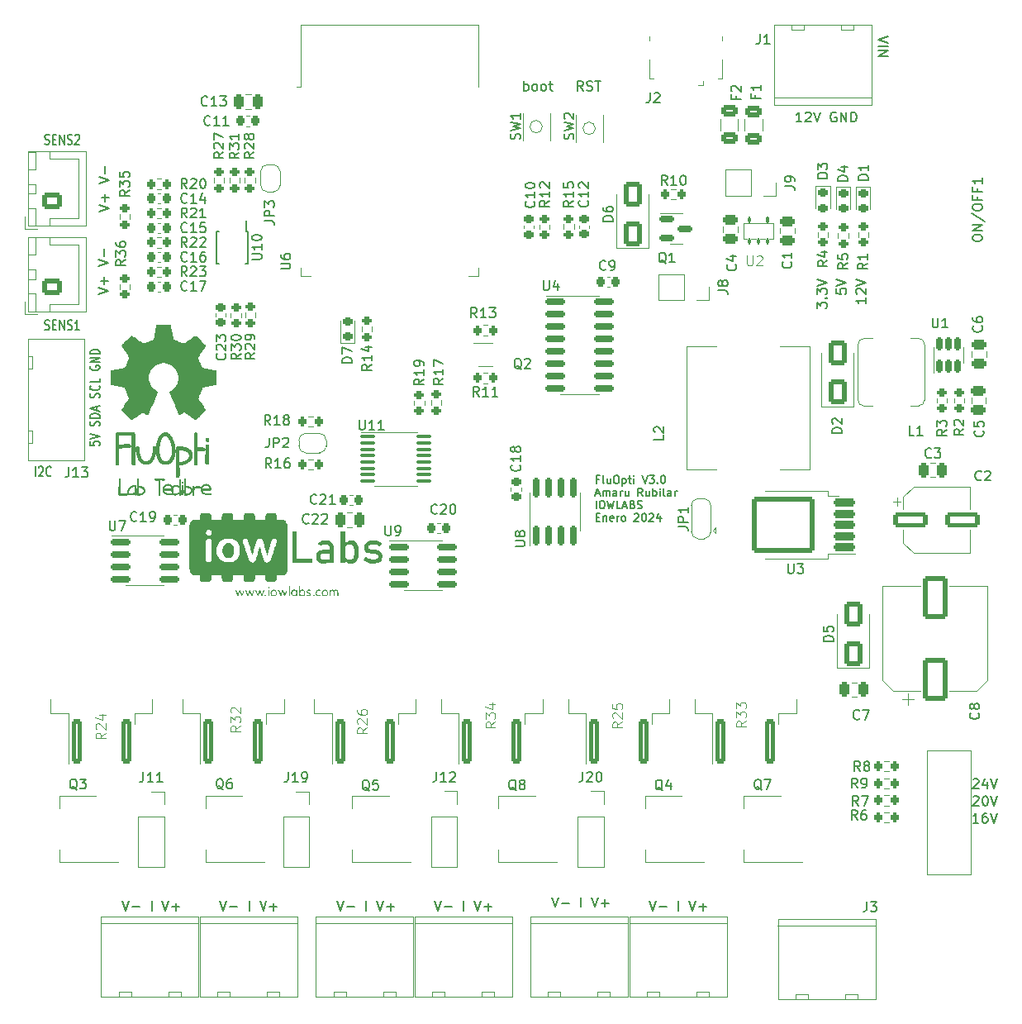
<source format=gto>
G04 #@! TF.GenerationSoftware,KiCad,Pcbnew,7.0.10-7.0.10~ubuntu20.04.1*
G04 #@! TF.CreationDate,2024-02-22T17:13:58-03:00*
G04 #@! TF.ProjectId,FluOpti_V3.0,466c754f-7074-4695-9f56-332e302e6b69,rev?*
G04 #@! TF.SameCoordinates,Original*
G04 #@! TF.FileFunction,Legend,Top*
G04 #@! TF.FilePolarity,Positive*
%FSLAX46Y46*%
G04 Gerber Fmt 4.6, Leading zero omitted, Abs format (unit mm)*
G04 Created by KiCad (PCBNEW 7.0.10-7.0.10~ubuntu20.04.1) date 2024-02-22 17:13:58*
%MOMM*%
%LPD*%
G01*
G04 APERTURE LIST*
G04 Aperture macros list*
%AMRoundRect*
0 Rectangle with rounded corners*
0 $1 Rounding radius*
0 $2 $3 $4 $5 $6 $7 $8 $9 X,Y pos of 4 corners*
0 Add a 4 corners polygon primitive as box body*
4,1,4,$2,$3,$4,$5,$6,$7,$8,$9,$2,$3,0*
0 Add four circle primitives for the rounded corners*
1,1,$1+$1,$2,$3*
1,1,$1+$1,$4,$5*
1,1,$1+$1,$6,$7*
1,1,$1+$1,$8,$9*
0 Add four rect primitives between the rounded corners*
20,1,$1+$1,$2,$3,$4,$5,0*
20,1,$1+$1,$4,$5,$6,$7,0*
20,1,$1+$1,$6,$7,$8,$9,0*
20,1,$1+$1,$8,$9,$2,$3,0*%
%AMFreePoly0*
4,1,19,0.550000,-0.750000,0.000000,-0.750000,0.000000,-0.744911,-0.071157,-0.744911,-0.207708,-0.704816,-0.327430,-0.627875,-0.420627,-0.520320,-0.479746,-0.390866,-0.500000,-0.250000,-0.500000,0.250000,-0.479746,0.390866,-0.420627,0.520320,-0.327430,0.627875,-0.207708,0.704816,-0.071157,0.744911,0.000000,0.744911,0.000000,0.750000,0.550000,0.750000,0.550000,-0.750000,0.550000,-0.750000,
$1*%
%AMFreePoly1*
4,1,19,0.000000,0.744911,0.071157,0.744911,0.207708,0.704816,0.327430,0.627875,0.420627,0.520320,0.479746,0.390866,0.500000,0.250000,0.500000,-0.250000,0.479746,-0.390866,0.420627,-0.520320,0.327430,-0.627875,0.207708,-0.704816,0.071157,-0.744911,0.000000,-0.744911,0.000000,-0.750000,-0.550000,-0.750000,-0.550000,0.750000,0.000000,0.750000,0.000000,0.744911,0.000000,0.744911,
$1*%
%AMFreePoly2*
4,1,19,0.500000,-0.750000,0.000000,-0.750000,0.000000,-0.744911,-0.071157,-0.744911,-0.207708,-0.704816,-0.327430,-0.627875,-0.420627,-0.520320,-0.479746,-0.390866,-0.500000,-0.250000,-0.500000,0.250000,-0.479746,0.390866,-0.420627,0.520320,-0.327430,0.627875,-0.207708,0.704816,-0.071157,0.744911,0.000000,0.744911,0.000000,0.750000,0.500000,0.750000,0.500000,-0.750000,0.500000,-0.750000,
$1*%
%AMFreePoly3*
4,1,19,0.000000,0.744911,0.071157,0.744911,0.207708,0.704816,0.327430,0.627875,0.420627,0.520320,0.479746,0.390866,0.500000,0.250000,0.500000,-0.250000,0.479746,-0.390866,0.420627,-0.520320,0.327430,-0.627875,0.207708,-0.704816,0.071157,-0.744911,0.000000,-0.744911,0.000000,-0.750000,-0.500000,-0.750000,-0.500000,0.750000,0.000000,0.750000,0.000000,0.744911,0.000000,0.744911,
$1*%
G04 Aperture macros list end*
%ADD10C,0.150000*%
%ADD11C,0.600000*%
%ADD12C,0.300000*%
%ADD13C,0.100000*%
%ADD14C,0.120000*%
%ADD15RoundRect,0.150000X-0.587500X-0.150000X0.587500X-0.150000X0.587500X0.150000X-0.587500X0.150000X0*%
%ADD16C,1.800000*%
%ADD17R,1.700000X1.700000*%
%ADD18O,1.700000X1.700000*%
%ADD19C,3.200000*%
%ADD20O,2.000000X4.000000*%
%ADD21RoundRect,0.250000X1.000000X-1.950000X1.000000X1.950000X-1.000000X1.950000X-1.000000X-1.950000X0*%
%ADD22RoundRect,0.250000X-0.250000X-0.475000X0.250000X-0.475000X0.250000X0.475000X-0.250000X0.475000X0*%
%ADD23RoundRect,0.225000X-0.250000X0.225000X-0.250000X-0.225000X0.250000X-0.225000X0.250000X0.225000X0*%
%ADD24RoundRect,0.218750X0.256250X-0.218750X0.256250X0.218750X-0.256250X0.218750X-0.256250X-0.218750X0*%
%ADD25RoundRect,0.250000X0.300000X-2.050000X0.300000X2.050000X-0.300000X2.050000X-0.300000X-2.050000X0*%
%ADD26R,5.400000X2.900000*%
%ADD27RoundRect,0.250000X0.750000X-0.600000X0.750000X0.600000X-0.750000X0.600000X-0.750000X-0.600000X0*%
%ADD28O,2.000000X1.700000*%
%ADD29R,2.000000X1.500000*%
%ADD30R,2.000000X3.800000*%
%ADD31RoundRect,0.200000X0.275000X-0.200000X0.275000X0.200000X-0.275000X0.200000X-0.275000X-0.200000X0*%
%ADD32FreePoly0,90.000000*%
%ADD33R,1.500000X1.000000*%
%ADD34FreePoly1,90.000000*%
%ADD35RoundRect,0.250000X0.250000X0.475000X-0.250000X0.475000X-0.250000X-0.475000X0.250000X-0.475000X0*%
%ADD36RoundRect,0.218750X-0.256250X0.218750X-0.256250X-0.218750X0.256250X-0.218750X0.256250X0.218750X0*%
%ADD37RoundRect,0.200000X-0.275000X0.200000X-0.275000X-0.200000X0.275000X-0.200000X0.275000X0.200000X0*%
%ADD38RoundRect,0.200000X-0.200000X-0.275000X0.200000X-0.275000X0.200000X0.275000X-0.200000X0.275000X0*%
%ADD39RoundRect,0.225000X0.225000X0.250000X-0.225000X0.250000X-0.225000X-0.250000X0.225000X-0.250000X0*%
%ADD40RoundRect,0.250000X0.475000X-0.250000X0.475000X0.250000X-0.475000X0.250000X-0.475000X-0.250000X0*%
%ADD41RoundRect,0.225000X-0.225000X-0.250000X0.225000X-0.250000X0.225000X0.250000X-0.225000X0.250000X0*%
%ADD42RoundRect,0.250000X0.650000X-1.000000X0.650000X1.000000X-0.650000X1.000000X-0.650000X-1.000000X0*%
%ADD43RoundRect,0.250000X-0.625000X0.375000X-0.625000X-0.375000X0.625000X-0.375000X0.625000X0.375000X0*%
%ADD44RoundRect,0.150000X0.150000X-0.825000X0.150000X0.825000X-0.150000X0.825000X-0.150000X-0.825000X0*%
%ADD45RoundRect,0.150000X0.150000X-0.512500X0.150000X0.512500X-0.150000X0.512500X-0.150000X-0.512500X0*%
%ADD46RoundRect,0.200000X0.900000X0.200000X-0.900000X0.200000X-0.900000X-0.200000X0.900000X-0.200000X0*%
%ADD47RoundRect,0.249997X2.950003X2.650003X-2.950003X2.650003X-2.950003X-2.650003X2.950003X-2.650003X0*%
%ADD48R,0.250000X1.100000*%
%ADD49C,1.000000*%
%ADD50O,1.800000X1.000000*%
%ADD51RoundRect,0.250000X-0.475000X0.250000X-0.475000X-0.250000X0.475000X-0.250000X0.475000X0.250000X0*%
%ADD52RoundRect,0.200000X0.200000X0.275000X-0.200000X0.275000X-0.200000X-0.275000X0.200000X-0.275000X0*%
%ADD53R,1.500000X0.400000*%
%ADD54R,0.900000X1.250000*%
%ADD55R,3.500000X2.950000*%
%ADD56RoundRect,0.100000X-0.637500X-0.100000X0.637500X-0.100000X0.637500X0.100000X-0.637500X0.100000X0*%
%ADD57RoundRect,0.250000X-1.500000X-0.550000X1.500000X-0.550000X1.500000X0.550000X-1.500000X0.550000X0*%
%ADD58FreePoly2,180.000000*%
%ADD59FreePoly3,180.000000*%
%ADD60RoundRect,0.150000X-0.825000X-0.150000X0.825000X-0.150000X0.825000X0.150000X-0.825000X0.150000X0*%
%ADD61RoundRect,0.105000X0.105000X0.205000X-0.105000X0.205000X-0.105000X-0.205000X0.105000X-0.205000X0*%
%ADD62RoundRect,0.105000X0.105000X0.220000X-0.105000X0.220000X-0.105000X-0.220000X0.105000X-0.220000X0*%
%ADD63O,2.200000X1.500000*%
%ADD64O,2.400000X1.500000*%
%ADD65R,0.400000X1.350000*%
%ADD66O,0.890000X1.550000*%
%ADD67R,1.200000X1.550000*%
%ADD68O,1.250000X0.950000*%
%ADD69R,1.500000X1.550000*%
%ADD70FreePoly2,270.000000*%
%ADD71FreePoly3,270.000000*%
%ADD72R,1.500000X0.900000*%
%ADD73R,0.900000X1.500000*%
%ADD74R,4.200000X4.200000*%
G04 APERTURE END LIST*
D10*
X86869819Y-92829887D02*
X86869819Y-93210839D01*
X86869819Y-93210839D02*
X87346009Y-93248935D01*
X87346009Y-93248935D02*
X87298390Y-93210839D01*
X87298390Y-93210839D02*
X87250771Y-93134649D01*
X87250771Y-93134649D02*
X87250771Y-92944173D01*
X87250771Y-92944173D02*
X87298390Y-92867982D01*
X87298390Y-92867982D02*
X87346009Y-92829887D01*
X87346009Y-92829887D02*
X87441247Y-92791792D01*
X87441247Y-92791792D02*
X87679342Y-92791792D01*
X87679342Y-92791792D02*
X87774580Y-92829887D01*
X87774580Y-92829887D02*
X87822200Y-92867982D01*
X87822200Y-92867982D02*
X87869819Y-92944173D01*
X87869819Y-92944173D02*
X87869819Y-93134649D01*
X87869819Y-93134649D02*
X87822200Y-93210839D01*
X87822200Y-93210839D02*
X87774580Y-93248935D01*
X86869819Y-92563220D02*
X87869819Y-92296553D01*
X87869819Y-92296553D02*
X86869819Y-92029887D01*
X87822200Y-91191792D02*
X87869819Y-91077506D01*
X87869819Y-91077506D02*
X87869819Y-90887030D01*
X87869819Y-90887030D02*
X87822200Y-90810839D01*
X87822200Y-90810839D02*
X87774580Y-90772744D01*
X87774580Y-90772744D02*
X87679342Y-90734649D01*
X87679342Y-90734649D02*
X87584104Y-90734649D01*
X87584104Y-90734649D02*
X87488866Y-90772744D01*
X87488866Y-90772744D02*
X87441247Y-90810839D01*
X87441247Y-90810839D02*
X87393628Y-90887030D01*
X87393628Y-90887030D02*
X87346009Y-91039411D01*
X87346009Y-91039411D02*
X87298390Y-91115601D01*
X87298390Y-91115601D02*
X87250771Y-91153696D01*
X87250771Y-91153696D02*
X87155533Y-91191792D01*
X87155533Y-91191792D02*
X87060295Y-91191792D01*
X87060295Y-91191792D02*
X86965057Y-91153696D01*
X86965057Y-91153696D02*
X86917438Y-91115601D01*
X86917438Y-91115601D02*
X86869819Y-91039411D01*
X86869819Y-91039411D02*
X86869819Y-90848934D01*
X86869819Y-90848934D02*
X86917438Y-90734649D01*
X87869819Y-90391791D02*
X86869819Y-90391791D01*
X86869819Y-90391791D02*
X86869819Y-90201315D01*
X86869819Y-90201315D02*
X86917438Y-90087029D01*
X86917438Y-90087029D02*
X87012676Y-90010839D01*
X87012676Y-90010839D02*
X87107914Y-89972744D01*
X87107914Y-89972744D02*
X87298390Y-89934648D01*
X87298390Y-89934648D02*
X87441247Y-89934648D01*
X87441247Y-89934648D02*
X87631723Y-89972744D01*
X87631723Y-89972744D02*
X87726961Y-90010839D01*
X87726961Y-90010839D02*
X87822200Y-90087029D01*
X87822200Y-90087029D02*
X87869819Y-90201315D01*
X87869819Y-90201315D02*
X87869819Y-90391791D01*
X87584104Y-89629887D02*
X87584104Y-89248934D01*
X87869819Y-89706077D02*
X86869819Y-89439410D01*
X86869819Y-89439410D02*
X87869819Y-89172744D01*
X87822200Y-88334649D02*
X87869819Y-88220363D01*
X87869819Y-88220363D02*
X87869819Y-88029887D01*
X87869819Y-88029887D02*
X87822200Y-87953696D01*
X87822200Y-87953696D02*
X87774580Y-87915601D01*
X87774580Y-87915601D02*
X87679342Y-87877506D01*
X87679342Y-87877506D02*
X87584104Y-87877506D01*
X87584104Y-87877506D02*
X87488866Y-87915601D01*
X87488866Y-87915601D02*
X87441247Y-87953696D01*
X87441247Y-87953696D02*
X87393628Y-88029887D01*
X87393628Y-88029887D02*
X87346009Y-88182268D01*
X87346009Y-88182268D02*
X87298390Y-88258458D01*
X87298390Y-88258458D02*
X87250771Y-88296553D01*
X87250771Y-88296553D02*
X87155533Y-88334649D01*
X87155533Y-88334649D02*
X87060295Y-88334649D01*
X87060295Y-88334649D02*
X86965057Y-88296553D01*
X86965057Y-88296553D02*
X86917438Y-88258458D01*
X86917438Y-88258458D02*
X86869819Y-88182268D01*
X86869819Y-88182268D02*
X86869819Y-87991791D01*
X86869819Y-87991791D02*
X86917438Y-87877506D01*
X87774580Y-87077505D02*
X87822200Y-87115601D01*
X87822200Y-87115601D02*
X87869819Y-87229886D01*
X87869819Y-87229886D02*
X87869819Y-87306077D01*
X87869819Y-87306077D02*
X87822200Y-87420363D01*
X87822200Y-87420363D02*
X87726961Y-87496553D01*
X87726961Y-87496553D02*
X87631723Y-87534648D01*
X87631723Y-87534648D02*
X87441247Y-87572744D01*
X87441247Y-87572744D02*
X87298390Y-87572744D01*
X87298390Y-87572744D02*
X87107914Y-87534648D01*
X87107914Y-87534648D02*
X87012676Y-87496553D01*
X87012676Y-87496553D02*
X86917438Y-87420363D01*
X86917438Y-87420363D02*
X86869819Y-87306077D01*
X86869819Y-87306077D02*
X86869819Y-87229886D01*
X86869819Y-87229886D02*
X86917438Y-87115601D01*
X86917438Y-87115601D02*
X86965057Y-87077505D01*
X87869819Y-86353696D02*
X87869819Y-86734648D01*
X87869819Y-86734648D02*
X86869819Y-86734648D01*
X86917438Y-85058458D02*
X86869819Y-85134648D01*
X86869819Y-85134648D02*
X86869819Y-85248934D01*
X86869819Y-85248934D02*
X86917438Y-85363220D01*
X86917438Y-85363220D02*
X87012676Y-85439410D01*
X87012676Y-85439410D02*
X87107914Y-85477505D01*
X87107914Y-85477505D02*
X87298390Y-85515601D01*
X87298390Y-85515601D02*
X87441247Y-85515601D01*
X87441247Y-85515601D02*
X87631723Y-85477505D01*
X87631723Y-85477505D02*
X87726961Y-85439410D01*
X87726961Y-85439410D02*
X87822200Y-85363220D01*
X87822200Y-85363220D02*
X87869819Y-85248934D01*
X87869819Y-85248934D02*
X87869819Y-85172743D01*
X87869819Y-85172743D02*
X87822200Y-85058458D01*
X87822200Y-85058458D02*
X87774580Y-85020362D01*
X87774580Y-85020362D02*
X87441247Y-85020362D01*
X87441247Y-85020362D02*
X87441247Y-85172743D01*
X87869819Y-84677505D02*
X86869819Y-84677505D01*
X86869819Y-84677505D02*
X87869819Y-84220362D01*
X87869819Y-84220362D02*
X86869819Y-84220362D01*
X87869819Y-83839410D02*
X86869819Y-83839410D01*
X86869819Y-83839410D02*
X86869819Y-83648934D01*
X86869819Y-83648934D02*
X86917438Y-83534648D01*
X86917438Y-83534648D02*
X87012676Y-83458458D01*
X87012676Y-83458458D02*
X87107914Y-83420363D01*
X87107914Y-83420363D02*
X87298390Y-83382267D01*
X87298390Y-83382267D02*
X87441247Y-83382267D01*
X87441247Y-83382267D02*
X87631723Y-83420363D01*
X87631723Y-83420363D02*
X87726961Y-83458458D01*
X87726961Y-83458458D02*
X87822200Y-83534648D01*
X87822200Y-83534648D02*
X87869819Y-83648934D01*
X87869819Y-83648934D02*
X87869819Y-83839410D01*
X131336779Y-56869819D02*
X131336779Y-55869819D01*
X131336779Y-56250771D02*
X131432017Y-56203152D01*
X131432017Y-56203152D02*
X131622493Y-56203152D01*
X131622493Y-56203152D02*
X131717731Y-56250771D01*
X131717731Y-56250771D02*
X131765350Y-56298390D01*
X131765350Y-56298390D02*
X131812969Y-56393628D01*
X131812969Y-56393628D02*
X131812969Y-56679342D01*
X131812969Y-56679342D02*
X131765350Y-56774580D01*
X131765350Y-56774580D02*
X131717731Y-56822200D01*
X131717731Y-56822200D02*
X131622493Y-56869819D01*
X131622493Y-56869819D02*
X131432017Y-56869819D01*
X131432017Y-56869819D02*
X131336779Y-56822200D01*
X132384398Y-56869819D02*
X132289160Y-56822200D01*
X132289160Y-56822200D02*
X132241541Y-56774580D01*
X132241541Y-56774580D02*
X132193922Y-56679342D01*
X132193922Y-56679342D02*
X132193922Y-56393628D01*
X132193922Y-56393628D02*
X132241541Y-56298390D01*
X132241541Y-56298390D02*
X132289160Y-56250771D01*
X132289160Y-56250771D02*
X132384398Y-56203152D01*
X132384398Y-56203152D02*
X132527255Y-56203152D01*
X132527255Y-56203152D02*
X132622493Y-56250771D01*
X132622493Y-56250771D02*
X132670112Y-56298390D01*
X132670112Y-56298390D02*
X132717731Y-56393628D01*
X132717731Y-56393628D02*
X132717731Y-56679342D01*
X132717731Y-56679342D02*
X132670112Y-56774580D01*
X132670112Y-56774580D02*
X132622493Y-56822200D01*
X132622493Y-56822200D02*
X132527255Y-56869819D01*
X132527255Y-56869819D02*
X132384398Y-56869819D01*
X133289160Y-56869819D02*
X133193922Y-56822200D01*
X133193922Y-56822200D02*
X133146303Y-56774580D01*
X133146303Y-56774580D02*
X133098684Y-56679342D01*
X133098684Y-56679342D02*
X133098684Y-56393628D01*
X133098684Y-56393628D02*
X133146303Y-56298390D01*
X133146303Y-56298390D02*
X133193922Y-56250771D01*
X133193922Y-56250771D02*
X133289160Y-56203152D01*
X133289160Y-56203152D02*
X133432017Y-56203152D01*
X133432017Y-56203152D02*
X133527255Y-56250771D01*
X133527255Y-56250771D02*
X133574874Y-56298390D01*
X133574874Y-56298390D02*
X133622493Y-56393628D01*
X133622493Y-56393628D02*
X133622493Y-56679342D01*
X133622493Y-56679342D02*
X133574874Y-56774580D01*
X133574874Y-56774580D02*
X133527255Y-56822200D01*
X133527255Y-56822200D02*
X133432017Y-56869819D01*
X133432017Y-56869819D02*
X133289160Y-56869819D01*
X133908208Y-56203152D02*
X134289160Y-56203152D01*
X134051065Y-55869819D02*
X134051065Y-56726961D01*
X134051065Y-56726961D02*
X134098684Y-56822200D01*
X134098684Y-56822200D02*
X134193922Y-56869819D01*
X134193922Y-56869819D02*
X134289160Y-56869819D01*
X82251064Y-62322200D02*
X82365350Y-62369819D01*
X82365350Y-62369819D02*
X82555826Y-62369819D01*
X82555826Y-62369819D02*
X82632017Y-62322200D01*
X82632017Y-62322200D02*
X82670112Y-62274580D01*
X82670112Y-62274580D02*
X82708207Y-62179342D01*
X82708207Y-62179342D02*
X82708207Y-62084104D01*
X82708207Y-62084104D02*
X82670112Y-61988866D01*
X82670112Y-61988866D02*
X82632017Y-61941247D01*
X82632017Y-61941247D02*
X82555826Y-61893628D01*
X82555826Y-61893628D02*
X82403445Y-61846009D01*
X82403445Y-61846009D02*
X82327255Y-61798390D01*
X82327255Y-61798390D02*
X82289160Y-61750771D01*
X82289160Y-61750771D02*
X82251064Y-61655533D01*
X82251064Y-61655533D02*
X82251064Y-61560295D01*
X82251064Y-61560295D02*
X82289160Y-61465057D01*
X82289160Y-61465057D02*
X82327255Y-61417438D01*
X82327255Y-61417438D02*
X82403445Y-61369819D01*
X82403445Y-61369819D02*
X82593922Y-61369819D01*
X82593922Y-61369819D02*
X82708207Y-61417438D01*
X83051065Y-61846009D02*
X83317731Y-61846009D01*
X83432017Y-62369819D02*
X83051065Y-62369819D01*
X83051065Y-62369819D02*
X83051065Y-61369819D01*
X83051065Y-61369819D02*
X83432017Y-61369819D01*
X83774875Y-62369819D02*
X83774875Y-61369819D01*
X83774875Y-61369819D02*
X84232018Y-62369819D01*
X84232018Y-62369819D02*
X84232018Y-61369819D01*
X84574874Y-62322200D02*
X84689160Y-62369819D01*
X84689160Y-62369819D02*
X84879636Y-62369819D01*
X84879636Y-62369819D02*
X84955827Y-62322200D01*
X84955827Y-62322200D02*
X84993922Y-62274580D01*
X84993922Y-62274580D02*
X85032017Y-62179342D01*
X85032017Y-62179342D02*
X85032017Y-62084104D01*
X85032017Y-62084104D02*
X84993922Y-61988866D01*
X84993922Y-61988866D02*
X84955827Y-61941247D01*
X84955827Y-61941247D02*
X84879636Y-61893628D01*
X84879636Y-61893628D02*
X84727255Y-61846009D01*
X84727255Y-61846009D02*
X84651065Y-61798390D01*
X84651065Y-61798390D02*
X84612970Y-61750771D01*
X84612970Y-61750771D02*
X84574874Y-61655533D01*
X84574874Y-61655533D02*
X84574874Y-61560295D01*
X84574874Y-61560295D02*
X84612970Y-61465057D01*
X84612970Y-61465057D02*
X84651065Y-61417438D01*
X84651065Y-61417438D02*
X84727255Y-61369819D01*
X84727255Y-61369819D02*
X84917732Y-61369819D01*
X84917732Y-61369819D02*
X85032017Y-61417438D01*
X85336779Y-61465057D02*
X85374875Y-61417438D01*
X85374875Y-61417438D02*
X85451065Y-61369819D01*
X85451065Y-61369819D02*
X85641541Y-61369819D01*
X85641541Y-61369819D02*
X85717732Y-61417438D01*
X85717732Y-61417438D02*
X85755827Y-61465057D01*
X85755827Y-61465057D02*
X85793922Y-61560295D01*
X85793922Y-61560295D02*
X85793922Y-61655533D01*
X85793922Y-61655533D02*
X85755827Y-61798390D01*
X85755827Y-61798390D02*
X85298684Y-62369819D01*
X85298684Y-62369819D02*
X85793922Y-62369819D01*
D11*
G36*
X89879204Y-93529811D02*
G01*
X89862351Y-95094919D01*
X89860670Y-95129227D01*
X89855628Y-95160161D01*
X89843675Y-95196156D01*
X89825746Y-95226152D01*
X89801841Y-95250149D01*
X89771959Y-95268147D01*
X89736102Y-95280145D01*
X89705286Y-95285207D01*
X89671109Y-95286894D01*
X89636932Y-95285220D01*
X89606117Y-95280197D01*
X89570259Y-95268290D01*
X89540377Y-95250429D01*
X89516472Y-95226616D01*
X89498543Y-95196849D01*
X89486590Y-95161128D01*
X89481548Y-95130431D01*
X89479867Y-95096385D01*
X89501116Y-93370809D01*
X89491406Y-93340165D01*
X89484823Y-93311091D01*
X89479293Y-93277964D01*
X89474817Y-93240783D01*
X89472150Y-93210238D01*
X89470077Y-93177414D01*
X89468595Y-93142309D01*
X89467707Y-93104925D01*
X89467411Y-93065261D01*
X89467694Y-93030391D01*
X89468198Y-92996181D01*
X89468741Y-92964769D01*
X89469426Y-92928424D01*
X89470252Y-92887146D01*
X89470882Y-92856887D01*
X89471574Y-92824435D01*
X89472330Y-92789790D01*
X89473149Y-92752954D01*
X89474030Y-92713924D01*
X89474975Y-92672703D01*
X89475471Y-92651270D01*
X89476432Y-92603960D01*
X89477302Y-92558018D01*
X89478081Y-92513445D01*
X89478768Y-92470240D01*
X89479363Y-92428403D01*
X89479867Y-92387934D01*
X89480279Y-92348833D01*
X89480600Y-92311100D01*
X89480829Y-92274736D01*
X89480966Y-92239739D01*
X89481012Y-92206111D01*
X89480966Y-92173851D01*
X89480829Y-92142959D01*
X89480600Y-92113435D01*
X89480084Y-92071715D01*
X89479867Y-92058492D01*
X89481799Y-92029091D01*
X89488937Y-91996874D01*
X89501334Y-91966901D01*
X89518990Y-91939172D01*
X89534822Y-91920739D01*
X89560126Y-91898470D01*
X89587956Y-91881670D01*
X89618310Y-91870340D01*
X89651188Y-91864479D01*
X89671109Y-91863586D01*
X91091137Y-91863586D01*
X91125314Y-91865235D01*
X91156129Y-91870181D01*
X91191987Y-91881905D01*
X91221869Y-91899490D01*
X91245774Y-91922937D01*
X91263703Y-91952247D01*
X91275656Y-91987418D01*
X91280698Y-92017643D01*
X91282379Y-92051165D01*
X91280698Y-92084687D01*
X91275656Y-92114912D01*
X91263703Y-92150083D01*
X91245774Y-92179392D01*
X91221869Y-92202840D01*
X91191987Y-92220425D01*
X91156129Y-92232149D01*
X91125314Y-92237095D01*
X91091137Y-92238743D01*
X89863084Y-92238743D01*
X89878471Y-93126078D01*
X90883775Y-93082847D01*
X90919654Y-93082752D01*
X90952004Y-93086316D01*
X90980826Y-93093537D01*
X91013764Y-93108856D01*
X91040428Y-93130677D01*
X91060819Y-93159002D01*
X91074935Y-93193829D01*
X91081405Y-93224217D01*
X91084346Y-93258264D01*
X91084542Y-93270425D01*
X91082907Y-93302329D01*
X91077999Y-93331270D01*
X91066367Y-93365251D01*
X91048919Y-93393964D01*
X91025655Y-93417412D01*
X90996575Y-93435592D01*
X90961679Y-93448507D01*
X90931690Y-93454736D01*
X90898429Y-93458004D01*
X90854157Y-93460591D01*
X90810548Y-93463224D01*
X90767603Y-93465903D01*
X90725322Y-93468628D01*
X90683706Y-93471399D01*
X90642753Y-93474215D01*
X90602464Y-93477078D01*
X90562840Y-93479986D01*
X90523879Y-93482939D01*
X90485583Y-93485939D01*
X90447950Y-93488984D01*
X90410982Y-93492076D01*
X90374677Y-93495213D01*
X90339037Y-93498395D01*
X90304061Y-93501624D01*
X90269748Y-93504898D01*
X90227694Y-93507915D01*
X90187992Y-93510737D01*
X90150643Y-93513365D01*
X90115646Y-93515798D01*
X90083003Y-93518036D01*
X90052712Y-93520080D01*
X90011687Y-93522780D01*
X89975956Y-93525043D01*
X89945518Y-93526867D01*
X89913169Y-93528619D01*
X89882292Y-93529787D01*
X89879204Y-93529811D01*
G37*
G36*
X91511723Y-92054096D02*
G01*
X91524180Y-95096385D01*
X91522499Y-95130431D01*
X91517456Y-95161128D01*
X91505504Y-95196849D01*
X91487575Y-95226616D01*
X91463669Y-95250429D01*
X91433788Y-95268290D01*
X91397930Y-95280197D01*
X91367114Y-95285220D01*
X91332937Y-95286894D01*
X91298629Y-95285220D01*
X91267696Y-95280197D01*
X91231701Y-95268290D01*
X91201705Y-95250429D01*
X91177708Y-95226616D01*
X91159710Y-95196849D01*
X91147712Y-95161128D01*
X91142650Y-95130431D01*
X91140963Y-95096385D01*
X91128506Y-92054096D01*
X91130187Y-92020050D01*
X91135229Y-91989352D01*
X91147182Y-91953632D01*
X91165111Y-91923865D01*
X91189016Y-91900051D01*
X91218898Y-91882191D01*
X91254756Y-91870284D01*
X91285571Y-91865261D01*
X91319748Y-91863586D01*
X91354056Y-91865261D01*
X91384990Y-91870284D01*
X91420985Y-91882191D01*
X91450981Y-91900051D01*
X91474978Y-91923865D01*
X91492976Y-91953632D01*
X91504974Y-91989352D01*
X91510036Y-92020050D01*
X91511723Y-92054096D01*
G37*
G36*
X93698185Y-93455806D02*
G01*
X93697965Y-93493250D01*
X93697306Y-93530478D01*
X93696208Y-93567490D01*
X93694670Y-93604286D01*
X93692693Y-93640866D01*
X93690277Y-93677230D01*
X93687421Y-93713377D01*
X93684126Y-93749309D01*
X93680391Y-93785025D01*
X93676218Y-93820524D01*
X93671604Y-93855807D01*
X93666552Y-93890875D01*
X93661060Y-93925726D01*
X93655129Y-93960361D01*
X93648758Y-93994780D01*
X93641948Y-94028982D01*
X93634699Y-94062969D01*
X93627010Y-94096740D01*
X93618882Y-94130294D01*
X93610315Y-94163633D01*
X93601308Y-94196755D01*
X93591862Y-94229661D01*
X93581977Y-94262351D01*
X93571652Y-94294825D01*
X93560888Y-94327083D01*
X93549685Y-94359125D01*
X93538042Y-94390951D01*
X93525960Y-94422561D01*
X93513438Y-94453954D01*
X93500477Y-94485132D01*
X93487077Y-94516093D01*
X93473237Y-94546838D01*
X93454522Y-94586599D01*
X93435287Y-94625097D01*
X93415533Y-94662333D01*
X93395259Y-94698307D01*
X93374466Y-94733019D01*
X93353153Y-94766468D01*
X93331321Y-94798655D01*
X93308969Y-94829580D01*
X93286098Y-94859243D01*
X93262707Y-94887643D01*
X93238797Y-94914781D01*
X93214367Y-94940657D01*
X93189417Y-94965271D01*
X93163949Y-94988622D01*
X93137960Y-95010711D01*
X93111453Y-95031538D01*
X93084426Y-95051103D01*
X93056879Y-95069405D01*
X93028813Y-95086446D01*
X93000227Y-95102224D01*
X92971122Y-95116739D01*
X92941497Y-95129993D01*
X92911353Y-95141984D01*
X92880689Y-95152713D01*
X92849506Y-95162180D01*
X92817803Y-95170385D01*
X92785581Y-95177327D01*
X92752839Y-95183007D01*
X92719578Y-95187425D01*
X92685798Y-95190580D01*
X92651497Y-95192474D01*
X92616678Y-95193105D01*
X92582137Y-95192474D01*
X92548122Y-95190580D01*
X92514634Y-95187425D01*
X92481673Y-95183007D01*
X92449238Y-95177327D01*
X92417330Y-95170385D01*
X92385948Y-95162180D01*
X92355094Y-95152713D01*
X92324766Y-95141984D01*
X92294964Y-95129993D01*
X92265689Y-95116739D01*
X92236941Y-95102224D01*
X92208720Y-95086446D01*
X92181025Y-95069405D01*
X92153857Y-95051103D01*
X92127215Y-95031538D01*
X92101100Y-95010711D01*
X92075512Y-94988622D01*
X92050450Y-94965271D01*
X92025915Y-94940657D01*
X92001907Y-94914781D01*
X91978425Y-94887643D01*
X91955470Y-94859243D01*
X91933042Y-94829580D01*
X91911140Y-94798655D01*
X91889765Y-94766468D01*
X91868917Y-94733019D01*
X91848595Y-94698307D01*
X91828800Y-94662333D01*
X91809532Y-94625097D01*
X91790790Y-94586599D01*
X91772575Y-94546838D01*
X91759501Y-94516847D01*
X91746843Y-94486591D01*
X91734600Y-94456071D01*
X91722772Y-94425286D01*
X91711359Y-94394235D01*
X91700361Y-94362921D01*
X91689778Y-94331341D01*
X91679610Y-94299497D01*
X91669857Y-94267388D01*
X91660519Y-94235014D01*
X91651596Y-94202375D01*
X91643088Y-94169472D01*
X91634995Y-94136304D01*
X91627317Y-94102871D01*
X91620054Y-94069173D01*
X91613206Y-94035211D01*
X91606773Y-94000983D01*
X91600755Y-93966492D01*
X91595153Y-93931735D01*
X91589965Y-93896713D01*
X91585192Y-93861427D01*
X91580834Y-93825876D01*
X91576892Y-93790061D01*
X91573364Y-93753980D01*
X91570251Y-93717635D01*
X91567554Y-93681025D01*
X91565271Y-93644150D01*
X91563403Y-93607011D01*
X91561951Y-93569607D01*
X91560913Y-93531938D01*
X91560291Y-93494004D01*
X91560083Y-93455806D01*
X91562713Y-93422446D01*
X91570602Y-93391612D01*
X91583750Y-93363301D01*
X91602158Y-93337516D01*
X91615038Y-93323914D01*
X91640593Y-93303072D01*
X91668533Y-93287349D01*
X91698857Y-93276746D01*
X91731565Y-93271261D01*
X91751325Y-93270425D01*
X91780649Y-93272306D01*
X91812580Y-93279253D01*
X91842058Y-93291319D01*
X91869081Y-93308505D01*
X91886880Y-93323914D01*
X91908579Y-93348258D01*
X91924948Y-93375125D01*
X91935987Y-93404517D01*
X91941697Y-93436434D01*
X91942568Y-93455806D01*
X91943071Y-93511776D01*
X91944583Y-93567215D01*
X91947101Y-93622121D01*
X91950628Y-93676494D01*
X91955161Y-93730335D01*
X91960703Y-93783644D01*
X91967251Y-93836421D01*
X91974808Y-93888665D01*
X91983371Y-93940377D01*
X91992943Y-93991556D01*
X92003521Y-94042203D01*
X92015108Y-94092318D01*
X92027701Y-94141900D01*
X92041303Y-94190950D01*
X92055911Y-94239467D01*
X92071528Y-94287452D01*
X92082934Y-94320090D01*
X92094712Y-94351692D01*
X92106862Y-94382258D01*
X92119384Y-94411787D01*
X92132278Y-94440281D01*
X92145545Y-94467738D01*
X92159183Y-94494159D01*
X92187577Y-94543893D01*
X92217458Y-94589483D01*
X92248828Y-94630927D01*
X92281686Y-94668228D01*
X92316033Y-94701384D01*
X92351868Y-94730395D01*
X92389191Y-94755262D01*
X92428003Y-94775985D01*
X92468303Y-94792563D01*
X92510092Y-94804996D01*
X92553368Y-94813285D01*
X92598133Y-94817430D01*
X92621074Y-94817948D01*
X92666100Y-94815887D01*
X92709769Y-94809705D01*
X92752081Y-94799401D01*
X92793036Y-94784975D01*
X92832635Y-94766428D01*
X92870877Y-94743759D01*
X92907763Y-94716969D01*
X92943292Y-94686057D01*
X92977464Y-94651023D01*
X93010279Y-94611868D01*
X93041738Y-94568591D01*
X93071840Y-94521193D01*
X93100585Y-94469673D01*
X93114449Y-94442367D01*
X93127973Y-94414031D01*
X93141159Y-94384665D01*
X93154005Y-94354268D01*
X93166513Y-94322841D01*
X93178681Y-94290383D01*
X93195273Y-94242473D01*
X93210795Y-94193995D01*
X93225246Y-94144951D01*
X93238627Y-94095340D01*
X93250937Y-94045163D01*
X93262177Y-93994418D01*
X93272347Y-93943107D01*
X93281446Y-93891229D01*
X93289474Y-93838785D01*
X93296432Y-93785774D01*
X93302320Y-93732196D01*
X93307137Y-93678051D01*
X93310884Y-93623340D01*
X93313560Y-93568062D01*
X93315166Y-93512217D01*
X93315701Y-93455806D01*
X93318330Y-93422446D01*
X93326219Y-93391612D01*
X93339368Y-93363301D01*
X93357775Y-93337516D01*
X93370655Y-93323914D01*
X93396211Y-93303072D01*
X93424150Y-93287349D01*
X93454474Y-93276746D01*
X93487182Y-93271261D01*
X93506943Y-93270425D01*
X93536266Y-93272306D01*
X93568198Y-93279253D01*
X93597675Y-93291319D01*
X93624698Y-93308505D01*
X93642498Y-93323914D01*
X93664196Y-93348258D01*
X93680565Y-93375125D01*
X93691605Y-93404517D01*
X93697315Y-93436434D01*
X93698185Y-93455806D01*
G37*
G36*
X94624993Y-91864255D02*
G01*
X94655303Y-91866263D01*
X94685243Y-91869608D01*
X94714812Y-91874291D01*
X94744010Y-91880312D01*
X94772837Y-91887672D01*
X94801294Y-91896370D01*
X94829381Y-91906405D01*
X94857096Y-91917779D01*
X94884441Y-91930491D01*
X94911415Y-91944541D01*
X94938019Y-91959929D01*
X94964252Y-91976655D01*
X94990114Y-91994719D01*
X95015606Y-92014121D01*
X95040727Y-92034862D01*
X95065477Y-92056940D01*
X95089857Y-92080357D01*
X95113866Y-92105111D01*
X95137504Y-92131204D01*
X95160772Y-92158635D01*
X95183669Y-92187404D01*
X95206196Y-92217511D01*
X95228351Y-92248956D01*
X95250136Y-92281739D01*
X95271551Y-92315860D01*
X95292595Y-92351320D01*
X95313268Y-92388117D01*
X95333570Y-92426252D01*
X95353502Y-92465726D01*
X95373063Y-92506538D01*
X95392254Y-92548688D01*
X95407146Y-92582699D01*
X95421600Y-92616863D01*
X95435614Y-92651180D01*
X95449189Y-92685651D01*
X95462324Y-92720274D01*
X95475020Y-92755051D01*
X95487277Y-92789981D01*
X95499094Y-92825064D01*
X95510473Y-92860300D01*
X95521411Y-92895689D01*
X95531911Y-92931231D01*
X95541971Y-92966927D01*
X95551591Y-93002775D01*
X95560772Y-93038777D01*
X95569514Y-93074932D01*
X95577817Y-93111240D01*
X95585680Y-93147701D01*
X95593104Y-93184315D01*
X95600089Y-93221083D01*
X95606634Y-93258003D01*
X95612740Y-93295077D01*
X95618406Y-93332304D01*
X95623633Y-93369683D01*
X95628421Y-93407216D01*
X95632770Y-93444903D01*
X95636679Y-93482742D01*
X95640148Y-93520734D01*
X95643179Y-93558880D01*
X95645770Y-93597178D01*
X95647921Y-93635630D01*
X95649634Y-93674235D01*
X95650907Y-93712993D01*
X95651440Y-93748470D01*
X95651485Y-93783644D01*
X95651040Y-93818515D01*
X95650105Y-93853082D01*
X95648681Y-93887345D01*
X95646768Y-93921306D01*
X95644365Y-93954963D01*
X95641473Y-93988316D01*
X95638091Y-94021366D01*
X95634220Y-94054113D01*
X95629859Y-94086556D01*
X95625009Y-94118696D01*
X95619670Y-94150532D01*
X95613841Y-94182065D01*
X95607523Y-94213295D01*
X95600715Y-94244221D01*
X95593418Y-94274844D01*
X95585631Y-94305164D01*
X95577355Y-94335180D01*
X95568589Y-94364893D01*
X95559334Y-94394302D01*
X95549590Y-94423408D01*
X95539356Y-94452210D01*
X95528633Y-94480710D01*
X95517420Y-94508905D01*
X95505718Y-94536798D01*
X95493526Y-94564387D01*
X95480845Y-94591672D01*
X95467674Y-94618654D01*
X95454015Y-94645333D01*
X95439865Y-94671708D01*
X95425226Y-94697780D01*
X95406935Y-94728254D01*
X95388149Y-94757761D01*
X95368868Y-94786300D01*
X95349091Y-94813872D01*
X95328820Y-94840476D01*
X95308053Y-94866113D01*
X95286791Y-94890783D01*
X95265034Y-94914485D01*
X95242781Y-94937219D01*
X95220034Y-94958987D01*
X95196791Y-94979786D01*
X95173053Y-94999619D01*
X95148820Y-95018484D01*
X95124092Y-95036381D01*
X95098869Y-95053311D01*
X95073150Y-95069274D01*
X95046937Y-95084269D01*
X95020228Y-95098297D01*
X94993024Y-95111357D01*
X94965325Y-95123450D01*
X94937130Y-95134575D01*
X94908441Y-95144733D01*
X94879256Y-95153924D01*
X94849576Y-95162147D01*
X94819401Y-95169403D01*
X94788731Y-95175691D01*
X94757566Y-95181012D01*
X94725906Y-95185365D01*
X94693750Y-95188751D01*
X94661099Y-95191170D01*
X94627953Y-95192621D01*
X94594312Y-95193105D01*
X94562099Y-95192554D01*
X94530396Y-95190901D01*
X94499204Y-95188146D01*
X94468523Y-95184289D01*
X94438353Y-95179330D01*
X94408694Y-95173270D01*
X94379546Y-95166107D01*
X94350909Y-95157842D01*
X94322783Y-95148476D01*
X94295167Y-95138007D01*
X94268063Y-95126437D01*
X94241469Y-95113764D01*
X94215386Y-95099990D01*
X94189814Y-95085113D01*
X94164754Y-95069135D01*
X94140204Y-95052055D01*
X94116165Y-95033872D01*
X94092636Y-95014588D01*
X94069619Y-94994202D01*
X94047113Y-94972714D01*
X94025117Y-94950124D01*
X94003633Y-94926432D01*
X93982659Y-94901638D01*
X93962196Y-94875742D01*
X93942245Y-94848744D01*
X93922804Y-94820644D01*
X93903874Y-94791442D01*
X93885455Y-94761139D01*
X93867546Y-94729733D01*
X93850149Y-94697225D01*
X93833263Y-94663615D01*
X93816887Y-94628904D01*
X93804851Y-94602153D01*
X93793197Y-94575114D01*
X93781924Y-94547788D01*
X93771034Y-94520174D01*
X93760526Y-94492272D01*
X93750401Y-94464083D01*
X93740657Y-94435606D01*
X93731295Y-94406841D01*
X93722316Y-94377789D01*
X93713718Y-94348449D01*
X93705503Y-94318822D01*
X93697670Y-94288906D01*
X93690219Y-94258704D01*
X93683150Y-94228213D01*
X93676463Y-94197435D01*
X93670158Y-94166369D01*
X93664236Y-94135016D01*
X93658695Y-94103374D01*
X93653537Y-94071446D01*
X93648760Y-94039229D01*
X93644366Y-94006725D01*
X93640354Y-93973933D01*
X93636724Y-93940854D01*
X93633476Y-93907487D01*
X93630610Y-93873832D01*
X93628127Y-93839890D01*
X93626025Y-93805660D01*
X93624305Y-93771142D01*
X93622968Y-93736337D01*
X93622013Y-93701244D01*
X93621440Y-93665863D01*
X93621367Y-93652177D01*
X94008862Y-93652177D01*
X94009283Y-93703608D01*
X94010545Y-93754221D01*
X94012649Y-93804015D01*
X94015594Y-93852990D01*
X94019381Y-93901147D01*
X94024009Y-93948485D01*
X94029479Y-93995005D01*
X94035790Y-94040706D01*
X94042942Y-94085589D01*
X94050937Y-94129652D01*
X94059772Y-94172898D01*
X94069450Y-94215324D01*
X94079968Y-94256933D01*
X94091328Y-94297722D01*
X94103530Y-94337693D01*
X94116573Y-94376845D01*
X94136557Y-94430260D01*
X94157858Y-94480229D01*
X94180475Y-94526751D01*
X94204409Y-94569828D01*
X94229659Y-94609458D01*
X94256227Y-94645642D01*
X94284110Y-94678380D01*
X94313311Y-94707672D01*
X94343828Y-94733518D01*
X94375661Y-94755918D01*
X94408812Y-94774871D01*
X94443278Y-94790379D01*
X94479062Y-94802440D01*
X94516162Y-94811056D01*
X94554579Y-94816225D01*
X94594312Y-94817948D01*
X94638502Y-94816445D01*
X94681312Y-94811937D01*
X94722743Y-94804424D01*
X94762794Y-94793905D01*
X94801465Y-94780381D01*
X94838757Y-94763852D01*
X94874670Y-94744317D01*
X94909202Y-94721777D01*
X94942355Y-94696232D01*
X94974129Y-94667681D01*
X95004523Y-94636125D01*
X95033537Y-94601564D01*
X95061172Y-94563997D01*
X95087427Y-94523425D01*
X95112303Y-94479848D01*
X95135799Y-94433265D01*
X95152800Y-94394757D01*
X95168634Y-94355436D01*
X95183300Y-94315302D01*
X95196798Y-94274355D01*
X95209129Y-94232595D01*
X95220291Y-94190022D01*
X95230286Y-94146637D01*
X95239113Y-94102438D01*
X95246773Y-94057427D01*
X95253264Y-94011603D01*
X95258588Y-93964966D01*
X95262744Y-93917516D01*
X95265732Y-93869253D01*
X95267552Y-93820178D01*
X95268205Y-93770289D01*
X95267690Y-93719588D01*
X95266732Y-93687216D01*
X95265417Y-93654947D01*
X95263744Y-93622782D01*
X95261713Y-93590719D01*
X95259325Y-93558760D01*
X95256579Y-93526903D01*
X95253474Y-93495150D01*
X95250013Y-93463499D01*
X95246193Y-93431952D01*
X95242016Y-93400507D01*
X95237480Y-93369166D01*
X95232587Y-93337928D01*
X95227337Y-93306793D01*
X95221728Y-93275760D01*
X95215762Y-93244831D01*
X95209438Y-93214005D01*
X95202756Y-93183282D01*
X95195716Y-93152662D01*
X95188319Y-93122145D01*
X95180564Y-93091731D01*
X95172451Y-93061420D01*
X95163980Y-93031212D01*
X95155151Y-93001107D01*
X95145965Y-92971106D01*
X95136421Y-92941207D01*
X95126519Y-92911411D01*
X95116260Y-92881718D01*
X95105642Y-92852129D01*
X95094667Y-92822642D01*
X95083334Y-92793259D01*
X95071643Y-92763978D01*
X95059595Y-92734801D01*
X95046541Y-92704281D01*
X95033391Y-92674731D01*
X95020145Y-92646150D01*
X95006804Y-92618537D01*
X94993367Y-92591894D01*
X94966204Y-92541513D01*
X94938658Y-92495007D01*
X94910729Y-92452377D01*
X94882415Y-92413623D01*
X94853719Y-92378744D01*
X94824639Y-92347740D01*
X94795175Y-92320612D01*
X94765328Y-92297360D01*
X94735097Y-92277982D01*
X94704483Y-92262481D01*
X94673485Y-92250854D01*
X94642103Y-92243103D01*
X94610338Y-92239228D01*
X94594312Y-92238743D01*
X94556674Y-92240985D01*
X94520146Y-92247708D01*
X94484729Y-92258913D01*
X94450423Y-92274601D01*
X94417227Y-92294771D01*
X94385141Y-92319424D01*
X94354166Y-92348558D01*
X94324302Y-92382175D01*
X94295548Y-92420274D01*
X94267904Y-92462855D01*
X94241372Y-92509919D01*
X94215949Y-92561465D01*
X94203655Y-92588918D01*
X94191638Y-92617492D01*
X94179898Y-92647187D01*
X94168437Y-92678003D01*
X94157252Y-92709939D01*
X94146346Y-92742995D01*
X94135717Y-92777172D01*
X94125366Y-92812470D01*
X94111258Y-92864436D01*
X94098060Y-92916471D01*
X94085773Y-92968575D01*
X94074395Y-93020748D01*
X94063928Y-93072989D01*
X94054371Y-93125299D01*
X94045725Y-93177678D01*
X94037988Y-93230125D01*
X94031162Y-93282641D01*
X94025245Y-93335226D01*
X94020239Y-93387879D01*
X94016144Y-93440601D01*
X94012958Y-93493392D01*
X94010682Y-93546252D01*
X94009317Y-93599180D01*
X94008862Y-93652177D01*
X93621367Y-93652177D01*
X93621249Y-93630195D01*
X93621443Y-93593777D01*
X93622024Y-93557523D01*
X93622994Y-93521432D01*
X93624351Y-93485504D01*
X93626097Y-93449739D01*
X93628230Y-93414137D01*
X93630750Y-93378699D01*
X93633659Y-93343423D01*
X93636956Y-93308311D01*
X93640640Y-93273362D01*
X93644712Y-93238576D01*
X93649172Y-93203953D01*
X93654020Y-93169493D01*
X93659256Y-93135197D01*
X93664880Y-93101063D01*
X93670891Y-93067093D01*
X93677290Y-93033286D01*
X93684077Y-92999642D01*
X93691252Y-92966161D01*
X93698815Y-92932843D01*
X93706765Y-92899689D01*
X93715104Y-92866697D01*
X93723830Y-92833869D01*
X93732944Y-92801204D01*
X93742446Y-92768702D01*
X93752335Y-92736363D01*
X93762613Y-92704188D01*
X93773278Y-92672175D01*
X93784332Y-92640326D01*
X93795773Y-92608640D01*
X93807601Y-92577117D01*
X93819818Y-92545757D01*
X93836723Y-92503787D01*
X93854099Y-92463150D01*
X93871946Y-92423845D01*
X93890263Y-92385873D01*
X93909051Y-92349233D01*
X93928311Y-92313925D01*
X93948041Y-92279950D01*
X93968241Y-92247307D01*
X93988913Y-92215997D01*
X94010056Y-92186018D01*
X94031669Y-92157373D01*
X94053753Y-92130059D01*
X94076308Y-92104078D01*
X94099334Y-92079429D01*
X94122831Y-92056113D01*
X94146798Y-92034129D01*
X94171237Y-92013477D01*
X94196146Y-91994158D01*
X94221526Y-91976171D01*
X94247377Y-91959517D01*
X94273698Y-91944194D01*
X94300491Y-91930205D01*
X94327754Y-91917547D01*
X94355488Y-91906222D01*
X94383693Y-91896229D01*
X94412369Y-91887569D01*
X94441516Y-91880241D01*
X94471134Y-91874245D01*
X94501222Y-91869582D01*
X94531781Y-91866251D01*
X94562811Y-91864253D01*
X94594312Y-91863586D01*
X94624993Y-91864255D01*
G37*
G36*
X95904848Y-93270608D02*
G01*
X95939439Y-93271155D01*
X95973764Y-93272067D01*
X96007826Y-93273345D01*
X96041622Y-93274987D01*
X96075154Y-93276994D01*
X96108421Y-93279366D01*
X96141423Y-93282103D01*
X96174160Y-93285205D01*
X96206633Y-93288672D01*
X96238840Y-93292504D01*
X96270784Y-93296700D01*
X96302462Y-93301262D01*
X96333876Y-93306189D01*
X96365024Y-93311480D01*
X96395908Y-93317137D01*
X96426528Y-93323158D01*
X96456882Y-93329544D01*
X96486972Y-93336296D01*
X96516797Y-93343412D01*
X96546357Y-93350893D01*
X96575653Y-93358739D01*
X96604684Y-93366950D01*
X96633450Y-93375526D01*
X96661951Y-93384467D01*
X96690188Y-93393773D01*
X96718159Y-93403443D01*
X96745866Y-93413479D01*
X96773309Y-93423880D01*
X96827399Y-93445776D01*
X96854047Y-93457271D01*
X96889029Y-93473048D01*
X96922901Y-93489328D01*
X96955662Y-93506112D01*
X96987312Y-93523400D01*
X97017852Y-93541191D01*
X97047281Y-93559487D01*
X97075600Y-93578286D01*
X97102808Y-93597588D01*
X97128906Y-93617395D01*
X97153893Y-93637705D01*
X97177770Y-93658519D01*
X97200536Y-93679837D01*
X97222192Y-93701659D01*
X97242737Y-93723984D01*
X97262171Y-93746813D01*
X97280495Y-93770146D01*
X97297708Y-93793983D01*
X97328804Y-93843167D01*
X97355457Y-93894366D01*
X97377667Y-93947581D01*
X97395436Y-94002810D01*
X97408763Y-94060055D01*
X97413760Y-94089433D01*
X97417647Y-94119314D01*
X97420423Y-94149699D01*
X97422089Y-94180589D01*
X97422644Y-94211981D01*
X97420764Y-94269601D01*
X97415122Y-94325955D01*
X97405720Y-94381044D01*
X97392557Y-94434868D01*
X97375632Y-94487427D01*
X97354947Y-94538721D01*
X97330501Y-94588750D01*
X97302294Y-94637513D01*
X97270325Y-94685012D01*
X97234596Y-94731245D01*
X97215321Y-94753888D01*
X97195106Y-94776214D01*
X97173951Y-94798224D01*
X97151855Y-94819917D01*
X97128819Y-94841294D01*
X97104843Y-94862355D01*
X97079927Y-94883100D01*
X97054070Y-94903528D01*
X97027274Y-94923640D01*
X96999537Y-94943436D01*
X96970859Y-94962916D01*
X96941242Y-94982079D01*
X96891439Y-95012464D01*
X96840949Y-95041155D01*
X96789773Y-95068152D01*
X96737909Y-95093454D01*
X96685359Y-95117061D01*
X96632122Y-95138975D01*
X96578198Y-95159193D01*
X96523586Y-95177718D01*
X96468288Y-95194547D01*
X96412303Y-95209683D01*
X96355631Y-95223124D01*
X96298272Y-95234870D01*
X96269335Y-95240108D01*
X96240227Y-95244923D01*
X96210946Y-95249313D01*
X96181494Y-95253280D01*
X96151870Y-95256824D01*
X96122074Y-95259943D01*
X96092107Y-95262640D01*
X96061967Y-95264912D01*
X96062379Y-95296511D01*
X96063300Y-95326736D01*
X96064749Y-95361358D01*
X96066724Y-95400375D01*
X96068551Y-95432524D01*
X96070674Y-95467145D01*
X96073093Y-95504240D01*
X96075808Y-95543807D01*
X96078820Y-95585847D01*
X96081832Y-95628132D01*
X96084547Y-95668434D01*
X96086967Y-95706752D01*
X96089090Y-95743086D01*
X96090917Y-95777437D01*
X96092447Y-95809805D01*
X96093682Y-95840189D01*
X96094866Y-95877615D01*
X96095525Y-95911515D01*
X96095673Y-95934626D01*
X96095453Y-95972674D01*
X96094794Y-96009513D01*
X96093696Y-96045145D01*
X96092158Y-96079569D01*
X96090181Y-96112785D01*
X96087765Y-96144793D01*
X96084909Y-96175594D01*
X96081614Y-96205186D01*
X96073705Y-96260748D01*
X96064040Y-96311478D01*
X96052617Y-96357376D01*
X96039436Y-96398443D01*
X96024498Y-96434679D01*
X96007803Y-96466083D01*
X95989350Y-96492656D01*
X95969140Y-96514398D01*
X95935530Y-96537951D01*
X95897965Y-96550633D01*
X95870725Y-96553049D01*
X95841127Y-96551091D01*
X95808875Y-96543858D01*
X95779077Y-96531296D01*
X95751733Y-96513404D01*
X95733705Y-96497362D01*
X95712292Y-96472092D01*
X95696138Y-96444368D01*
X95685244Y-96414189D01*
X95679609Y-96381556D01*
X95678750Y-96361807D01*
X95678750Y-93691011D01*
X96061967Y-93691011D01*
X96061967Y-94917599D01*
X96102657Y-94913806D01*
X96143025Y-94909024D01*
X96183074Y-94903251D01*
X96222801Y-94896487D01*
X96262208Y-94888733D01*
X96301295Y-94879989D01*
X96340061Y-94870255D01*
X96378506Y-94859530D01*
X96416631Y-94847815D01*
X96454435Y-94835110D01*
X96491919Y-94821414D01*
X96529082Y-94806728D01*
X96565924Y-94791052D01*
X96602446Y-94774385D01*
X96638648Y-94756728D01*
X96674528Y-94738080D01*
X96718272Y-94713337D01*
X96759193Y-94687831D01*
X96797292Y-94661565D01*
X96832569Y-94634537D01*
X96865024Y-94606747D01*
X96894656Y-94578197D01*
X96921467Y-94548885D01*
X96945455Y-94518811D01*
X96966621Y-94487977D01*
X96984965Y-94456381D01*
X97000487Y-94424023D01*
X97013186Y-94390905D01*
X97023064Y-94357024D01*
X97030119Y-94322383D01*
X97034353Y-94286980D01*
X97035764Y-94250816D01*
X97034312Y-94215968D01*
X97029959Y-94182134D01*
X97022703Y-94149313D01*
X97012545Y-94117505D01*
X96999485Y-94086711D01*
X96983522Y-94056929D01*
X96964657Y-94028161D01*
X96942890Y-94000406D01*
X96918221Y-93973664D01*
X96890649Y-93947936D01*
X96860175Y-93923220D01*
X96826799Y-93899518D01*
X96790520Y-93876830D01*
X96751339Y-93855154D01*
X96709256Y-93834492D01*
X96664270Y-93814842D01*
X96631263Y-93801736D01*
X96597638Y-93789346D01*
X96563394Y-93777671D01*
X96528532Y-93766711D01*
X96493052Y-93756467D01*
X96456954Y-93746939D01*
X96420237Y-93738126D01*
X96382903Y-93730029D01*
X96344949Y-93722647D01*
X96306378Y-93715981D01*
X96267189Y-93710031D01*
X96227381Y-93704796D01*
X96186955Y-93700276D01*
X96145911Y-93696472D01*
X96104248Y-93693384D01*
X96061967Y-93691011D01*
X95678750Y-93691011D01*
X95678750Y-93461667D01*
X95681485Y-93428954D01*
X95689690Y-93398135D01*
X95703364Y-93369208D01*
X95722508Y-93342175D01*
X95735903Y-93327578D01*
X95758254Y-93308155D01*
X95785958Y-93290574D01*
X95815416Y-93278462D01*
X95846626Y-93271821D01*
X95869993Y-93270425D01*
X95904848Y-93270608D01*
G37*
G36*
X97912107Y-93412575D02*
G01*
X97944313Y-93412517D01*
X97974092Y-93412414D01*
X98003984Y-93412288D01*
X98038492Y-93412127D01*
X98069421Y-93411973D01*
X98094556Y-93411842D01*
X98128067Y-93411670D01*
X98159357Y-93411521D01*
X98195346Y-93411367D01*
X98227864Y-93411249D01*
X98262305Y-93411155D01*
X98291749Y-93411112D01*
X98300453Y-93411109D01*
X98350053Y-93411933D01*
X98396452Y-93414406D01*
X98439651Y-93418528D01*
X98479651Y-93424298D01*
X98516451Y-93431717D01*
X98550050Y-93440785D01*
X98580450Y-93451501D01*
X98607650Y-93463866D01*
X98642449Y-93485504D01*
X98670049Y-93510852D01*
X98690449Y-93539909D01*
X98703648Y-93572676D01*
X98709648Y-93609152D01*
X98710048Y-93622135D01*
X98706448Y-93659848D01*
X98695649Y-93693851D01*
X98677649Y-93724144D01*
X98652449Y-93750729D01*
X98620049Y-93773604D01*
X98580450Y-93792769D01*
X98550050Y-93803485D01*
X98516451Y-93812553D01*
X98479651Y-93819972D01*
X98439651Y-93825742D01*
X98396452Y-93829863D01*
X98350053Y-93832336D01*
X98300453Y-93833161D01*
X98270683Y-93832491D01*
X98236328Y-93830482D01*
X98204196Y-93827784D01*
X98168880Y-93824156D01*
X98138334Y-93820584D01*
X98105751Y-93816417D01*
X98088695Y-93814110D01*
X98055573Y-93809645D01*
X98025451Y-93805775D01*
X97992017Y-93801775D01*
X97958082Y-93798203D01*
X97927022Y-93795729D01*
X97907711Y-93795059D01*
X97899651Y-95099316D01*
X97897970Y-95132838D01*
X97892927Y-95163063D01*
X97880975Y-95198234D01*
X97863046Y-95227543D01*
X97839140Y-95250990D01*
X97809259Y-95268576D01*
X97773401Y-95280300D01*
X97742585Y-95285245D01*
X97708408Y-95286894D01*
X97678810Y-95284962D01*
X97646558Y-95277824D01*
X97616760Y-95265427D01*
X97589417Y-95247771D01*
X97571388Y-95231939D01*
X97549975Y-95206670D01*
X97533822Y-95178945D01*
X97522927Y-95148767D01*
X97517292Y-95116134D01*
X97516434Y-95096385D01*
X97537683Y-92054096D01*
X97539364Y-92020050D01*
X97544406Y-91989352D01*
X97556359Y-91953632D01*
X97574288Y-91923865D01*
X97598193Y-91900051D01*
X97628074Y-91882191D01*
X97663932Y-91870284D01*
X97694748Y-91865261D01*
X97728925Y-91863586D01*
X97758248Y-91865544D01*
X97790180Y-91872777D01*
X97819657Y-91885339D01*
X97846680Y-91903231D01*
X97864480Y-91919274D01*
X97886178Y-91944864D01*
X97902547Y-91972909D01*
X97913587Y-92003408D01*
X97919297Y-92036361D01*
X97920167Y-92056294D01*
X97912107Y-93412575D01*
G37*
G36*
X98682205Y-94997466D02*
G01*
X98732763Y-93291674D01*
X98735315Y-93258414D01*
X98741049Y-93228425D01*
X98753643Y-93193529D01*
X98771892Y-93164449D01*
X98795798Y-93141184D01*
X98825359Y-93123736D01*
X98860575Y-93112104D01*
X98890700Y-93107197D01*
X98924005Y-93105561D01*
X98959060Y-93107281D01*
X98990586Y-93112439D01*
X99027131Y-93124667D01*
X99057402Y-93143008D01*
X99081399Y-93167463D01*
X99099121Y-93198031D01*
X99110570Y-93234713D01*
X99115040Y-93266237D01*
X99115980Y-93301200D01*
X99065422Y-95006992D01*
X99062869Y-95040252D01*
X99057136Y-95070241D01*
X99044542Y-95105137D01*
X99026292Y-95134218D01*
X99002387Y-95157482D01*
X98972826Y-95174930D01*
X98937609Y-95186562D01*
X98907485Y-95191469D01*
X98874180Y-95193105D01*
X98839124Y-95191385D01*
X98807599Y-95186227D01*
X98771054Y-95174000D01*
X98740783Y-95155658D01*
X98716786Y-95131204D01*
X98699063Y-95100635D01*
X98687614Y-95063953D01*
X98683145Y-95032429D01*
X98682205Y-94997466D01*
G37*
G36*
X98708583Y-92660795D02*
G01*
X98720307Y-92591919D01*
X98726064Y-92562325D01*
X98737547Y-92527394D01*
X98753381Y-92497638D01*
X98773565Y-92473058D01*
X98798100Y-92453652D01*
X98826986Y-92439421D01*
X98860222Y-92430365D01*
X98897809Y-92426484D01*
X98907885Y-92426322D01*
X98942266Y-92428640D01*
X98973968Y-92435595D01*
X99002991Y-92447187D01*
X99029335Y-92463416D01*
X99053000Y-92484282D01*
X99060293Y-92492267D01*
X99079226Y-92517675D01*
X99093162Y-92544990D01*
X99102101Y-92574210D01*
X99106042Y-92605337D01*
X99104986Y-92638370D01*
X99103524Y-92649804D01*
X99089602Y-92733335D01*
X99078489Y-92766476D01*
X99060722Y-92794000D01*
X99036300Y-92815907D01*
X99005223Y-92832196D01*
X98975571Y-92841184D01*
X98941659Y-92846576D01*
X98903489Y-92848374D01*
X98869554Y-92846467D01*
X98838093Y-92840749D01*
X98809104Y-92831217D01*
X98782588Y-92817874D01*
X98758546Y-92800718D01*
X98751081Y-92794152D01*
X98729262Y-92768987D01*
X98714456Y-92741578D01*
X98706662Y-92711926D01*
X98705881Y-92680029D01*
X98708583Y-92660795D01*
G37*
D10*
X139015826Y-96681247D02*
X138749160Y-96681247D01*
X138749160Y-97100295D02*
X138749160Y-96300295D01*
X138749160Y-96300295D02*
X139130112Y-96300295D01*
X139549159Y-97100295D02*
X139472969Y-97062200D01*
X139472969Y-97062200D02*
X139434874Y-96986009D01*
X139434874Y-96986009D02*
X139434874Y-96300295D01*
X140196779Y-96566961D02*
X140196779Y-97100295D01*
X139853922Y-96566961D02*
X139853922Y-96986009D01*
X139853922Y-96986009D02*
X139892017Y-97062200D01*
X139892017Y-97062200D02*
X139968207Y-97100295D01*
X139968207Y-97100295D02*
X140082493Y-97100295D01*
X140082493Y-97100295D02*
X140158684Y-97062200D01*
X140158684Y-97062200D02*
X140196779Y-97024104D01*
X140730113Y-96300295D02*
X140882494Y-96300295D01*
X140882494Y-96300295D02*
X140958684Y-96338390D01*
X140958684Y-96338390D02*
X141034875Y-96414580D01*
X141034875Y-96414580D02*
X141072970Y-96566961D01*
X141072970Y-96566961D02*
X141072970Y-96833628D01*
X141072970Y-96833628D02*
X141034875Y-96986009D01*
X141034875Y-96986009D02*
X140958684Y-97062200D01*
X140958684Y-97062200D02*
X140882494Y-97100295D01*
X140882494Y-97100295D02*
X140730113Y-97100295D01*
X140730113Y-97100295D02*
X140653922Y-97062200D01*
X140653922Y-97062200D02*
X140577732Y-96986009D01*
X140577732Y-96986009D02*
X140539636Y-96833628D01*
X140539636Y-96833628D02*
X140539636Y-96566961D01*
X140539636Y-96566961D02*
X140577732Y-96414580D01*
X140577732Y-96414580D02*
X140653922Y-96338390D01*
X140653922Y-96338390D02*
X140730113Y-96300295D01*
X141415827Y-96566961D02*
X141415827Y-97366961D01*
X141415827Y-96605057D02*
X141492017Y-96566961D01*
X141492017Y-96566961D02*
X141644398Y-96566961D01*
X141644398Y-96566961D02*
X141720589Y-96605057D01*
X141720589Y-96605057D02*
X141758684Y-96643152D01*
X141758684Y-96643152D02*
X141796779Y-96719342D01*
X141796779Y-96719342D02*
X141796779Y-96947914D01*
X141796779Y-96947914D02*
X141758684Y-97024104D01*
X141758684Y-97024104D02*
X141720589Y-97062200D01*
X141720589Y-97062200D02*
X141644398Y-97100295D01*
X141644398Y-97100295D02*
X141492017Y-97100295D01*
X141492017Y-97100295D02*
X141415827Y-97062200D01*
X142025351Y-96566961D02*
X142330113Y-96566961D01*
X142139637Y-96300295D02*
X142139637Y-96986009D01*
X142139637Y-96986009D02*
X142177732Y-97062200D01*
X142177732Y-97062200D02*
X142253922Y-97100295D01*
X142253922Y-97100295D02*
X142330113Y-97100295D01*
X142596780Y-97100295D02*
X142596780Y-96566961D01*
X142596780Y-96300295D02*
X142558684Y-96338390D01*
X142558684Y-96338390D02*
X142596780Y-96376485D01*
X142596780Y-96376485D02*
X142634875Y-96338390D01*
X142634875Y-96338390D02*
X142596780Y-96300295D01*
X142596780Y-96300295D02*
X142596780Y-96376485D01*
X143472970Y-96300295D02*
X143739637Y-97100295D01*
X143739637Y-97100295D02*
X144006303Y-96300295D01*
X144196779Y-96300295D02*
X144692017Y-96300295D01*
X144692017Y-96300295D02*
X144425351Y-96605057D01*
X144425351Y-96605057D02*
X144539636Y-96605057D01*
X144539636Y-96605057D02*
X144615827Y-96643152D01*
X144615827Y-96643152D02*
X144653922Y-96681247D01*
X144653922Y-96681247D02*
X144692017Y-96757438D01*
X144692017Y-96757438D02*
X144692017Y-96947914D01*
X144692017Y-96947914D02*
X144653922Y-97024104D01*
X144653922Y-97024104D02*
X144615827Y-97062200D01*
X144615827Y-97062200D02*
X144539636Y-97100295D01*
X144539636Y-97100295D02*
X144311065Y-97100295D01*
X144311065Y-97100295D02*
X144234874Y-97062200D01*
X144234874Y-97062200D02*
X144196779Y-97024104D01*
X145034875Y-97024104D02*
X145072970Y-97062200D01*
X145072970Y-97062200D02*
X145034875Y-97100295D01*
X145034875Y-97100295D02*
X144996779Y-97062200D01*
X144996779Y-97062200D02*
X145034875Y-97024104D01*
X145034875Y-97024104D02*
X145034875Y-97100295D01*
X145568208Y-96300295D02*
X145644398Y-96300295D01*
X145644398Y-96300295D02*
X145720589Y-96338390D01*
X145720589Y-96338390D02*
X145758684Y-96376485D01*
X145758684Y-96376485D02*
X145796779Y-96452676D01*
X145796779Y-96452676D02*
X145834874Y-96605057D01*
X145834874Y-96605057D02*
X145834874Y-96795533D01*
X145834874Y-96795533D02*
X145796779Y-96947914D01*
X145796779Y-96947914D02*
X145758684Y-97024104D01*
X145758684Y-97024104D02*
X145720589Y-97062200D01*
X145720589Y-97062200D02*
X145644398Y-97100295D01*
X145644398Y-97100295D02*
X145568208Y-97100295D01*
X145568208Y-97100295D02*
X145492017Y-97062200D01*
X145492017Y-97062200D02*
X145453922Y-97024104D01*
X145453922Y-97024104D02*
X145415827Y-96947914D01*
X145415827Y-96947914D02*
X145377731Y-96795533D01*
X145377731Y-96795533D02*
X145377731Y-96605057D01*
X145377731Y-96605057D02*
X145415827Y-96452676D01*
X145415827Y-96452676D02*
X145453922Y-96376485D01*
X145453922Y-96376485D02*
X145492017Y-96338390D01*
X145492017Y-96338390D02*
X145568208Y-96300295D01*
X138711064Y-98159723D02*
X139092017Y-98159723D01*
X138634874Y-98388295D02*
X138901541Y-97588295D01*
X138901541Y-97588295D02*
X139168207Y-98388295D01*
X139434874Y-98388295D02*
X139434874Y-97854961D01*
X139434874Y-97931152D02*
X139472969Y-97893057D01*
X139472969Y-97893057D02*
X139549159Y-97854961D01*
X139549159Y-97854961D02*
X139663445Y-97854961D01*
X139663445Y-97854961D02*
X139739636Y-97893057D01*
X139739636Y-97893057D02*
X139777731Y-97969247D01*
X139777731Y-97969247D02*
X139777731Y-98388295D01*
X139777731Y-97969247D02*
X139815826Y-97893057D01*
X139815826Y-97893057D02*
X139892017Y-97854961D01*
X139892017Y-97854961D02*
X140006302Y-97854961D01*
X140006302Y-97854961D02*
X140082493Y-97893057D01*
X140082493Y-97893057D02*
X140120588Y-97969247D01*
X140120588Y-97969247D02*
X140120588Y-98388295D01*
X140844398Y-98388295D02*
X140844398Y-97969247D01*
X140844398Y-97969247D02*
X140806303Y-97893057D01*
X140806303Y-97893057D02*
X140730112Y-97854961D01*
X140730112Y-97854961D02*
X140577731Y-97854961D01*
X140577731Y-97854961D02*
X140501541Y-97893057D01*
X140844398Y-98350200D02*
X140768207Y-98388295D01*
X140768207Y-98388295D02*
X140577731Y-98388295D01*
X140577731Y-98388295D02*
X140501541Y-98350200D01*
X140501541Y-98350200D02*
X140463445Y-98274009D01*
X140463445Y-98274009D02*
X140463445Y-98197819D01*
X140463445Y-98197819D02*
X140501541Y-98121628D01*
X140501541Y-98121628D02*
X140577731Y-98083533D01*
X140577731Y-98083533D02*
X140768207Y-98083533D01*
X140768207Y-98083533D02*
X140844398Y-98045438D01*
X141225351Y-98388295D02*
X141225351Y-97854961D01*
X141225351Y-98007342D02*
X141263446Y-97931152D01*
X141263446Y-97931152D02*
X141301541Y-97893057D01*
X141301541Y-97893057D02*
X141377732Y-97854961D01*
X141377732Y-97854961D02*
X141453922Y-97854961D01*
X142063446Y-97854961D02*
X142063446Y-98388295D01*
X141720589Y-97854961D02*
X141720589Y-98274009D01*
X141720589Y-98274009D02*
X141758684Y-98350200D01*
X141758684Y-98350200D02*
X141834874Y-98388295D01*
X141834874Y-98388295D02*
X141949160Y-98388295D01*
X141949160Y-98388295D02*
X142025351Y-98350200D01*
X142025351Y-98350200D02*
X142063446Y-98312104D01*
X143511066Y-98388295D02*
X143244399Y-98007342D01*
X143053923Y-98388295D02*
X143053923Y-97588295D01*
X143053923Y-97588295D02*
X143358685Y-97588295D01*
X143358685Y-97588295D02*
X143434875Y-97626390D01*
X143434875Y-97626390D02*
X143472970Y-97664485D01*
X143472970Y-97664485D02*
X143511066Y-97740676D01*
X143511066Y-97740676D02*
X143511066Y-97854961D01*
X143511066Y-97854961D02*
X143472970Y-97931152D01*
X143472970Y-97931152D02*
X143434875Y-97969247D01*
X143434875Y-97969247D02*
X143358685Y-98007342D01*
X143358685Y-98007342D02*
X143053923Y-98007342D01*
X144196780Y-97854961D02*
X144196780Y-98388295D01*
X143853923Y-97854961D02*
X143853923Y-98274009D01*
X143853923Y-98274009D02*
X143892018Y-98350200D01*
X143892018Y-98350200D02*
X143968208Y-98388295D01*
X143968208Y-98388295D02*
X144082494Y-98388295D01*
X144082494Y-98388295D02*
X144158685Y-98350200D01*
X144158685Y-98350200D02*
X144196780Y-98312104D01*
X144577733Y-98388295D02*
X144577733Y-97588295D01*
X144577733Y-97893057D02*
X144653923Y-97854961D01*
X144653923Y-97854961D02*
X144806304Y-97854961D01*
X144806304Y-97854961D02*
X144882495Y-97893057D01*
X144882495Y-97893057D02*
X144920590Y-97931152D01*
X144920590Y-97931152D02*
X144958685Y-98007342D01*
X144958685Y-98007342D02*
X144958685Y-98235914D01*
X144958685Y-98235914D02*
X144920590Y-98312104D01*
X144920590Y-98312104D02*
X144882495Y-98350200D01*
X144882495Y-98350200D02*
X144806304Y-98388295D01*
X144806304Y-98388295D02*
X144653923Y-98388295D01*
X144653923Y-98388295D02*
X144577733Y-98350200D01*
X145301543Y-98388295D02*
X145301543Y-97854961D01*
X145301543Y-97588295D02*
X145263447Y-97626390D01*
X145263447Y-97626390D02*
X145301543Y-97664485D01*
X145301543Y-97664485D02*
X145339638Y-97626390D01*
X145339638Y-97626390D02*
X145301543Y-97588295D01*
X145301543Y-97588295D02*
X145301543Y-97664485D01*
X145796780Y-98388295D02*
X145720590Y-98350200D01*
X145720590Y-98350200D02*
X145682495Y-98274009D01*
X145682495Y-98274009D02*
X145682495Y-97588295D01*
X146444400Y-98388295D02*
X146444400Y-97969247D01*
X146444400Y-97969247D02*
X146406305Y-97893057D01*
X146406305Y-97893057D02*
X146330114Y-97854961D01*
X146330114Y-97854961D02*
X146177733Y-97854961D01*
X146177733Y-97854961D02*
X146101543Y-97893057D01*
X146444400Y-98350200D02*
X146368209Y-98388295D01*
X146368209Y-98388295D02*
X146177733Y-98388295D01*
X146177733Y-98388295D02*
X146101543Y-98350200D01*
X146101543Y-98350200D02*
X146063447Y-98274009D01*
X146063447Y-98274009D02*
X146063447Y-98197819D01*
X146063447Y-98197819D02*
X146101543Y-98121628D01*
X146101543Y-98121628D02*
X146177733Y-98083533D01*
X146177733Y-98083533D02*
X146368209Y-98083533D01*
X146368209Y-98083533D02*
X146444400Y-98045438D01*
X146825353Y-98388295D02*
X146825353Y-97854961D01*
X146825353Y-98007342D02*
X146863448Y-97931152D01*
X146863448Y-97931152D02*
X146901543Y-97893057D01*
X146901543Y-97893057D02*
X146977734Y-97854961D01*
X146977734Y-97854961D02*
X147053924Y-97854961D01*
X138749160Y-99676295D02*
X138749160Y-98876295D01*
X139282493Y-98876295D02*
X139434874Y-98876295D01*
X139434874Y-98876295D02*
X139511064Y-98914390D01*
X139511064Y-98914390D02*
X139587255Y-98990580D01*
X139587255Y-98990580D02*
X139625350Y-99142961D01*
X139625350Y-99142961D02*
X139625350Y-99409628D01*
X139625350Y-99409628D02*
X139587255Y-99562009D01*
X139587255Y-99562009D02*
X139511064Y-99638200D01*
X139511064Y-99638200D02*
X139434874Y-99676295D01*
X139434874Y-99676295D02*
X139282493Y-99676295D01*
X139282493Y-99676295D02*
X139206302Y-99638200D01*
X139206302Y-99638200D02*
X139130112Y-99562009D01*
X139130112Y-99562009D02*
X139092016Y-99409628D01*
X139092016Y-99409628D02*
X139092016Y-99142961D01*
X139092016Y-99142961D02*
X139130112Y-98990580D01*
X139130112Y-98990580D02*
X139206302Y-98914390D01*
X139206302Y-98914390D02*
X139282493Y-98876295D01*
X139892016Y-98876295D02*
X140082492Y-99676295D01*
X140082492Y-99676295D02*
X140234873Y-99104866D01*
X140234873Y-99104866D02*
X140387254Y-99676295D01*
X140387254Y-99676295D02*
X140577731Y-98876295D01*
X141263445Y-99676295D02*
X140882493Y-99676295D01*
X140882493Y-99676295D02*
X140882493Y-98876295D01*
X141492016Y-99447723D02*
X141872969Y-99447723D01*
X141415826Y-99676295D02*
X141682493Y-98876295D01*
X141682493Y-98876295D02*
X141949159Y-99676295D01*
X142482492Y-99257247D02*
X142596778Y-99295342D01*
X142596778Y-99295342D02*
X142634873Y-99333438D01*
X142634873Y-99333438D02*
X142672969Y-99409628D01*
X142672969Y-99409628D02*
X142672969Y-99523914D01*
X142672969Y-99523914D02*
X142634873Y-99600104D01*
X142634873Y-99600104D02*
X142596778Y-99638200D01*
X142596778Y-99638200D02*
X142520588Y-99676295D01*
X142520588Y-99676295D02*
X142215826Y-99676295D01*
X142215826Y-99676295D02*
X142215826Y-98876295D01*
X142215826Y-98876295D02*
X142482492Y-98876295D01*
X142482492Y-98876295D02*
X142558683Y-98914390D01*
X142558683Y-98914390D02*
X142596778Y-98952485D01*
X142596778Y-98952485D02*
X142634873Y-99028676D01*
X142634873Y-99028676D02*
X142634873Y-99104866D01*
X142634873Y-99104866D02*
X142596778Y-99181057D01*
X142596778Y-99181057D02*
X142558683Y-99219152D01*
X142558683Y-99219152D02*
X142482492Y-99257247D01*
X142482492Y-99257247D02*
X142215826Y-99257247D01*
X142977730Y-99638200D02*
X143092016Y-99676295D01*
X143092016Y-99676295D02*
X143282492Y-99676295D01*
X143282492Y-99676295D02*
X143358683Y-99638200D01*
X143358683Y-99638200D02*
X143396778Y-99600104D01*
X143396778Y-99600104D02*
X143434873Y-99523914D01*
X143434873Y-99523914D02*
X143434873Y-99447723D01*
X143434873Y-99447723D02*
X143396778Y-99371533D01*
X143396778Y-99371533D02*
X143358683Y-99333438D01*
X143358683Y-99333438D02*
X143282492Y-99295342D01*
X143282492Y-99295342D02*
X143130111Y-99257247D01*
X143130111Y-99257247D02*
X143053921Y-99219152D01*
X143053921Y-99219152D02*
X143015826Y-99181057D01*
X143015826Y-99181057D02*
X142977730Y-99104866D01*
X142977730Y-99104866D02*
X142977730Y-99028676D01*
X142977730Y-99028676D02*
X143015826Y-98952485D01*
X143015826Y-98952485D02*
X143053921Y-98914390D01*
X143053921Y-98914390D02*
X143130111Y-98876295D01*
X143130111Y-98876295D02*
X143320588Y-98876295D01*
X143320588Y-98876295D02*
X143434873Y-98914390D01*
X138749160Y-100545247D02*
X139015826Y-100545247D01*
X139130112Y-100964295D02*
X138749160Y-100964295D01*
X138749160Y-100964295D02*
X138749160Y-100164295D01*
X138749160Y-100164295D02*
X139130112Y-100164295D01*
X139472970Y-100430961D02*
X139472970Y-100964295D01*
X139472970Y-100507152D02*
X139511065Y-100469057D01*
X139511065Y-100469057D02*
X139587255Y-100430961D01*
X139587255Y-100430961D02*
X139701541Y-100430961D01*
X139701541Y-100430961D02*
X139777732Y-100469057D01*
X139777732Y-100469057D02*
X139815827Y-100545247D01*
X139815827Y-100545247D02*
X139815827Y-100964295D01*
X140501542Y-100926200D02*
X140425351Y-100964295D01*
X140425351Y-100964295D02*
X140272970Y-100964295D01*
X140272970Y-100964295D02*
X140196780Y-100926200D01*
X140196780Y-100926200D02*
X140158684Y-100850009D01*
X140158684Y-100850009D02*
X140158684Y-100545247D01*
X140158684Y-100545247D02*
X140196780Y-100469057D01*
X140196780Y-100469057D02*
X140272970Y-100430961D01*
X140272970Y-100430961D02*
X140425351Y-100430961D01*
X140425351Y-100430961D02*
X140501542Y-100469057D01*
X140501542Y-100469057D02*
X140539637Y-100545247D01*
X140539637Y-100545247D02*
X140539637Y-100621438D01*
X140539637Y-100621438D02*
X140158684Y-100697628D01*
X140882494Y-100964295D02*
X140882494Y-100430961D01*
X140882494Y-100583342D02*
X140920589Y-100507152D01*
X140920589Y-100507152D02*
X140958684Y-100469057D01*
X140958684Y-100469057D02*
X141034875Y-100430961D01*
X141034875Y-100430961D02*
X141111065Y-100430961D01*
X141492017Y-100964295D02*
X141415827Y-100926200D01*
X141415827Y-100926200D02*
X141377732Y-100888104D01*
X141377732Y-100888104D02*
X141339636Y-100811914D01*
X141339636Y-100811914D02*
X141339636Y-100583342D01*
X141339636Y-100583342D02*
X141377732Y-100507152D01*
X141377732Y-100507152D02*
X141415827Y-100469057D01*
X141415827Y-100469057D02*
X141492017Y-100430961D01*
X141492017Y-100430961D02*
X141606303Y-100430961D01*
X141606303Y-100430961D02*
X141682494Y-100469057D01*
X141682494Y-100469057D02*
X141720589Y-100507152D01*
X141720589Y-100507152D02*
X141758684Y-100583342D01*
X141758684Y-100583342D02*
X141758684Y-100811914D01*
X141758684Y-100811914D02*
X141720589Y-100888104D01*
X141720589Y-100888104D02*
X141682494Y-100926200D01*
X141682494Y-100926200D02*
X141606303Y-100964295D01*
X141606303Y-100964295D02*
X141492017Y-100964295D01*
X142672970Y-100240485D02*
X142711066Y-100202390D01*
X142711066Y-100202390D02*
X142787256Y-100164295D01*
X142787256Y-100164295D02*
X142977732Y-100164295D01*
X142977732Y-100164295D02*
X143053923Y-100202390D01*
X143053923Y-100202390D02*
X143092018Y-100240485D01*
X143092018Y-100240485D02*
X143130113Y-100316676D01*
X143130113Y-100316676D02*
X143130113Y-100392866D01*
X143130113Y-100392866D02*
X143092018Y-100507152D01*
X143092018Y-100507152D02*
X142634875Y-100964295D01*
X142634875Y-100964295D02*
X143130113Y-100964295D01*
X143625352Y-100164295D02*
X143701542Y-100164295D01*
X143701542Y-100164295D02*
X143777733Y-100202390D01*
X143777733Y-100202390D02*
X143815828Y-100240485D01*
X143815828Y-100240485D02*
X143853923Y-100316676D01*
X143853923Y-100316676D02*
X143892018Y-100469057D01*
X143892018Y-100469057D02*
X143892018Y-100659533D01*
X143892018Y-100659533D02*
X143853923Y-100811914D01*
X143853923Y-100811914D02*
X143815828Y-100888104D01*
X143815828Y-100888104D02*
X143777733Y-100926200D01*
X143777733Y-100926200D02*
X143701542Y-100964295D01*
X143701542Y-100964295D02*
X143625352Y-100964295D01*
X143625352Y-100964295D02*
X143549161Y-100926200D01*
X143549161Y-100926200D02*
X143511066Y-100888104D01*
X143511066Y-100888104D02*
X143472971Y-100811914D01*
X143472971Y-100811914D02*
X143434875Y-100659533D01*
X143434875Y-100659533D02*
X143434875Y-100469057D01*
X143434875Y-100469057D02*
X143472971Y-100316676D01*
X143472971Y-100316676D02*
X143511066Y-100240485D01*
X143511066Y-100240485D02*
X143549161Y-100202390D01*
X143549161Y-100202390D02*
X143625352Y-100164295D01*
X144196780Y-100240485D02*
X144234876Y-100202390D01*
X144234876Y-100202390D02*
X144311066Y-100164295D01*
X144311066Y-100164295D02*
X144501542Y-100164295D01*
X144501542Y-100164295D02*
X144577733Y-100202390D01*
X144577733Y-100202390D02*
X144615828Y-100240485D01*
X144615828Y-100240485D02*
X144653923Y-100316676D01*
X144653923Y-100316676D02*
X144653923Y-100392866D01*
X144653923Y-100392866D02*
X144615828Y-100507152D01*
X144615828Y-100507152D02*
X144158685Y-100964295D01*
X144158685Y-100964295D02*
X144653923Y-100964295D01*
X145339638Y-100430961D02*
X145339638Y-100964295D01*
X145149162Y-100126200D02*
X144958685Y-100697628D01*
X144958685Y-100697628D02*
X145453924Y-100697628D01*
X137408207Y-56869819D02*
X137074874Y-56393628D01*
X136836779Y-56869819D02*
X136836779Y-55869819D01*
X136836779Y-55869819D02*
X137217731Y-55869819D01*
X137217731Y-55869819D02*
X137312969Y-55917438D01*
X137312969Y-55917438D02*
X137360588Y-55965057D01*
X137360588Y-55965057D02*
X137408207Y-56060295D01*
X137408207Y-56060295D02*
X137408207Y-56203152D01*
X137408207Y-56203152D02*
X137360588Y-56298390D01*
X137360588Y-56298390D02*
X137312969Y-56346009D01*
X137312969Y-56346009D02*
X137217731Y-56393628D01*
X137217731Y-56393628D02*
X136836779Y-56393628D01*
X137789160Y-56822200D02*
X137932017Y-56869819D01*
X137932017Y-56869819D02*
X138170112Y-56869819D01*
X138170112Y-56869819D02*
X138265350Y-56822200D01*
X138265350Y-56822200D02*
X138312969Y-56774580D01*
X138312969Y-56774580D02*
X138360588Y-56679342D01*
X138360588Y-56679342D02*
X138360588Y-56584104D01*
X138360588Y-56584104D02*
X138312969Y-56488866D01*
X138312969Y-56488866D02*
X138265350Y-56441247D01*
X138265350Y-56441247D02*
X138170112Y-56393628D01*
X138170112Y-56393628D02*
X137979636Y-56346009D01*
X137979636Y-56346009D02*
X137884398Y-56298390D01*
X137884398Y-56298390D02*
X137836779Y-56250771D01*
X137836779Y-56250771D02*
X137789160Y-56155533D01*
X137789160Y-56155533D02*
X137789160Y-56060295D01*
X137789160Y-56060295D02*
X137836779Y-55965057D01*
X137836779Y-55965057D02*
X137884398Y-55917438D01*
X137884398Y-55917438D02*
X137979636Y-55869819D01*
X137979636Y-55869819D02*
X138217731Y-55869819D01*
X138217731Y-55869819D02*
X138360588Y-55917438D01*
X138646303Y-55869819D02*
X139217731Y-55869819D01*
X138932017Y-56869819D02*
X138932017Y-55869819D01*
X177379160Y-129205057D02*
X177426779Y-129157438D01*
X177426779Y-129157438D02*
X177522017Y-129109819D01*
X177522017Y-129109819D02*
X177760112Y-129109819D01*
X177760112Y-129109819D02*
X177855350Y-129157438D01*
X177855350Y-129157438D02*
X177902969Y-129205057D01*
X177902969Y-129205057D02*
X177950588Y-129300295D01*
X177950588Y-129300295D02*
X177950588Y-129395533D01*
X177950588Y-129395533D02*
X177902969Y-129538390D01*
X177902969Y-129538390D02*
X177331541Y-130109819D01*
X177331541Y-130109819D02*
X177950588Y-130109819D01*
X178569636Y-129109819D02*
X178664874Y-129109819D01*
X178664874Y-129109819D02*
X178760112Y-129157438D01*
X178760112Y-129157438D02*
X178807731Y-129205057D01*
X178807731Y-129205057D02*
X178855350Y-129300295D01*
X178855350Y-129300295D02*
X178902969Y-129490771D01*
X178902969Y-129490771D02*
X178902969Y-129728866D01*
X178902969Y-129728866D02*
X178855350Y-129919342D01*
X178855350Y-129919342D02*
X178807731Y-130014580D01*
X178807731Y-130014580D02*
X178760112Y-130062200D01*
X178760112Y-130062200D02*
X178664874Y-130109819D01*
X178664874Y-130109819D02*
X178569636Y-130109819D01*
X178569636Y-130109819D02*
X178474398Y-130062200D01*
X178474398Y-130062200D02*
X178426779Y-130014580D01*
X178426779Y-130014580D02*
X178379160Y-129919342D01*
X178379160Y-129919342D02*
X178331541Y-129728866D01*
X178331541Y-129728866D02*
X178331541Y-129490771D01*
X178331541Y-129490771D02*
X178379160Y-129300295D01*
X178379160Y-129300295D02*
X178426779Y-129205057D01*
X178426779Y-129205057D02*
X178474398Y-129157438D01*
X178474398Y-129157438D02*
X178569636Y-129109819D01*
X179188684Y-129109819D02*
X179522017Y-130109819D01*
X179522017Y-130109819D02*
X179855350Y-129109819D01*
X134193922Y-139494819D02*
X134527255Y-140494819D01*
X134527255Y-140494819D02*
X134860588Y-139494819D01*
X135193922Y-140113866D02*
X135955827Y-140113866D01*
X137193922Y-140494819D02*
X137193922Y-139494819D01*
X138289160Y-139494819D02*
X138622493Y-140494819D01*
X138622493Y-140494819D02*
X138955826Y-139494819D01*
X139289160Y-140113866D02*
X140051065Y-140113866D01*
X139670112Y-140494819D02*
X139670112Y-139732914D01*
X87829819Y-69226077D02*
X88829819Y-68892744D01*
X88829819Y-68892744D02*
X87829819Y-68559411D01*
X88448866Y-68226077D02*
X88448866Y-67464173D01*
X88829819Y-67845125D02*
X88067914Y-67845125D01*
X87829819Y-66368934D02*
X88829819Y-66035601D01*
X88829819Y-66035601D02*
X87829819Y-65702268D01*
X88448866Y-65368934D02*
X88448866Y-64607030D01*
X163369819Y-77164649D02*
X163369819Y-77640839D01*
X163369819Y-77640839D02*
X163846009Y-77688458D01*
X163846009Y-77688458D02*
X163798390Y-77640839D01*
X163798390Y-77640839D02*
X163750771Y-77545601D01*
X163750771Y-77545601D02*
X163750771Y-77307506D01*
X163750771Y-77307506D02*
X163798390Y-77212268D01*
X163798390Y-77212268D02*
X163846009Y-77164649D01*
X163846009Y-77164649D02*
X163941247Y-77117030D01*
X163941247Y-77117030D02*
X164179342Y-77117030D01*
X164179342Y-77117030D02*
X164274580Y-77164649D01*
X164274580Y-77164649D02*
X164322200Y-77212268D01*
X164322200Y-77212268D02*
X164369819Y-77307506D01*
X164369819Y-77307506D02*
X164369819Y-77545601D01*
X164369819Y-77545601D02*
X164322200Y-77640839D01*
X164322200Y-77640839D02*
X164274580Y-77688458D01*
X163369819Y-76831315D02*
X164369819Y-76497982D01*
X164369819Y-76497982D02*
X163369819Y-76164649D01*
X81289160Y-96369819D02*
X81289160Y-95369819D01*
X81632016Y-95465057D02*
X81670112Y-95417438D01*
X81670112Y-95417438D02*
X81746302Y-95369819D01*
X81746302Y-95369819D02*
X81936778Y-95369819D01*
X81936778Y-95369819D02*
X82012969Y-95417438D01*
X82012969Y-95417438D02*
X82051064Y-95465057D01*
X82051064Y-95465057D02*
X82089159Y-95560295D01*
X82089159Y-95560295D02*
X82089159Y-95655533D01*
X82089159Y-95655533D02*
X82051064Y-95798390D01*
X82051064Y-95798390D02*
X81593921Y-96369819D01*
X81593921Y-96369819D02*
X82089159Y-96369819D01*
X82889160Y-96274580D02*
X82851064Y-96322200D01*
X82851064Y-96322200D02*
X82736779Y-96369819D01*
X82736779Y-96369819D02*
X82660588Y-96369819D01*
X82660588Y-96369819D02*
X82546302Y-96322200D01*
X82546302Y-96322200D02*
X82470112Y-96226961D01*
X82470112Y-96226961D02*
X82432017Y-96131723D01*
X82432017Y-96131723D02*
X82393921Y-95941247D01*
X82393921Y-95941247D02*
X82393921Y-95798390D01*
X82393921Y-95798390D02*
X82432017Y-95607914D01*
X82432017Y-95607914D02*
X82470112Y-95512676D01*
X82470112Y-95512676D02*
X82546302Y-95417438D01*
X82546302Y-95417438D02*
X82660588Y-95369819D01*
X82660588Y-95369819D02*
X82736779Y-95369819D01*
X82736779Y-95369819D02*
X82851064Y-95417438D01*
X82851064Y-95417438D02*
X82889160Y-95465057D01*
X166369819Y-78069411D02*
X166369819Y-78640839D01*
X166369819Y-78355125D02*
X165369819Y-78355125D01*
X165369819Y-78355125D02*
X165512676Y-78450363D01*
X165512676Y-78450363D02*
X165607914Y-78545601D01*
X165607914Y-78545601D02*
X165655533Y-78640839D01*
X165465057Y-77688458D02*
X165417438Y-77640839D01*
X165417438Y-77640839D02*
X165369819Y-77545601D01*
X165369819Y-77545601D02*
X165369819Y-77307506D01*
X165369819Y-77307506D02*
X165417438Y-77212268D01*
X165417438Y-77212268D02*
X165465057Y-77164649D01*
X165465057Y-77164649D02*
X165560295Y-77117030D01*
X165560295Y-77117030D02*
X165655533Y-77117030D01*
X165655533Y-77117030D02*
X165798390Y-77164649D01*
X165798390Y-77164649D02*
X166369819Y-77736077D01*
X166369819Y-77736077D02*
X166369819Y-77117030D01*
X165369819Y-76831315D02*
X166369819Y-76497982D01*
X166369819Y-76497982D02*
X165369819Y-76164649D01*
X161369819Y-79164648D02*
X161369819Y-78545601D01*
X161369819Y-78545601D02*
X161750771Y-78878934D01*
X161750771Y-78878934D02*
X161750771Y-78736077D01*
X161750771Y-78736077D02*
X161798390Y-78640839D01*
X161798390Y-78640839D02*
X161846009Y-78593220D01*
X161846009Y-78593220D02*
X161941247Y-78545601D01*
X161941247Y-78545601D02*
X162179342Y-78545601D01*
X162179342Y-78545601D02*
X162274580Y-78593220D01*
X162274580Y-78593220D02*
X162322200Y-78640839D01*
X162322200Y-78640839D02*
X162369819Y-78736077D01*
X162369819Y-78736077D02*
X162369819Y-79021791D01*
X162369819Y-79021791D02*
X162322200Y-79117029D01*
X162322200Y-79117029D02*
X162274580Y-79164648D01*
X162274580Y-78117029D02*
X162322200Y-78069410D01*
X162322200Y-78069410D02*
X162369819Y-78117029D01*
X162369819Y-78117029D02*
X162322200Y-78164648D01*
X162322200Y-78164648D02*
X162274580Y-78117029D01*
X162274580Y-78117029D02*
X162369819Y-78117029D01*
X161369819Y-77736077D02*
X161369819Y-77117030D01*
X161369819Y-77117030D02*
X161750771Y-77450363D01*
X161750771Y-77450363D02*
X161750771Y-77307506D01*
X161750771Y-77307506D02*
X161798390Y-77212268D01*
X161798390Y-77212268D02*
X161846009Y-77164649D01*
X161846009Y-77164649D02*
X161941247Y-77117030D01*
X161941247Y-77117030D02*
X162179342Y-77117030D01*
X162179342Y-77117030D02*
X162274580Y-77164649D01*
X162274580Y-77164649D02*
X162322200Y-77212268D01*
X162322200Y-77212268D02*
X162369819Y-77307506D01*
X162369819Y-77307506D02*
X162369819Y-77593220D01*
X162369819Y-77593220D02*
X162322200Y-77688458D01*
X162322200Y-77688458D02*
X162274580Y-77736077D01*
X161369819Y-76831315D02*
X162369819Y-76497982D01*
X162369819Y-76497982D02*
X161369819Y-76164649D01*
X159810588Y-60059819D02*
X159239160Y-60059819D01*
X159524874Y-60059819D02*
X159524874Y-59059819D01*
X159524874Y-59059819D02*
X159429636Y-59202676D01*
X159429636Y-59202676D02*
X159334398Y-59297914D01*
X159334398Y-59297914D02*
X159239160Y-59345533D01*
X160191541Y-59155057D02*
X160239160Y-59107438D01*
X160239160Y-59107438D02*
X160334398Y-59059819D01*
X160334398Y-59059819D02*
X160572493Y-59059819D01*
X160572493Y-59059819D02*
X160667731Y-59107438D01*
X160667731Y-59107438D02*
X160715350Y-59155057D01*
X160715350Y-59155057D02*
X160762969Y-59250295D01*
X160762969Y-59250295D02*
X160762969Y-59345533D01*
X160762969Y-59345533D02*
X160715350Y-59488390D01*
X160715350Y-59488390D02*
X160143922Y-60059819D01*
X160143922Y-60059819D02*
X160762969Y-60059819D01*
X161048684Y-59059819D02*
X161382017Y-60059819D01*
X161382017Y-60059819D02*
X161715350Y-59059819D01*
X163334398Y-59107438D02*
X163239160Y-59059819D01*
X163239160Y-59059819D02*
X163096303Y-59059819D01*
X163096303Y-59059819D02*
X162953446Y-59107438D01*
X162953446Y-59107438D02*
X162858208Y-59202676D01*
X162858208Y-59202676D02*
X162810589Y-59297914D01*
X162810589Y-59297914D02*
X162762970Y-59488390D01*
X162762970Y-59488390D02*
X162762970Y-59631247D01*
X162762970Y-59631247D02*
X162810589Y-59821723D01*
X162810589Y-59821723D02*
X162858208Y-59916961D01*
X162858208Y-59916961D02*
X162953446Y-60012200D01*
X162953446Y-60012200D02*
X163096303Y-60059819D01*
X163096303Y-60059819D02*
X163191541Y-60059819D01*
X163191541Y-60059819D02*
X163334398Y-60012200D01*
X163334398Y-60012200D02*
X163382017Y-59964580D01*
X163382017Y-59964580D02*
X163382017Y-59631247D01*
X163382017Y-59631247D02*
X163191541Y-59631247D01*
X163810589Y-60059819D02*
X163810589Y-59059819D01*
X163810589Y-59059819D02*
X164382017Y-60059819D01*
X164382017Y-60059819D02*
X164382017Y-59059819D01*
X164858208Y-60059819D02*
X164858208Y-59059819D01*
X164858208Y-59059819D02*
X165096303Y-59059819D01*
X165096303Y-59059819D02*
X165239160Y-59107438D01*
X165239160Y-59107438D02*
X165334398Y-59202676D01*
X165334398Y-59202676D02*
X165382017Y-59297914D01*
X165382017Y-59297914D02*
X165429636Y-59488390D01*
X165429636Y-59488390D02*
X165429636Y-59631247D01*
X165429636Y-59631247D02*
X165382017Y-59821723D01*
X165382017Y-59821723D02*
X165334398Y-59916961D01*
X165334398Y-59916961D02*
X165239160Y-60012200D01*
X165239160Y-60012200D02*
X165096303Y-60059819D01*
X165096303Y-60059819D02*
X164858208Y-60059819D01*
X144193922Y-139869819D02*
X144527255Y-140869819D01*
X144527255Y-140869819D02*
X144860588Y-139869819D01*
X145193922Y-140488866D02*
X145955827Y-140488866D01*
X147193922Y-140869819D02*
X147193922Y-139869819D01*
X148289160Y-139869819D02*
X148622493Y-140869819D01*
X148622493Y-140869819D02*
X148955826Y-139869819D01*
X149289160Y-140488866D02*
X150051065Y-140488866D01*
X149670112Y-140869819D02*
X149670112Y-140107914D01*
X87709819Y-77706077D02*
X88709819Y-77372744D01*
X88709819Y-77372744D02*
X87709819Y-77039411D01*
X88328866Y-76706077D02*
X88328866Y-75944173D01*
X88709819Y-76325125D02*
X87947914Y-76325125D01*
X87709819Y-74848934D02*
X88709819Y-74515601D01*
X88709819Y-74515601D02*
X87709819Y-74182268D01*
X88328866Y-73848934D02*
X88328866Y-73087030D01*
D12*
G36*
X89987962Y-98164016D02*
G01*
X90719958Y-98157421D01*
X90736850Y-98158631D01*
X90752586Y-98162260D01*
X90767164Y-98168308D01*
X90780585Y-98176775D01*
X90787735Y-98182700D01*
X90798584Y-98194196D01*
X90806769Y-98206883D01*
X90812289Y-98220763D01*
X90815144Y-98235834D01*
X90815579Y-98244982D01*
X90813056Y-98259933D01*
X90805487Y-98273919D01*
X90792871Y-98286941D01*
X90775210Y-98298998D01*
X90752503Y-98310090D01*
X90724749Y-98320218D01*
X90708980Y-98324921D01*
X90691949Y-98329382D01*
X90673657Y-98333602D01*
X90654104Y-98337581D01*
X90633289Y-98341318D01*
X90611212Y-98344815D01*
X90587874Y-98348070D01*
X90563274Y-98351085D01*
X90537413Y-98353858D01*
X90510290Y-98356390D01*
X90481906Y-98358681D01*
X90452260Y-98360730D01*
X90421353Y-98362539D01*
X90389184Y-98364106D01*
X90355753Y-98365433D01*
X90321061Y-98366518D01*
X90285108Y-98367362D01*
X90247893Y-98367965D01*
X90209416Y-98368326D01*
X90169678Y-98368447D01*
X90146578Y-98368321D01*
X90124215Y-98367944D01*
X90102591Y-98367317D01*
X90081705Y-98366438D01*
X90061558Y-98365307D01*
X90042149Y-98363926D01*
X90023479Y-98362293D01*
X90005547Y-98360410D01*
X89988354Y-98358275D01*
X89971899Y-98355889D01*
X89956183Y-98353252D01*
X89941205Y-98350363D01*
X89913464Y-98343833D01*
X89888677Y-98336298D01*
X89866844Y-98327759D01*
X89847965Y-98318215D01*
X89832039Y-98307666D01*
X89819068Y-98296113D01*
X89809050Y-98283555D01*
X89801986Y-98269992D01*
X89797876Y-98255425D01*
X89796720Y-98239853D01*
X89813572Y-96705153D01*
X89814413Y-96688130D01*
X89816934Y-96672781D01*
X89822910Y-96654921D01*
X89831875Y-96640037D01*
X89843828Y-96628131D01*
X89858768Y-96619201D01*
X89876697Y-96613247D01*
X89892105Y-96610736D01*
X89909193Y-96609898D01*
X89923855Y-96610877D01*
X89939821Y-96614494D01*
X89954560Y-96620775D01*
X89968071Y-96629721D01*
X89976971Y-96637742D01*
X89987820Y-96650537D01*
X89996005Y-96664560D01*
X90001524Y-96679809D01*
X90004380Y-96696286D01*
X90004815Y-96706252D01*
X89987962Y-98164016D01*
G37*
G36*
X91502718Y-97243365D02*
G01*
X91517061Y-97246448D01*
X91531158Y-97252091D01*
X91545010Y-97260293D01*
X91550872Y-97264591D01*
X91563234Y-97275483D01*
X91573071Y-97287322D01*
X91580384Y-97300107D01*
X91585651Y-97315878D01*
X91586775Y-97322110D01*
X91590591Y-97345121D01*
X91594160Y-97368908D01*
X91597483Y-97393470D01*
X91600560Y-97418808D01*
X91603391Y-97444921D01*
X91605975Y-97471810D01*
X91608314Y-97499475D01*
X91610406Y-97527916D01*
X91612252Y-97557132D01*
X91613083Y-97572031D01*
X91613852Y-97587123D01*
X91614560Y-97602410D01*
X91615206Y-97617891D01*
X91615791Y-97633566D01*
X91616314Y-97649434D01*
X91616775Y-97665496D01*
X91617175Y-97681753D01*
X91617514Y-97698203D01*
X91617791Y-97714847D01*
X91618006Y-97731685D01*
X91618160Y-97748717D01*
X91618252Y-97765943D01*
X91618283Y-97783363D01*
X91618227Y-97805541D01*
X91618060Y-97827287D01*
X91617781Y-97848600D01*
X91617390Y-97869482D01*
X91616887Y-97889931D01*
X91616274Y-97909948D01*
X91615548Y-97929532D01*
X91614711Y-97948685D01*
X91613762Y-97967405D01*
X91612701Y-97985693D01*
X91611529Y-98003549D01*
X91610246Y-98020973D01*
X91608850Y-98037965D01*
X91607343Y-98054524D01*
X91605725Y-98070651D01*
X91603995Y-98086346D01*
X91644661Y-98209811D01*
X91648167Y-98224607D01*
X91649610Y-98239411D01*
X91649790Y-98247547D01*
X91648747Y-98262483D01*
X91644893Y-98278769D01*
X91638198Y-98293829D01*
X91628664Y-98307661D01*
X91620115Y-98316789D01*
X91608677Y-98326376D01*
X91594552Y-98335054D01*
X91579586Y-98341032D01*
X91563778Y-98344311D01*
X91551971Y-98345000D01*
X91535834Y-98343855D01*
X91521128Y-98340420D01*
X91504757Y-98332907D01*
X91490623Y-98321816D01*
X91480926Y-98310367D01*
X91472660Y-98296628D01*
X91465825Y-98280600D01*
X91462944Y-98271727D01*
X91448290Y-98227763D01*
X91434460Y-98233533D01*
X91420724Y-98239120D01*
X91407080Y-98244524D01*
X91380072Y-98254782D01*
X91353437Y-98264308D01*
X91327173Y-98273101D01*
X91301281Y-98281161D01*
X91275762Y-98288488D01*
X91250614Y-98295082D01*
X91225839Y-98300944D01*
X91201435Y-98306073D01*
X91177404Y-98310470D01*
X91153745Y-98314133D01*
X91130458Y-98317064D01*
X91107543Y-98319262D01*
X91085000Y-98320728D01*
X91062830Y-98321461D01*
X91051884Y-98321552D01*
X91031616Y-98321212D01*
X91011847Y-98320190D01*
X90992576Y-98318487D01*
X90973802Y-98316103D01*
X90955527Y-98313037D01*
X90937750Y-98309290D01*
X90920471Y-98304863D01*
X90903689Y-98299754D01*
X90887406Y-98293963D01*
X90871621Y-98287492D01*
X90856334Y-98280339D01*
X90841545Y-98272505D01*
X90827254Y-98263990D01*
X90813461Y-98254794D01*
X90800166Y-98244916D01*
X90787369Y-98234357D01*
X90775257Y-98223169D01*
X90763927Y-98211402D01*
X90753378Y-98199058D01*
X90743611Y-98186135D01*
X90734625Y-98172634D01*
X90726421Y-98158554D01*
X90718997Y-98143897D01*
X90712356Y-98128661D01*
X90706495Y-98112848D01*
X90701416Y-98096456D01*
X90697119Y-98079486D01*
X90693602Y-98061937D01*
X90690867Y-98043811D01*
X90688914Y-98025106D01*
X90687742Y-98005823D01*
X90687351Y-97985963D01*
X90687448Y-97978635D01*
X90876762Y-97978635D01*
X90877487Y-97997446D01*
X90879664Y-98015043D01*
X90883292Y-98031426D01*
X90888371Y-98046596D01*
X90894901Y-98060552D01*
X90902882Y-98073295D01*
X90912315Y-98084824D01*
X90923198Y-98095139D01*
X90935533Y-98104241D01*
X90949319Y-98112129D01*
X90964556Y-98118804D01*
X90981244Y-98124265D01*
X90999383Y-98128513D01*
X91018974Y-98131547D01*
X91040015Y-98133367D01*
X91062508Y-98133974D01*
X91080337Y-98133607D01*
X91098744Y-98132508D01*
X91117729Y-98130676D01*
X91137292Y-98128112D01*
X91157434Y-98124815D01*
X91178153Y-98120785D01*
X91199451Y-98116022D01*
X91221327Y-98110526D01*
X91243781Y-98104298D01*
X91266814Y-98097337D01*
X91290424Y-98089644D01*
X91314613Y-98081217D01*
X91339379Y-98072058D01*
X91364724Y-98062166D01*
X91390648Y-98051542D01*
X91417149Y-98040184D01*
X91418568Y-98024166D01*
X91419897Y-98008076D01*
X91421133Y-97991915D01*
X91422278Y-97975681D01*
X91423331Y-97959377D01*
X91424293Y-97943001D01*
X91425163Y-97926553D01*
X91425942Y-97910034D01*
X91426629Y-97893443D01*
X91427224Y-97876780D01*
X91427728Y-97860046D01*
X91428140Y-97843241D01*
X91428460Y-97826364D01*
X91428689Y-97809415D01*
X91428827Y-97792395D01*
X91428872Y-97775303D01*
X91428804Y-97754267D01*
X91428598Y-97733291D01*
X91428254Y-97712376D01*
X91427773Y-97691520D01*
X91427155Y-97670725D01*
X91426400Y-97649989D01*
X91425507Y-97629314D01*
X91424476Y-97608699D01*
X91423308Y-97588144D01*
X91422003Y-97567649D01*
X91420561Y-97547214D01*
X91418981Y-97526839D01*
X91417263Y-97506525D01*
X91415409Y-97486270D01*
X91413417Y-97466076D01*
X91411287Y-97445942D01*
X91388884Y-97450308D01*
X91366556Y-97455622D01*
X91344302Y-97461883D01*
X91322123Y-97469091D01*
X91300018Y-97477247D01*
X91277988Y-97486350D01*
X91256032Y-97496401D01*
X91234150Y-97507399D01*
X91212343Y-97519345D01*
X91190610Y-97532238D01*
X91168951Y-97546078D01*
X91147367Y-97560865D01*
X91125858Y-97576601D01*
X91104423Y-97593283D01*
X91083062Y-97610913D01*
X91061775Y-97629490D01*
X91050393Y-97639857D01*
X91039371Y-97650260D01*
X91028711Y-97660697D01*
X91018413Y-97671170D01*
X90998900Y-97692220D01*
X90980832Y-97713410D01*
X90964210Y-97734741D01*
X90949033Y-97756212D01*
X90935301Y-97777823D01*
X90923015Y-97799575D01*
X90912174Y-97821466D01*
X90902779Y-97843498D01*
X90894829Y-97865671D01*
X90888325Y-97887983D01*
X90883266Y-97910436D01*
X90879652Y-97933029D01*
X90877484Y-97955762D01*
X90876762Y-97978635D01*
X90687448Y-97978635D01*
X90687559Y-97970329D01*
X90688184Y-97954751D01*
X90689225Y-97939231D01*
X90690683Y-97923766D01*
X90692557Y-97908359D01*
X90694847Y-97893008D01*
X90697554Y-97877713D01*
X90700678Y-97862475D01*
X90704218Y-97847293D01*
X90708174Y-97832168D01*
X90712547Y-97817100D01*
X90717336Y-97802088D01*
X90722541Y-97787132D01*
X90728164Y-97772233D01*
X90734202Y-97757391D01*
X90740657Y-97742605D01*
X90747529Y-97727876D01*
X90754817Y-97713203D01*
X90762521Y-97698587D01*
X90770642Y-97684027D01*
X90779179Y-97669524D01*
X90788133Y-97655077D01*
X90797503Y-97640687D01*
X90807290Y-97626353D01*
X90817493Y-97612076D01*
X90828112Y-97597855D01*
X90839148Y-97583691D01*
X90850601Y-97569584D01*
X90862470Y-97555533D01*
X90874755Y-97541538D01*
X90887457Y-97527600D01*
X90900575Y-97513719D01*
X90915321Y-97498615D01*
X90930297Y-97483939D01*
X90945501Y-97469692D01*
X90960934Y-97455873D01*
X90976596Y-97442484D01*
X90992487Y-97429522D01*
X91008607Y-97416990D01*
X91024956Y-97404886D01*
X91041534Y-97393211D01*
X91058341Y-97381964D01*
X91075377Y-97371146D01*
X91092642Y-97360756D01*
X91110136Y-97350795D01*
X91127858Y-97341263D01*
X91145810Y-97332159D01*
X91163991Y-97323484D01*
X91182401Y-97315238D01*
X91201040Y-97307420D01*
X91219907Y-97300031D01*
X91239004Y-97293070D01*
X91258330Y-97286538D01*
X91277885Y-97280435D01*
X91297668Y-97274760D01*
X91317681Y-97269514D01*
X91337923Y-97264697D01*
X91358393Y-97260308D01*
X91379093Y-97256348D01*
X91400021Y-97252816D01*
X91421179Y-97249713D01*
X91442565Y-97247039D01*
X91464181Y-97244793D01*
X91486025Y-97242976D01*
X91502718Y-97243365D01*
G37*
G36*
X91793274Y-96610739D02*
G01*
X91808682Y-96613260D01*
X91826611Y-96619236D01*
X91841552Y-96628201D01*
X91853504Y-96640153D01*
X91862469Y-96655094D01*
X91868445Y-96673023D01*
X91870966Y-96688431D01*
X91871807Y-96705519D01*
X91871807Y-97322477D01*
X91887518Y-97324586D01*
X91903097Y-97326839D01*
X91918544Y-97329235D01*
X91933860Y-97331773D01*
X91949044Y-97334455D01*
X91964096Y-97337280D01*
X91979017Y-97340248D01*
X91993806Y-97343360D01*
X92008464Y-97346614D01*
X92022989Y-97350011D01*
X92037384Y-97353552D01*
X92051646Y-97357236D01*
X92079776Y-97365032D01*
X92107379Y-97373401D01*
X92134456Y-97382343D01*
X92161006Y-97391857D01*
X92187029Y-97401944D01*
X92212526Y-97412602D01*
X92237496Y-97423834D01*
X92261939Y-97435638D01*
X92285856Y-97448014D01*
X92309246Y-97460963D01*
X92324325Y-97469936D01*
X92338926Y-97479088D01*
X92353047Y-97488417D01*
X92366691Y-97497925D01*
X92379855Y-97507611D01*
X92392541Y-97517476D01*
X92404748Y-97527518D01*
X92416476Y-97537739D01*
X92427726Y-97548138D01*
X92438497Y-97558715D01*
X92448789Y-97569470D01*
X92458602Y-97580403D01*
X92476793Y-97602804D01*
X92493069Y-97625918D01*
X92507430Y-97649745D01*
X92519877Y-97674284D01*
X92530408Y-97699536D01*
X92539025Y-97725500D01*
X92545727Y-97752178D01*
X92550514Y-97779568D01*
X92553386Y-97807670D01*
X92554344Y-97836486D01*
X92554071Y-97852679D01*
X92553253Y-97868652D01*
X92551890Y-97884404D01*
X92549982Y-97899936D01*
X92547528Y-97915247D01*
X92544529Y-97930338D01*
X92540985Y-97945209D01*
X92536895Y-97959859D01*
X92532261Y-97974289D01*
X92527081Y-97988498D01*
X92521356Y-98002488D01*
X92515085Y-98016256D01*
X92508270Y-98029805D01*
X92500909Y-98043133D01*
X92493003Y-98056240D01*
X92484551Y-98069127D01*
X92475554Y-98081794D01*
X92466013Y-98094240D01*
X92455925Y-98106466D01*
X92445293Y-98118472D01*
X92434115Y-98130257D01*
X92422392Y-98141822D01*
X92410124Y-98153166D01*
X92397311Y-98164290D01*
X92383952Y-98175194D01*
X92370048Y-98185877D01*
X92355599Y-98196340D01*
X92340604Y-98206582D01*
X92325065Y-98216605D01*
X92308980Y-98226406D01*
X92292349Y-98235988D01*
X92275174Y-98245348D01*
X92261307Y-98252678D01*
X92247320Y-98259783D01*
X92233214Y-98266663D01*
X92218989Y-98273318D01*
X92204643Y-98279749D01*
X92190179Y-98285955D01*
X92175595Y-98291936D01*
X92160891Y-98297693D01*
X92146068Y-98303225D01*
X92131126Y-98308532D01*
X92116063Y-98313615D01*
X92100882Y-98318472D01*
X92085581Y-98323106D01*
X92070160Y-98327514D01*
X92054620Y-98331698D01*
X92038961Y-98335657D01*
X92023182Y-98339392D01*
X92007283Y-98342901D01*
X91991265Y-98346187D01*
X91975127Y-98349247D01*
X91958870Y-98352083D01*
X91942494Y-98354694D01*
X91925998Y-98357080D01*
X91909382Y-98359242D01*
X91892647Y-98361179D01*
X91875793Y-98362891D01*
X91858818Y-98364379D01*
X91841725Y-98365642D01*
X91824512Y-98366680D01*
X91807179Y-98367494D01*
X91789727Y-98368083D01*
X91772156Y-98368447D01*
X91755697Y-98367193D01*
X91740299Y-98362791D01*
X91725964Y-98355241D01*
X91712690Y-98344542D01*
X91700479Y-98330694D01*
X91689329Y-98313698D01*
X91679241Y-98293554D01*
X91670215Y-98270261D01*
X91662251Y-98243820D01*
X91658667Y-98229419D01*
X91655349Y-98214230D01*
X91652296Y-98198255D01*
X91649508Y-98181492D01*
X91649260Y-98179769D01*
X91865579Y-98179769D01*
X91886456Y-98177670D01*
X91907138Y-98175127D01*
X91927626Y-98172140D01*
X91947919Y-98168710D01*
X91968018Y-98164836D01*
X91987921Y-98160518D01*
X92007631Y-98155757D01*
X92027145Y-98150552D01*
X92046465Y-98144903D01*
X92065591Y-98138811D01*
X92084521Y-98132275D01*
X92103258Y-98125295D01*
X92121799Y-98117872D01*
X92140146Y-98110005D01*
X92158298Y-98101695D01*
X92176256Y-98092941D01*
X92198615Y-98080925D01*
X92219532Y-98068509D01*
X92239007Y-98055692D01*
X92257039Y-98042474D01*
X92273628Y-98028856D01*
X92288775Y-98014837D01*
X92302480Y-98000417D01*
X92314741Y-97985596D01*
X92325560Y-97970375D01*
X92334937Y-97954753D01*
X92342871Y-97938730D01*
X92349363Y-97922307D01*
X92354412Y-97905483D01*
X92358018Y-97888258D01*
X92360182Y-97870632D01*
X92360903Y-97852606D01*
X92360182Y-97835040D01*
X92358018Y-97817881D01*
X92354412Y-97801129D01*
X92349363Y-97784783D01*
X92342871Y-97768843D01*
X92334937Y-97753310D01*
X92325560Y-97738183D01*
X92314741Y-97723463D01*
X92302480Y-97709149D01*
X92288775Y-97695241D01*
X92273628Y-97681740D01*
X92257039Y-97668645D01*
X92239007Y-97655957D01*
X92219532Y-97643675D01*
X92198615Y-97631800D01*
X92176256Y-97620331D01*
X92159524Y-97612301D01*
X92142487Y-97604606D01*
X92125143Y-97597246D01*
X92107494Y-97590220D01*
X92089537Y-97583530D01*
X92071275Y-97577174D01*
X92052706Y-97571154D01*
X92033831Y-97565468D01*
X92014650Y-97560117D01*
X91995163Y-97555101D01*
X91975369Y-97550420D01*
X91955269Y-97546074D01*
X91934863Y-97542062D01*
X91914151Y-97538386D01*
X91893132Y-97535044D01*
X91871807Y-97532037D01*
X91865579Y-98179769D01*
X91649260Y-98179769D01*
X91646986Y-98163943D01*
X91644730Y-98145606D01*
X91642739Y-98126482D01*
X91641013Y-98106571D01*
X91639553Y-98085873D01*
X91638358Y-98064387D01*
X91637429Y-98042115D01*
X91636766Y-98019056D01*
X91636367Y-97995209D01*
X91636235Y-97970575D01*
X91636343Y-97955135D01*
X91636670Y-97938764D01*
X91637214Y-97921464D01*
X91637975Y-97903233D01*
X91638954Y-97884072D01*
X91640150Y-97863980D01*
X91641564Y-97842959D01*
X91643196Y-97821007D01*
X91645045Y-97798125D01*
X91647111Y-97774313D01*
X91649395Y-97749570D01*
X91651897Y-97723898D01*
X91654616Y-97697295D01*
X91657552Y-97669762D01*
X91660707Y-97641298D01*
X91662365Y-97626718D01*
X91664078Y-97611905D01*
X91665814Y-97597221D01*
X91669120Y-97569466D01*
X91672205Y-97543861D01*
X91675070Y-97520405D01*
X91677715Y-97499098D01*
X91680139Y-97479942D01*
X91682343Y-97462934D01*
X91684327Y-97448076D01*
X91686889Y-97429820D01*
X91689534Y-97413002D01*
X91692288Y-97408572D01*
X91680565Y-96705519D01*
X91681405Y-96688431D01*
X91683926Y-96673023D01*
X91689903Y-96655094D01*
X91698867Y-96640153D01*
X91710820Y-96628201D01*
X91725761Y-96619236D01*
X91743690Y-96613260D01*
X91759097Y-96610739D01*
X91776186Y-96609898D01*
X91793274Y-96610739D01*
G37*
G36*
X94112124Y-96797477D02*
G01*
X94112124Y-98270261D01*
X94111158Y-98285335D01*
X94107590Y-98301782D01*
X94101391Y-98317001D01*
X94092563Y-98330994D01*
X94084647Y-98340237D01*
X94071995Y-98351229D01*
X94058080Y-98359521D01*
X94042903Y-98365113D01*
X94026464Y-98368006D01*
X94016503Y-98368447D01*
X94001593Y-98367455D01*
X93985401Y-98363791D01*
X93970507Y-98357427D01*
X93956911Y-98348364D01*
X93947993Y-98340237D01*
X93937287Y-98327121D01*
X93929210Y-98312778D01*
X93923763Y-98297208D01*
X93920945Y-98280411D01*
X93920516Y-98270261D01*
X93920516Y-96797477D01*
X93903365Y-96798210D01*
X93886025Y-96799721D01*
X93868642Y-96801610D01*
X93852817Y-96803533D01*
X93835286Y-96805823D01*
X93816049Y-96808479D01*
X93810973Y-96809200D01*
X93795999Y-96811296D01*
X93777105Y-96813769D01*
X93759437Y-96815875D01*
X93742993Y-96817615D01*
X93727775Y-96818989D01*
X93710475Y-96820191D01*
X93695088Y-96820821D01*
X93686775Y-96820924D01*
X93659403Y-96820479D01*
X93633796Y-96819144D01*
X93609955Y-96816918D01*
X93587880Y-96813803D01*
X93567571Y-96809797D01*
X93549028Y-96804901D01*
X93532251Y-96799115D01*
X93517240Y-96792439D01*
X93503996Y-96784873D01*
X93487439Y-96771855D01*
X93474857Y-96756833D01*
X93466247Y-96739809D01*
X93461612Y-96720782D01*
X93460729Y-96706985D01*
X93461708Y-96692061D01*
X93465324Y-96675822D01*
X93471605Y-96660846D01*
X93480551Y-96647132D01*
X93488572Y-96638108D01*
X93501207Y-96627116D01*
X93515069Y-96618824D01*
X93530159Y-96613232D01*
X93546475Y-96610339D01*
X93556350Y-96609898D01*
X94476290Y-96609898D01*
X94490952Y-96610890D01*
X94506918Y-96614554D01*
X94521657Y-96620918D01*
X94535168Y-96629981D01*
X94544068Y-96638108D01*
X94554917Y-96650921D01*
X94563102Y-96664996D01*
X94568621Y-96680333D01*
X94571477Y-96696933D01*
X94571912Y-96706985D01*
X94569925Y-96727347D01*
X94563965Y-96745706D01*
X94554031Y-96762063D01*
X94540124Y-96776417D01*
X94522243Y-96788767D01*
X94508115Y-96795889D01*
X94492221Y-96802120D01*
X94474561Y-96807461D01*
X94455135Y-96811911D01*
X94433944Y-96815472D01*
X94410986Y-96818142D01*
X94386262Y-96819923D01*
X94359772Y-96820813D01*
X94345865Y-96820924D01*
X94328537Y-96820512D01*
X94311972Y-96819539D01*
X94297329Y-96818348D01*
X94281449Y-96816791D01*
X94264333Y-96814868D01*
X94245980Y-96812578D01*
X94231405Y-96810620D01*
X94221301Y-96809200D01*
X94206459Y-96807105D01*
X94188152Y-96804632D01*
X94171540Y-96802526D01*
X94156622Y-96800786D01*
X94140357Y-96799125D01*
X94124335Y-96797889D01*
X94112124Y-96797477D01*
G37*
G36*
X94905790Y-97149838D02*
G01*
X94933811Y-97151791D01*
X94961156Y-97155047D01*
X94987827Y-97159605D01*
X95013821Y-97165465D01*
X95039141Y-97172628D01*
X95063784Y-97181093D01*
X95087752Y-97190860D01*
X95111045Y-97201930D01*
X95133662Y-97214302D01*
X95155604Y-97227976D01*
X95176871Y-97242953D01*
X95197461Y-97259232D01*
X95217377Y-97276813D01*
X95236617Y-97295696D01*
X95255181Y-97315882D01*
X95270843Y-97334829D01*
X95285772Y-97354482D01*
X95299969Y-97374843D01*
X95313433Y-97395910D01*
X95326164Y-97417684D01*
X95338162Y-97440166D01*
X95349428Y-97463354D01*
X95359961Y-97487249D01*
X95369761Y-97511851D01*
X95378829Y-97537161D01*
X95387164Y-97563177D01*
X95394766Y-97589900D01*
X95401635Y-97617330D01*
X95407772Y-97645467D01*
X95413176Y-97674311D01*
X95415603Y-97688998D01*
X95417847Y-97703862D01*
X95418624Y-97721874D01*
X95415734Y-97738724D01*
X95409178Y-97754412D01*
X95398956Y-97768937D01*
X95385067Y-97782301D01*
X95367512Y-97794503D01*
X95346290Y-97805542D01*
X95321401Y-97815420D01*
X95292846Y-97824135D01*
X95277194Y-97828057D01*
X95260625Y-97831689D01*
X95243139Y-97835030D01*
X95224737Y-97838080D01*
X95205418Y-97840840D01*
X95185182Y-97843309D01*
X95164030Y-97845488D01*
X95141961Y-97847377D01*
X95118976Y-97848974D01*
X95095074Y-97850282D01*
X95070255Y-97851299D01*
X95044520Y-97852025D01*
X95017868Y-97852461D01*
X94990300Y-97852606D01*
X94975090Y-97852490D01*
X94953918Y-97852142D01*
X94936490Y-97851782D01*
X94916411Y-97851318D01*
X94893682Y-97850751D01*
X94868303Y-97850081D01*
X94840273Y-97849309D01*
X94825265Y-97848884D01*
X94809593Y-97848433D01*
X94793259Y-97847956D01*
X94776263Y-97847454D01*
X94758604Y-97846926D01*
X94740282Y-97846372D01*
X94721297Y-97845792D01*
X94701650Y-97845187D01*
X94681341Y-97844556D01*
X94660369Y-97843899D01*
X94638734Y-97843216D01*
X94616436Y-97842508D01*
X94593476Y-97841774D01*
X94569854Y-97841014D01*
X94545568Y-97840228D01*
X94520621Y-97839417D01*
X94524562Y-97862501D01*
X94530707Y-97884674D01*
X94539056Y-97905938D01*
X94549609Y-97926291D01*
X94562366Y-97945734D01*
X94577327Y-97964267D01*
X94594492Y-97981890D01*
X94613860Y-97998602D01*
X94635433Y-98014404D01*
X94659209Y-98029297D01*
X94685190Y-98043278D01*
X94699006Y-98049928D01*
X94713374Y-98056350D01*
X94728293Y-98062545D01*
X94743762Y-98068512D01*
X94759783Y-98074251D01*
X94776354Y-98079763D01*
X94793477Y-98085048D01*
X94811150Y-98090104D01*
X94829375Y-98094934D01*
X94848150Y-98099535D01*
X94872910Y-98104951D01*
X94898279Y-98109931D01*
X94924258Y-98114476D01*
X94950847Y-98118586D01*
X94978045Y-98122261D01*
X95005853Y-98125502D01*
X95034270Y-98128306D01*
X95063298Y-98130676D01*
X95078040Y-98131698D01*
X95092935Y-98132611D01*
X95107982Y-98133416D01*
X95123181Y-98134111D01*
X95138533Y-98134698D01*
X95154037Y-98135176D01*
X95169694Y-98135545D01*
X95185503Y-98135806D01*
X95201465Y-98135957D01*
X95217579Y-98136000D01*
X95233845Y-98135934D01*
X95250264Y-98135760D01*
X95266835Y-98135476D01*
X95283558Y-98135084D01*
X95300434Y-98134583D01*
X95317463Y-98133974D01*
X95335403Y-98134051D01*
X95351578Y-98135931D01*
X95365988Y-98139615D01*
X95382457Y-98147332D01*
X95395790Y-98158254D01*
X95405985Y-98172382D01*
X95413043Y-98189715D01*
X95416278Y-98204819D01*
X95417749Y-98221727D01*
X95417847Y-98227763D01*
X95417045Y-98243715D01*
X95414640Y-98258185D01*
X95408938Y-98275176D01*
X95400386Y-98289533D01*
X95388983Y-98301256D01*
X95374729Y-98310347D01*
X95357624Y-98316804D01*
X95342925Y-98319919D01*
X95326622Y-98321552D01*
X95308878Y-98321552D01*
X95291367Y-98321552D01*
X95274088Y-98321552D01*
X95257041Y-98321552D01*
X95240228Y-98321552D01*
X95223646Y-98321552D01*
X95217079Y-98321552D01*
X95198541Y-98321481D01*
X95180159Y-98321269D01*
X95161933Y-98320915D01*
X95143863Y-98320419D01*
X95125950Y-98319781D01*
X95108192Y-98319002D01*
X95090590Y-98318081D01*
X95073144Y-98317018D01*
X95055854Y-98315814D01*
X95038720Y-98314468D01*
X95021742Y-98312981D01*
X95004920Y-98311351D01*
X94988254Y-98309580D01*
X94971744Y-98307668D01*
X94955390Y-98305613D01*
X94939192Y-98303417D01*
X94923150Y-98301079D01*
X94907264Y-98298600D01*
X94891534Y-98295979D01*
X94875960Y-98293216D01*
X94860542Y-98290312D01*
X94845279Y-98287266D01*
X94830173Y-98284078D01*
X94815223Y-98280748D01*
X94800429Y-98277277D01*
X94785791Y-98273664D01*
X94771309Y-98269910D01*
X94756983Y-98266014D01*
X94742813Y-98261976D01*
X94714940Y-98253475D01*
X94701238Y-98249012D01*
X94678135Y-98240989D01*
X94655765Y-98232583D01*
X94634128Y-98223793D01*
X94613225Y-98214620D01*
X94593055Y-98205063D01*
X94573619Y-98195122D01*
X94554916Y-98184798D01*
X94536947Y-98174091D01*
X94519711Y-98162999D01*
X94503208Y-98151525D01*
X94487439Y-98139667D01*
X94472404Y-98127425D01*
X94458101Y-98114800D01*
X94444533Y-98101791D01*
X94431697Y-98088399D01*
X94419596Y-98074623D01*
X94408227Y-98060463D01*
X94397592Y-98045920D01*
X94387691Y-98030994D01*
X94378523Y-98015684D01*
X94370088Y-97999990D01*
X94362387Y-97983913D01*
X94355419Y-97967453D01*
X94349185Y-97950608D01*
X94343684Y-97933381D01*
X94338917Y-97915769D01*
X94334883Y-97897775D01*
X94331582Y-97879396D01*
X94329015Y-97860634D01*
X94327182Y-97841489D01*
X94326082Y-97821960D01*
X94325715Y-97802048D01*
X94325889Y-97786530D01*
X94326410Y-97771303D01*
X94327280Y-97756366D01*
X94327913Y-97748192D01*
X94324219Y-97731670D01*
X94321151Y-97715076D01*
X94318709Y-97698411D01*
X94316893Y-97681674D01*
X94315704Y-97664866D01*
X94315140Y-97647986D01*
X94315106Y-97643412D01*
X94508164Y-97643412D01*
X95206454Y-97641580D01*
X95201513Y-97622827D01*
X95196213Y-97604669D01*
X95190556Y-97587106D01*
X95184541Y-97570139D01*
X95178169Y-97553767D01*
X95171438Y-97537991D01*
X95164350Y-97522809D01*
X95156904Y-97508224D01*
X95149100Y-97494233D01*
X95140938Y-97480838D01*
X95132419Y-97468038D01*
X95123542Y-97455833D01*
X95114307Y-97444224D01*
X95094763Y-97422792D01*
X95073789Y-97403741D01*
X95051384Y-97387071D01*
X95027547Y-97372783D01*
X95002279Y-97360876D01*
X94975581Y-97351351D01*
X94947451Y-97344207D01*
X94932849Y-97341528D01*
X94917890Y-97339444D01*
X94902573Y-97337956D01*
X94886898Y-97337063D01*
X94870865Y-97336765D01*
X94853843Y-97337108D01*
X94837033Y-97338139D01*
X94820435Y-97339856D01*
X94804049Y-97342260D01*
X94787875Y-97345352D01*
X94771912Y-97349130D01*
X94756161Y-97353595D01*
X94740622Y-97358747D01*
X94725295Y-97364586D01*
X94710180Y-97371112D01*
X94695276Y-97378324D01*
X94680584Y-97386224D01*
X94666104Y-97394811D01*
X94651836Y-97404084D01*
X94637780Y-97414045D01*
X94623935Y-97424692D01*
X94609487Y-97436752D01*
X94596000Y-97449027D01*
X94583475Y-97461516D01*
X94571912Y-97474220D01*
X94561310Y-97487139D01*
X94551670Y-97500272D01*
X94542992Y-97513620D01*
X94535275Y-97527183D01*
X94528520Y-97540960D01*
X94522727Y-97554952D01*
X94517896Y-97569159D01*
X94514026Y-97583580D01*
X94511118Y-97598216D01*
X94509172Y-97613067D01*
X94508187Y-97628132D01*
X94508164Y-97643412D01*
X94315106Y-97643412D01*
X94315090Y-97641214D01*
X94315796Y-97615136D01*
X94317912Y-97589568D01*
X94321440Y-97564509D01*
X94326379Y-97539960D01*
X94332729Y-97515920D01*
X94340490Y-97492390D01*
X94349662Y-97469369D01*
X94360245Y-97446857D01*
X94372239Y-97424856D01*
X94385644Y-97403363D01*
X94400460Y-97382380D01*
X94416688Y-97361907D01*
X94434326Y-97341943D01*
X94453376Y-97322488D01*
X94473836Y-97303543D01*
X94495708Y-97285108D01*
X94516818Y-97268648D01*
X94538292Y-97253251D01*
X94560129Y-97238916D01*
X94582330Y-97225642D01*
X94604894Y-97213430D01*
X94627822Y-97202281D01*
X94651114Y-97192193D01*
X94674768Y-97183167D01*
X94698787Y-97175203D01*
X94723168Y-97168300D01*
X94747914Y-97162460D01*
X94773023Y-97157682D01*
X94798495Y-97153965D01*
X94824331Y-97151310D01*
X94850530Y-97149717D01*
X94877093Y-97149187D01*
X94905790Y-97149838D01*
G37*
G36*
X95868475Y-97513719D02*
G01*
X95853411Y-97503648D01*
X95838536Y-97494227D01*
X95823850Y-97485456D01*
X95809353Y-97477334D01*
X95795044Y-97469863D01*
X95780925Y-97463040D01*
X95766995Y-97456868D01*
X95753253Y-97451345D01*
X95732995Y-97444280D01*
X95713162Y-97438676D01*
X95693754Y-97434534D01*
X95674771Y-97431854D01*
X95656213Y-97430635D01*
X95650122Y-97430554D01*
X95634246Y-97431062D01*
X95618860Y-97432586D01*
X95603964Y-97435127D01*
X95589557Y-97438683D01*
X95568864Y-97445923D01*
X95549273Y-97455448D01*
X95530782Y-97467260D01*
X95519067Y-97476405D01*
X95507842Y-97486566D01*
X95497106Y-97497743D01*
X95486859Y-97509936D01*
X95477101Y-97523145D01*
X95467834Y-97537371D01*
X95459055Y-97552612D01*
X95454849Y-97560614D01*
X95448424Y-97574026D01*
X95442427Y-97587793D01*
X95436860Y-97601915D01*
X95431723Y-97616393D01*
X95427014Y-97631225D01*
X95422735Y-97646412D01*
X95418886Y-97661953D01*
X95415465Y-97677850D01*
X95412474Y-97694102D01*
X95409913Y-97710708D01*
X95407780Y-97727670D01*
X95406077Y-97744986D01*
X95404804Y-97762658D01*
X95403959Y-97780684D01*
X95403544Y-97799065D01*
X95403558Y-97817801D01*
X95403992Y-97834394D01*
X95404743Y-97850648D01*
X95405812Y-97866565D01*
X95407199Y-97882144D01*
X95408904Y-97897385D01*
X95410926Y-97912289D01*
X95413266Y-97926855D01*
X95417371Y-97948070D01*
X95422192Y-97968526D01*
X95427727Y-97988222D01*
X95433977Y-98007157D01*
X95440942Y-98025333D01*
X95448621Y-98042749D01*
X95455795Y-98056635D01*
X95463396Y-98069625D01*
X95475597Y-98087431D01*
X95488757Y-98103221D01*
X95502876Y-98116995D01*
X95517956Y-98128753D01*
X95533995Y-98138496D01*
X95550993Y-98146223D01*
X95568951Y-98151934D01*
X95587868Y-98155629D01*
X95607745Y-98157309D01*
X95614584Y-98157421D01*
X95634929Y-98156371D01*
X95655847Y-98153222D01*
X95677339Y-98147974D01*
X95691985Y-98143308D01*
X95706886Y-98137710D01*
X95722041Y-98131178D01*
X95737451Y-98123713D01*
X95753116Y-98115316D01*
X95769036Y-98105985D01*
X95785210Y-98095721D01*
X95801639Y-98084524D01*
X95818323Y-98072394D01*
X95835262Y-98059331D01*
X95852455Y-98045334D01*
X95861147Y-98037986D01*
X95873685Y-98028993D01*
X95888099Y-98021419D01*
X95902605Y-98016731D01*
X95917202Y-98014928D01*
X95919033Y-98014905D01*
X95933858Y-98015961D01*
X95950079Y-98019863D01*
X95965143Y-98026640D01*
X95979051Y-98036293D01*
X95988276Y-98044947D01*
X95997987Y-98056462D01*
X96006778Y-98070872D01*
X96012834Y-98086335D01*
X96016155Y-98102849D01*
X96016852Y-98115289D01*
X96015448Y-98131312D01*
X96011237Y-98146407D01*
X96004217Y-98160575D01*
X95994390Y-98173816D01*
X95981754Y-98186129D01*
X95976919Y-98190027D01*
X95964538Y-98199562D01*
X95952218Y-98208794D01*
X95939957Y-98217723D01*
X95927757Y-98226349D01*
X95915617Y-98234673D01*
X95891517Y-98250412D01*
X95867658Y-98264941D01*
X95844039Y-98278259D01*
X95820660Y-98290366D01*
X95797522Y-98301262D01*
X95774624Y-98310948D01*
X95751967Y-98319423D01*
X95729550Y-98326687D01*
X95707373Y-98332741D01*
X95685437Y-98337584D01*
X95663741Y-98341216D01*
X95642286Y-98343637D01*
X95621072Y-98344848D01*
X95610554Y-98345000D01*
X95587976Y-98344318D01*
X95565944Y-98342275D01*
X95544458Y-98338869D01*
X95523520Y-98334100D01*
X95503128Y-98327969D01*
X95483283Y-98320476D01*
X95463984Y-98311620D01*
X95445232Y-98301402D01*
X95427027Y-98289822D01*
X95409369Y-98276879D01*
X95392257Y-98262573D01*
X95375692Y-98246905D01*
X95359673Y-98229875D01*
X95344202Y-98211483D01*
X95329277Y-98191728D01*
X95314898Y-98170610D01*
X95302734Y-98151375D01*
X95291337Y-98131770D01*
X95280706Y-98111796D01*
X95270843Y-98091453D01*
X95261747Y-98070740D01*
X95253418Y-98049658D01*
X95245856Y-98028207D01*
X95239061Y-98006387D01*
X95233033Y-97984198D01*
X95227772Y-97961639D01*
X95223279Y-97938712D01*
X95219552Y-97915414D01*
X95216592Y-97891748D01*
X95214400Y-97867713D01*
X95212975Y-97843308D01*
X95212316Y-97818534D01*
X95212202Y-97791882D01*
X95212957Y-97765600D01*
X95214583Y-97739687D01*
X95217079Y-97714143D01*
X95220445Y-97688968D01*
X95224681Y-97664163D01*
X95229787Y-97639727D01*
X95235764Y-97615660D01*
X95242610Y-97591962D01*
X95250327Y-97568634D01*
X95258913Y-97545674D01*
X95268370Y-97523084D01*
X95278697Y-97500863D01*
X95289894Y-97479012D01*
X95301961Y-97457529D01*
X95314898Y-97436416D01*
X95330609Y-97412992D01*
X95346967Y-97391079D01*
X95363971Y-97370677D01*
X95381622Y-97351786D01*
X95399921Y-97334407D01*
X95418866Y-97318538D01*
X95438458Y-97304182D01*
X95458696Y-97291336D01*
X95479582Y-97280001D01*
X95501114Y-97270178D01*
X95523294Y-97261866D01*
X95546120Y-97255066D01*
X95569593Y-97249776D01*
X95593713Y-97245998D01*
X95618480Y-97243731D01*
X95643893Y-97242976D01*
X95662552Y-97243398D01*
X95681434Y-97244664D01*
X95700540Y-97246775D01*
X95719868Y-97249731D01*
X95739420Y-97253530D01*
X95759195Y-97258174D01*
X95779193Y-97263662D01*
X95799415Y-97269995D01*
X95819860Y-97277172D01*
X95840528Y-97285194D01*
X95861419Y-97294059D01*
X95882534Y-97303769D01*
X95903872Y-97314324D01*
X95925433Y-97325723D01*
X95947217Y-97337966D01*
X95969225Y-97351053D01*
X95982946Y-97360643D01*
X95994341Y-97371325D01*
X96003411Y-97383098D01*
X96011224Y-97398665D01*
X96015178Y-97412839D01*
X96016806Y-97428103D01*
X96016852Y-97431287D01*
X96015485Y-97447784D01*
X96011383Y-97463614D01*
X96004545Y-97478779D01*
X95996508Y-97491247D01*
X95988276Y-97501263D01*
X95977212Y-97511846D01*
X95963425Y-97521425D01*
X95948691Y-97528024D01*
X95933011Y-97531643D01*
X95921231Y-97532404D01*
X95906245Y-97530926D01*
X95891375Y-97526492D01*
X95876621Y-97519102D01*
X95868475Y-97513719D01*
G37*
G36*
X96188311Y-96752048D02*
G01*
X96194539Y-98273192D01*
X96193699Y-98290215D01*
X96191177Y-98305564D01*
X96185201Y-98323424D01*
X96176236Y-98338308D01*
X96164284Y-98350214D01*
X96149343Y-98359145D01*
X96131414Y-98365098D01*
X96116006Y-98367610D01*
X96098918Y-98368447D01*
X96081764Y-98367610D01*
X96066297Y-98365098D01*
X96048299Y-98359145D01*
X96033301Y-98350214D01*
X96021303Y-98338308D01*
X96012304Y-98323424D01*
X96006305Y-98305564D01*
X96003774Y-98290215D01*
X96002930Y-98273192D01*
X95996702Y-96752048D01*
X95997543Y-96735025D01*
X96000064Y-96719676D01*
X96006040Y-96701816D01*
X96015005Y-96686932D01*
X96026957Y-96675025D01*
X96041898Y-96666095D01*
X96059827Y-96660142D01*
X96075235Y-96657630D01*
X96092323Y-96656793D01*
X96109477Y-96657630D01*
X96124944Y-96660142D01*
X96142942Y-96666095D01*
X96157940Y-96675025D01*
X96169938Y-96686932D01*
X96178937Y-96701816D01*
X96184936Y-96719676D01*
X96187467Y-96735025D01*
X96188311Y-96752048D01*
G37*
G36*
X96237404Y-98223733D02*
G01*
X96262683Y-97370837D01*
X96263959Y-97354207D01*
X96266826Y-97339212D01*
X96273123Y-97321764D01*
X96282247Y-97307224D01*
X96294200Y-97295592D01*
X96308981Y-97286868D01*
X96326589Y-97281052D01*
X96341651Y-97278598D01*
X96358304Y-97277780D01*
X96375831Y-97278640D01*
X96391594Y-97281219D01*
X96409867Y-97287333D01*
X96425002Y-97296504D01*
X96437001Y-97308731D01*
X96445862Y-97324015D01*
X96451586Y-97342356D01*
X96453821Y-97358118D01*
X96454291Y-97375600D01*
X96429012Y-98228496D01*
X96427736Y-98245126D01*
X96424869Y-98260120D01*
X96418572Y-98277568D01*
X96409447Y-98292109D01*
X96397495Y-98303741D01*
X96382714Y-98312465D01*
X96365106Y-98318281D01*
X96350044Y-98320734D01*
X96333391Y-98321552D01*
X96315863Y-98320692D01*
X96300100Y-98318113D01*
X96281828Y-98312000D01*
X96266693Y-98302829D01*
X96254694Y-98290602D01*
X96245833Y-98275317D01*
X96240108Y-98256976D01*
X96237874Y-98241214D01*
X96237404Y-98223733D01*
G37*
G36*
X96250593Y-97055397D02*
G01*
X96256454Y-97020959D01*
X96259333Y-97006162D01*
X96265075Y-96988697D01*
X96272992Y-96973819D01*
X96283084Y-96961529D01*
X96295351Y-96951826D01*
X96309794Y-96944710D01*
X96326412Y-96940182D01*
X96345206Y-96938242D01*
X96350244Y-96938161D01*
X96367434Y-96939320D01*
X96383285Y-96942797D01*
X96397797Y-96948593D01*
X96410969Y-96956708D01*
X96422801Y-96967141D01*
X96426448Y-96971133D01*
X96435914Y-96983837D01*
X96442882Y-96997495D01*
X96447352Y-97012105D01*
X96449322Y-97027668D01*
X96448794Y-97044185D01*
X96448063Y-97049902D01*
X96441102Y-97091667D01*
X96435546Y-97108238D01*
X96426662Y-97122000D01*
X96414451Y-97132953D01*
X96398913Y-97141098D01*
X96384087Y-97145592D01*
X96367131Y-97148288D01*
X96348046Y-97149187D01*
X96331078Y-97148233D01*
X96315348Y-97145374D01*
X96300853Y-97140608D01*
X96287595Y-97133937D01*
X96275574Y-97125359D01*
X96271842Y-97122076D01*
X96260932Y-97109493D01*
X96253529Y-97095789D01*
X96249632Y-97080963D01*
X96249242Y-97065014D01*
X96250593Y-97055397D01*
G37*
G36*
X96641006Y-96610739D02*
G01*
X96656414Y-96613260D01*
X96674343Y-96619236D01*
X96689284Y-96628201D01*
X96701236Y-96640153D01*
X96710201Y-96655094D01*
X96716177Y-96673023D01*
X96718699Y-96688431D01*
X96719539Y-96705519D01*
X96719539Y-97322477D01*
X96735250Y-97324586D01*
X96750829Y-97326839D01*
X96766276Y-97329235D01*
X96781592Y-97331773D01*
X96796776Y-97334455D01*
X96811828Y-97337280D01*
X96826749Y-97340248D01*
X96841538Y-97343360D01*
X96856196Y-97346614D01*
X96870721Y-97350011D01*
X96885116Y-97353552D01*
X96899378Y-97357236D01*
X96927508Y-97365032D01*
X96955111Y-97373401D01*
X96982188Y-97382343D01*
X97008738Y-97391857D01*
X97034761Y-97401944D01*
X97060258Y-97412602D01*
X97085228Y-97423834D01*
X97109671Y-97435638D01*
X97133588Y-97448014D01*
X97156978Y-97460963D01*
X97172057Y-97469936D01*
X97186658Y-97479088D01*
X97200780Y-97488417D01*
X97214423Y-97497925D01*
X97227587Y-97507611D01*
X97240273Y-97517476D01*
X97252480Y-97527518D01*
X97264208Y-97537739D01*
X97275458Y-97548138D01*
X97286229Y-97558715D01*
X97296521Y-97569470D01*
X97306334Y-97580403D01*
X97324525Y-97602804D01*
X97340801Y-97625918D01*
X97355162Y-97649745D01*
X97367609Y-97674284D01*
X97378140Y-97699536D01*
X97386757Y-97725500D01*
X97393459Y-97752178D01*
X97398246Y-97779568D01*
X97401118Y-97807670D01*
X97402076Y-97836486D01*
X97401803Y-97852679D01*
X97400985Y-97868652D01*
X97399622Y-97884404D01*
X97397714Y-97899936D01*
X97395260Y-97915247D01*
X97392261Y-97930338D01*
X97388717Y-97945209D01*
X97384627Y-97959859D01*
X97379993Y-97974289D01*
X97374813Y-97988498D01*
X97369088Y-98002488D01*
X97362817Y-98016256D01*
X97356002Y-98029805D01*
X97348641Y-98043133D01*
X97340735Y-98056240D01*
X97332283Y-98069127D01*
X97323286Y-98081794D01*
X97313745Y-98094240D01*
X97303657Y-98106466D01*
X97293025Y-98118472D01*
X97281847Y-98130257D01*
X97270124Y-98141822D01*
X97257856Y-98153166D01*
X97245043Y-98164290D01*
X97231684Y-98175194D01*
X97217780Y-98185877D01*
X97203331Y-98196340D01*
X97188336Y-98206582D01*
X97172797Y-98216605D01*
X97156712Y-98226406D01*
X97140081Y-98235988D01*
X97122906Y-98245348D01*
X97109039Y-98252678D01*
X97095052Y-98259783D01*
X97080946Y-98266663D01*
X97066721Y-98273318D01*
X97052376Y-98279749D01*
X97037911Y-98285955D01*
X97023327Y-98291936D01*
X97008623Y-98297693D01*
X96993800Y-98303225D01*
X96978858Y-98308532D01*
X96963795Y-98313615D01*
X96948614Y-98318472D01*
X96933313Y-98323106D01*
X96917892Y-98327514D01*
X96902352Y-98331698D01*
X96886693Y-98335657D01*
X96870914Y-98339392D01*
X96855015Y-98342901D01*
X96838997Y-98346187D01*
X96822859Y-98349247D01*
X96806602Y-98352083D01*
X96790226Y-98354694D01*
X96773730Y-98357080D01*
X96757114Y-98359242D01*
X96740379Y-98361179D01*
X96723525Y-98362891D01*
X96706551Y-98364379D01*
X96689457Y-98365642D01*
X96672244Y-98366680D01*
X96654911Y-98367494D01*
X96637459Y-98368083D01*
X96619888Y-98368447D01*
X96603429Y-98367193D01*
X96588031Y-98362791D01*
X96573696Y-98355241D01*
X96560422Y-98344542D01*
X96548211Y-98330694D01*
X96537061Y-98313698D01*
X96526973Y-98293554D01*
X96517947Y-98270261D01*
X96509983Y-98243820D01*
X96506399Y-98229419D01*
X96503081Y-98214230D01*
X96500028Y-98198255D01*
X96497240Y-98181492D01*
X96496992Y-98179769D01*
X96713311Y-98179769D01*
X96734188Y-98177670D01*
X96754870Y-98175127D01*
X96775358Y-98172140D01*
X96795651Y-98168710D01*
X96815750Y-98164836D01*
X96835654Y-98160518D01*
X96855363Y-98155757D01*
X96874877Y-98150552D01*
X96894197Y-98144903D01*
X96913323Y-98138811D01*
X96932253Y-98132275D01*
X96950990Y-98125295D01*
X96969531Y-98117872D01*
X96987878Y-98110005D01*
X97006030Y-98101695D01*
X97023988Y-98092941D01*
X97046347Y-98080925D01*
X97067264Y-98068509D01*
X97086739Y-98055692D01*
X97104771Y-98042474D01*
X97121360Y-98028856D01*
X97136507Y-98014837D01*
X97150212Y-98000417D01*
X97162473Y-97985596D01*
X97173293Y-97970375D01*
X97182669Y-97954753D01*
X97190603Y-97938730D01*
X97197095Y-97922307D01*
X97202144Y-97905483D01*
X97205750Y-97888258D01*
X97207914Y-97870632D01*
X97208635Y-97852606D01*
X97207914Y-97835040D01*
X97205750Y-97817881D01*
X97202144Y-97801129D01*
X97197095Y-97784783D01*
X97190603Y-97768843D01*
X97182669Y-97753310D01*
X97173293Y-97738183D01*
X97162473Y-97723463D01*
X97150212Y-97709149D01*
X97136507Y-97695241D01*
X97121360Y-97681740D01*
X97104771Y-97668645D01*
X97086739Y-97655957D01*
X97067264Y-97643675D01*
X97046347Y-97631800D01*
X97023988Y-97620331D01*
X97007257Y-97612301D01*
X96990219Y-97604606D01*
X96972876Y-97597246D01*
X96955226Y-97590220D01*
X96937270Y-97583530D01*
X96919007Y-97577174D01*
X96900438Y-97571154D01*
X96881564Y-97565468D01*
X96862382Y-97560117D01*
X96842895Y-97555101D01*
X96823101Y-97550420D01*
X96803001Y-97546074D01*
X96782595Y-97542062D01*
X96761883Y-97538386D01*
X96740864Y-97535044D01*
X96719539Y-97532037D01*
X96713311Y-98179769D01*
X96496992Y-98179769D01*
X96494718Y-98163943D01*
X96492462Y-98145606D01*
X96490471Y-98126482D01*
X96488745Y-98106571D01*
X96487285Y-98085873D01*
X96486090Y-98064387D01*
X96485161Y-98042115D01*
X96484498Y-98019056D01*
X96484099Y-97995209D01*
X96483967Y-97970575D01*
X96484075Y-97955135D01*
X96484402Y-97938764D01*
X96484946Y-97921464D01*
X96485707Y-97903233D01*
X96486686Y-97884072D01*
X96487882Y-97863980D01*
X96489296Y-97842959D01*
X96490928Y-97821007D01*
X96492777Y-97798125D01*
X96494843Y-97774313D01*
X96497127Y-97749570D01*
X96499629Y-97723898D01*
X96502348Y-97697295D01*
X96505285Y-97669762D01*
X96508439Y-97641298D01*
X96510097Y-97626718D01*
X96511810Y-97611905D01*
X96513546Y-97597221D01*
X96516852Y-97569466D01*
X96519937Y-97543861D01*
X96522802Y-97520405D01*
X96525447Y-97499098D01*
X96527871Y-97479942D01*
X96530075Y-97462934D01*
X96532059Y-97448076D01*
X96534621Y-97429820D01*
X96537266Y-97413002D01*
X96540020Y-97408572D01*
X96528297Y-96705519D01*
X96529137Y-96688431D01*
X96531658Y-96673023D01*
X96537635Y-96655094D01*
X96546599Y-96640153D01*
X96558552Y-96628201D01*
X96573493Y-96619236D01*
X96591422Y-96613260D01*
X96606829Y-96610739D01*
X96623918Y-96609898D01*
X96641006Y-96610739D01*
G37*
G36*
X97569870Y-97493203D02*
G01*
X97583492Y-97479938D01*
X97598069Y-97467528D01*
X97613602Y-97455975D01*
X97630092Y-97445278D01*
X97647537Y-97435436D01*
X97665938Y-97426450D01*
X97685295Y-97418320D01*
X97705608Y-97411045D01*
X97726878Y-97404627D01*
X97749103Y-97399064D01*
X97772284Y-97394357D01*
X97796421Y-97390506D01*
X97821514Y-97387511D01*
X97847563Y-97385371D01*
X97874568Y-97384088D01*
X97902529Y-97383660D01*
X97923401Y-97383783D01*
X97943611Y-97384152D01*
X97963157Y-97384767D01*
X97982042Y-97385629D01*
X98000263Y-97386737D01*
X98017822Y-97388090D01*
X98034719Y-97389690D01*
X98050952Y-97391536D01*
X98066524Y-97393629D01*
X98081432Y-97395967D01*
X98109262Y-97401383D01*
X98134441Y-97407782D01*
X98156969Y-97415167D01*
X98176847Y-97423536D01*
X98194075Y-97432890D01*
X98208652Y-97443228D01*
X98220579Y-97454551D01*
X98229856Y-97466859D01*
X98236482Y-97480151D01*
X98240457Y-97494428D01*
X98241782Y-97509689D01*
X98240923Y-97527629D01*
X98238344Y-97543804D01*
X98234045Y-97558214D01*
X98225638Y-97574684D01*
X98214175Y-97588016D01*
X98199655Y-97598211D01*
X98182078Y-97605269D01*
X98166890Y-97608504D01*
X98149981Y-97609975D01*
X98143963Y-97610073D01*
X98128818Y-97609599D01*
X98111778Y-97608177D01*
X98096780Y-97606356D01*
X98080568Y-97603929D01*
X98063143Y-97600895D01*
X98044504Y-97597254D01*
X98029728Y-97594126D01*
X98014270Y-97590655D01*
X97998903Y-97587185D01*
X97984264Y-97584057D01*
X97965877Y-97580416D01*
X97948784Y-97577382D01*
X97932985Y-97574955D01*
X97915055Y-97572774D01*
X97899146Y-97571542D01*
X97887875Y-97571238D01*
X97864088Y-97571808D01*
X97841272Y-97573516D01*
X97819426Y-97576364D01*
X97798550Y-97580351D01*
X97778645Y-97585478D01*
X97759710Y-97591743D01*
X97741745Y-97599148D01*
X97724751Y-97607691D01*
X97708727Y-97617374D01*
X97693673Y-97628196D01*
X97679589Y-97640158D01*
X97666476Y-97653258D01*
X97654333Y-97667498D01*
X97643160Y-97682876D01*
X97632958Y-97699394D01*
X97623726Y-97717051D01*
X97614887Y-97737120D01*
X97609477Y-97751580D01*
X97604454Y-97766905D01*
X97599817Y-97783093D01*
X97595567Y-97800146D01*
X97591703Y-97818064D01*
X97588225Y-97836846D01*
X97585134Y-97856492D01*
X97582429Y-97877003D01*
X97580111Y-97898378D01*
X97578179Y-97920617D01*
X97576633Y-97943721D01*
X97575474Y-97967689D01*
X97574701Y-97992522D01*
X97574315Y-98018219D01*
X97574267Y-98031392D01*
X97574267Y-98046590D01*
X97574267Y-98062738D01*
X97574267Y-98077937D01*
X97574267Y-98093135D01*
X97574267Y-98096238D01*
X97574669Y-98111082D01*
X97575669Y-98126291D01*
X97576099Y-98131409D01*
X97576099Y-98146452D01*
X97576099Y-98156688D01*
X97576021Y-98174838D01*
X97575789Y-98191919D01*
X97575403Y-98207931D01*
X97574862Y-98222874D01*
X97573900Y-98241135D01*
X97572664Y-98257496D01*
X97570732Y-98275274D01*
X97568371Y-98290082D01*
X97567306Y-98295174D01*
X97563002Y-98312459D01*
X97557783Y-98328044D01*
X97551650Y-98341928D01*
X97542050Y-98357796D01*
X97530825Y-98370642D01*
X97517973Y-98380465D01*
X97503496Y-98387266D01*
X97487393Y-98391044D01*
X97474249Y-98391894D01*
X97457116Y-98390812D01*
X97441620Y-98387566D01*
X97427761Y-98382157D01*
X97412740Y-98372352D01*
X97400277Y-98359166D01*
X97392148Y-98346183D01*
X97385656Y-98331036D01*
X97383025Y-98322651D01*
X97380140Y-98306325D01*
X97378517Y-98288761D01*
X97377518Y-98270642D01*
X97376952Y-98253866D01*
X97376591Y-98235064D01*
X97376456Y-98219633D01*
X97376430Y-98208712D01*
X97378628Y-97478914D01*
X97379607Y-97464253D01*
X97383224Y-97448287D01*
X97389505Y-97433548D01*
X97398451Y-97420037D01*
X97406472Y-97411137D01*
X97419107Y-97400430D01*
X97432969Y-97392354D01*
X97448058Y-97386906D01*
X97464375Y-97384089D01*
X97474249Y-97383660D01*
X97491338Y-97384622D01*
X97506746Y-97387511D01*
X97524675Y-97394357D01*
X97539615Y-97404627D01*
X97551568Y-97418320D01*
X97560532Y-97435436D01*
X97565295Y-97450519D01*
X97568376Y-97467528D01*
X97569777Y-97486463D01*
X97569870Y-97493203D01*
G37*
G36*
X98817095Y-97149838D02*
G01*
X98845116Y-97151791D01*
X98872461Y-97155047D01*
X98899132Y-97159605D01*
X98925126Y-97165465D01*
X98950445Y-97172628D01*
X98975089Y-97181093D01*
X98999057Y-97190860D01*
X99022350Y-97201930D01*
X99044967Y-97214302D01*
X99066909Y-97227976D01*
X99088176Y-97242953D01*
X99108766Y-97259232D01*
X99128682Y-97276813D01*
X99147922Y-97295696D01*
X99166486Y-97315882D01*
X99182148Y-97334829D01*
X99197077Y-97354482D01*
X99211274Y-97374843D01*
X99224738Y-97395910D01*
X99237469Y-97417684D01*
X99249467Y-97440166D01*
X99260733Y-97463354D01*
X99271266Y-97487249D01*
X99281066Y-97511851D01*
X99290134Y-97537161D01*
X99298469Y-97563177D01*
X99306071Y-97589900D01*
X99312940Y-97617330D01*
X99319077Y-97645467D01*
X99324480Y-97674311D01*
X99326908Y-97688998D01*
X99329152Y-97703862D01*
X99329929Y-97721874D01*
X99327039Y-97738724D01*
X99320483Y-97754412D01*
X99310261Y-97768937D01*
X99296372Y-97782301D01*
X99278817Y-97794503D01*
X99257595Y-97805542D01*
X99232706Y-97815420D01*
X99204151Y-97824135D01*
X99188499Y-97828057D01*
X99171930Y-97831689D01*
X99154444Y-97835030D01*
X99136042Y-97838080D01*
X99116723Y-97840840D01*
X99096487Y-97843309D01*
X99075335Y-97845488D01*
X99053266Y-97847377D01*
X99030281Y-97848974D01*
X99006379Y-97850282D01*
X98981560Y-97851299D01*
X98955825Y-97852025D01*
X98929173Y-97852461D01*
X98901605Y-97852606D01*
X98886395Y-97852490D01*
X98865223Y-97852142D01*
X98847795Y-97851782D01*
X98827716Y-97851318D01*
X98804987Y-97850751D01*
X98779608Y-97850081D01*
X98751578Y-97849309D01*
X98736570Y-97848884D01*
X98720898Y-97848433D01*
X98704564Y-97847956D01*
X98687568Y-97847454D01*
X98669908Y-97846926D01*
X98651587Y-97846372D01*
X98632602Y-97845792D01*
X98612955Y-97845187D01*
X98592646Y-97844556D01*
X98571673Y-97843899D01*
X98550039Y-97843216D01*
X98527741Y-97842508D01*
X98504781Y-97841774D01*
X98481159Y-97841014D01*
X98456873Y-97840228D01*
X98431926Y-97839417D01*
X98435867Y-97862501D01*
X98442012Y-97884674D01*
X98450361Y-97905938D01*
X98460914Y-97926291D01*
X98473671Y-97945734D01*
X98488632Y-97964267D01*
X98505797Y-97981890D01*
X98525165Y-97998602D01*
X98546738Y-98014404D01*
X98570514Y-98029297D01*
X98596495Y-98043278D01*
X98610311Y-98049928D01*
X98624679Y-98056350D01*
X98639598Y-98062545D01*
X98655067Y-98068512D01*
X98671088Y-98074251D01*
X98687659Y-98079763D01*
X98704782Y-98085048D01*
X98722455Y-98090104D01*
X98740680Y-98094934D01*
X98759455Y-98099535D01*
X98784215Y-98104951D01*
X98809584Y-98109931D01*
X98835563Y-98114476D01*
X98862152Y-98118586D01*
X98889350Y-98122261D01*
X98917158Y-98125502D01*
X98945575Y-98128306D01*
X98974603Y-98130676D01*
X98989345Y-98131698D01*
X99004239Y-98132611D01*
X99019287Y-98133416D01*
X99034486Y-98134111D01*
X99049838Y-98134698D01*
X99065342Y-98135176D01*
X99080999Y-98135545D01*
X99096808Y-98135806D01*
X99112770Y-98135957D01*
X99128883Y-98136000D01*
X99145150Y-98135934D01*
X99161569Y-98135760D01*
X99178140Y-98135476D01*
X99194863Y-98135084D01*
X99211739Y-98134583D01*
X99228768Y-98133974D01*
X99246708Y-98134051D01*
X99262883Y-98135931D01*
X99277293Y-98139615D01*
X99293762Y-98147332D01*
X99307095Y-98158254D01*
X99317290Y-98172382D01*
X99324348Y-98189715D01*
X99327583Y-98204819D01*
X99329054Y-98221727D01*
X99329152Y-98227763D01*
X99328350Y-98243715D01*
X99325945Y-98258185D01*
X99320243Y-98275176D01*
X99311691Y-98289533D01*
X99300288Y-98301256D01*
X99286034Y-98310347D01*
X99268929Y-98316804D01*
X99254230Y-98319919D01*
X99237927Y-98321552D01*
X99220183Y-98321552D01*
X99202672Y-98321552D01*
X99185393Y-98321552D01*
X99168346Y-98321552D01*
X99151533Y-98321552D01*
X99134951Y-98321552D01*
X99128384Y-98321552D01*
X99109846Y-98321481D01*
X99091464Y-98321269D01*
X99073238Y-98320915D01*
X99055168Y-98320419D01*
X99037254Y-98319781D01*
X99019497Y-98319002D01*
X99001895Y-98318081D01*
X98984449Y-98317018D01*
X98967159Y-98315814D01*
X98950025Y-98314468D01*
X98933047Y-98312981D01*
X98916225Y-98311351D01*
X98899559Y-98309580D01*
X98883049Y-98307668D01*
X98866695Y-98305613D01*
X98850497Y-98303417D01*
X98834455Y-98301079D01*
X98818569Y-98298600D01*
X98802839Y-98295979D01*
X98787265Y-98293216D01*
X98771846Y-98290312D01*
X98756584Y-98287266D01*
X98741478Y-98284078D01*
X98726528Y-98280748D01*
X98711734Y-98277277D01*
X98697096Y-98273664D01*
X98682614Y-98269910D01*
X98668288Y-98266014D01*
X98654118Y-98261976D01*
X98626245Y-98253475D01*
X98612543Y-98249012D01*
X98589440Y-98240989D01*
X98567070Y-98232583D01*
X98545433Y-98223793D01*
X98524530Y-98214620D01*
X98504360Y-98205063D01*
X98484924Y-98195122D01*
X98466221Y-98184798D01*
X98448252Y-98174091D01*
X98431016Y-98162999D01*
X98414513Y-98151525D01*
X98398744Y-98139667D01*
X98383709Y-98127425D01*
X98369406Y-98114800D01*
X98355838Y-98101791D01*
X98343002Y-98088399D01*
X98330901Y-98074623D01*
X98319532Y-98060463D01*
X98308897Y-98045920D01*
X98298996Y-98030994D01*
X98289828Y-98015684D01*
X98281393Y-97999990D01*
X98273692Y-97983913D01*
X98266724Y-97967453D01*
X98260490Y-97950608D01*
X98254989Y-97933381D01*
X98250222Y-97915769D01*
X98246188Y-97897775D01*
X98242887Y-97879396D01*
X98240320Y-97860634D01*
X98238487Y-97841489D01*
X98237386Y-97821960D01*
X98237020Y-97802048D01*
X98237194Y-97786530D01*
X98237715Y-97771303D01*
X98238585Y-97756366D01*
X98239218Y-97748192D01*
X98235524Y-97731670D01*
X98232456Y-97715076D01*
X98230014Y-97698411D01*
X98228198Y-97681674D01*
X98227009Y-97664866D01*
X98226445Y-97647986D01*
X98226411Y-97643412D01*
X98419469Y-97643412D01*
X99117759Y-97641580D01*
X99112818Y-97622827D01*
X99107518Y-97604669D01*
X99101861Y-97587106D01*
X99095846Y-97570139D01*
X99089474Y-97553767D01*
X99082743Y-97537991D01*
X99075655Y-97522809D01*
X99068209Y-97508224D01*
X99060405Y-97494233D01*
X99052243Y-97480838D01*
X99043724Y-97468038D01*
X99034847Y-97455833D01*
X99025612Y-97444224D01*
X99006068Y-97422792D01*
X98985094Y-97403741D01*
X98962689Y-97387071D01*
X98938852Y-97372783D01*
X98913584Y-97360876D01*
X98886886Y-97351351D01*
X98858756Y-97344207D01*
X98844154Y-97341528D01*
X98829195Y-97339444D01*
X98813877Y-97337956D01*
X98798203Y-97337063D01*
X98782170Y-97336765D01*
X98765148Y-97337108D01*
X98748338Y-97338139D01*
X98731740Y-97339856D01*
X98715354Y-97342260D01*
X98699180Y-97345352D01*
X98683217Y-97349130D01*
X98667466Y-97353595D01*
X98651927Y-97358747D01*
X98636600Y-97364586D01*
X98621485Y-97371112D01*
X98606581Y-97378324D01*
X98591889Y-97386224D01*
X98577409Y-97394811D01*
X98563141Y-97404084D01*
X98549085Y-97414045D01*
X98535240Y-97424692D01*
X98520792Y-97436752D01*
X98507305Y-97449027D01*
X98494780Y-97461516D01*
X98483217Y-97474220D01*
X98472615Y-97487139D01*
X98462975Y-97500272D01*
X98454297Y-97513620D01*
X98446580Y-97527183D01*
X98439825Y-97540960D01*
X98434032Y-97554952D01*
X98429201Y-97569159D01*
X98425331Y-97583580D01*
X98422423Y-97598216D01*
X98420477Y-97613067D01*
X98419492Y-97628132D01*
X98419469Y-97643412D01*
X98226411Y-97643412D01*
X98226395Y-97641214D01*
X98227101Y-97615136D01*
X98229217Y-97589568D01*
X98232745Y-97564509D01*
X98237684Y-97539960D01*
X98244034Y-97515920D01*
X98251795Y-97492390D01*
X98260967Y-97469369D01*
X98271550Y-97446857D01*
X98283544Y-97424856D01*
X98296949Y-97403363D01*
X98311765Y-97382380D01*
X98327993Y-97361907D01*
X98345631Y-97341943D01*
X98364681Y-97322488D01*
X98385141Y-97303543D01*
X98407013Y-97285108D01*
X98428123Y-97268648D01*
X98449597Y-97253251D01*
X98471434Y-97238916D01*
X98493635Y-97225642D01*
X98516199Y-97213430D01*
X98539127Y-97202281D01*
X98562418Y-97192193D01*
X98586073Y-97183167D01*
X98610092Y-97175203D01*
X98634473Y-97168300D01*
X98659219Y-97162460D01*
X98684328Y-97157682D01*
X98709800Y-97153965D01*
X98735636Y-97151310D01*
X98761835Y-97149717D01*
X98788398Y-97149187D01*
X98817095Y-97149838D01*
G37*
D10*
X100193922Y-139869819D02*
X100527255Y-140869819D01*
X100527255Y-140869819D02*
X100860588Y-139869819D01*
X101193922Y-140488866D02*
X101955827Y-140488866D01*
X103193922Y-140869819D02*
X103193922Y-139869819D01*
X104289160Y-139869819D02*
X104622493Y-140869819D01*
X104622493Y-140869819D02*
X104955826Y-139869819D01*
X105289160Y-140488866D02*
X106051065Y-140488866D01*
X105670112Y-140869819D02*
X105670112Y-140107914D01*
X90193922Y-139869819D02*
X90527255Y-140869819D01*
X90527255Y-140869819D02*
X90860588Y-139869819D01*
X91193922Y-140488866D02*
X91955827Y-140488866D01*
X93193922Y-140869819D02*
X93193922Y-139869819D01*
X94289160Y-139869819D02*
X94622493Y-140869819D01*
X94622493Y-140869819D02*
X94955826Y-139869819D01*
X95289160Y-140488866D02*
X96051065Y-140488866D01*
X95670112Y-140869819D02*
X95670112Y-140107914D01*
X168680180Y-51293922D02*
X167680180Y-51627255D01*
X167680180Y-51627255D02*
X168680180Y-51960588D01*
X167680180Y-52293922D02*
X168680180Y-52293922D01*
X167680180Y-52770112D02*
X168680180Y-52770112D01*
X168680180Y-52770112D02*
X167680180Y-53341540D01*
X167680180Y-53341540D02*
X168680180Y-53341540D01*
X177930588Y-131869819D02*
X177359160Y-131869819D01*
X177644874Y-131869819D02*
X177644874Y-130869819D01*
X177644874Y-130869819D02*
X177549636Y-131012676D01*
X177549636Y-131012676D02*
X177454398Y-131107914D01*
X177454398Y-131107914D02*
X177359160Y-131155533D01*
X178787731Y-130869819D02*
X178597255Y-130869819D01*
X178597255Y-130869819D02*
X178502017Y-130917438D01*
X178502017Y-130917438D02*
X178454398Y-130965057D01*
X178454398Y-130965057D02*
X178359160Y-131107914D01*
X178359160Y-131107914D02*
X178311541Y-131298390D01*
X178311541Y-131298390D02*
X178311541Y-131679342D01*
X178311541Y-131679342D02*
X178359160Y-131774580D01*
X178359160Y-131774580D02*
X178406779Y-131822200D01*
X178406779Y-131822200D02*
X178502017Y-131869819D01*
X178502017Y-131869819D02*
X178692493Y-131869819D01*
X178692493Y-131869819D02*
X178787731Y-131822200D01*
X178787731Y-131822200D02*
X178835350Y-131774580D01*
X178835350Y-131774580D02*
X178882969Y-131679342D01*
X178882969Y-131679342D02*
X178882969Y-131441247D01*
X178882969Y-131441247D02*
X178835350Y-131346009D01*
X178835350Y-131346009D02*
X178787731Y-131298390D01*
X178787731Y-131298390D02*
X178692493Y-131250771D01*
X178692493Y-131250771D02*
X178502017Y-131250771D01*
X178502017Y-131250771D02*
X178406779Y-131298390D01*
X178406779Y-131298390D02*
X178359160Y-131346009D01*
X178359160Y-131346009D02*
X178311541Y-131441247D01*
X179168684Y-130869819D02*
X179502017Y-131869819D01*
X179502017Y-131869819D02*
X179835350Y-130869819D01*
X112193922Y-139869819D02*
X112527255Y-140869819D01*
X112527255Y-140869819D02*
X112860588Y-139869819D01*
X113193922Y-140488866D02*
X113955827Y-140488866D01*
X115193922Y-140869819D02*
X115193922Y-139869819D01*
X116289160Y-139869819D02*
X116622493Y-140869819D01*
X116622493Y-140869819D02*
X116955826Y-139869819D01*
X117289160Y-140488866D02*
X118051065Y-140488866D01*
X117670112Y-140869819D02*
X117670112Y-140107914D01*
X177379160Y-127455057D02*
X177426779Y-127407438D01*
X177426779Y-127407438D02*
X177522017Y-127359819D01*
X177522017Y-127359819D02*
X177760112Y-127359819D01*
X177760112Y-127359819D02*
X177855350Y-127407438D01*
X177855350Y-127407438D02*
X177902969Y-127455057D01*
X177902969Y-127455057D02*
X177950588Y-127550295D01*
X177950588Y-127550295D02*
X177950588Y-127645533D01*
X177950588Y-127645533D02*
X177902969Y-127788390D01*
X177902969Y-127788390D02*
X177331541Y-128359819D01*
X177331541Y-128359819D02*
X177950588Y-128359819D01*
X178807731Y-127693152D02*
X178807731Y-128359819D01*
X178569636Y-127312200D02*
X178331541Y-128026485D01*
X178331541Y-128026485D02*
X178950588Y-128026485D01*
X179188684Y-127359819D02*
X179522017Y-128359819D01*
X179522017Y-128359819D02*
X179855350Y-127359819D01*
X82251064Y-81322200D02*
X82365350Y-81369819D01*
X82365350Y-81369819D02*
X82555826Y-81369819D01*
X82555826Y-81369819D02*
X82632017Y-81322200D01*
X82632017Y-81322200D02*
X82670112Y-81274580D01*
X82670112Y-81274580D02*
X82708207Y-81179342D01*
X82708207Y-81179342D02*
X82708207Y-81084104D01*
X82708207Y-81084104D02*
X82670112Y-80988866D01*
X82670112Y-80988866D02*
X82632017Y-80941247D01*
X82632017Y-80941247D02*
X82555826Y-80893628D01*
X82555826Y-80893628D02*
X82403445Y-80846009D01*
X82403445Y-80846009D02*
X82327255Y-80798390D01*
X82327255Y-80798390D02*
X82289160Y-80750771D01*
X82289160Y-80750771D02*
X82251064Y-80655533D01*
X82251064Y-80655533D02*
X82251064Y-80560295D01*
X82251064Y-80560295D02*
X82289160Y-80465057D01*
X82289160Y-80465057D02*
X82327255Y-80417438D01*
X82327255Y-80417438D02*
X82403445Y-80369819D01*
X82403445Y-80369819D02*
X82593922Y-80369819D01*
X82593922Y-80369819D02*
X82708207Y-80417438D01*
X83051065Y-80846009D02*
X83317731Y-80846009D01*
X83432017Y-81369819D02*
X83051065Y-81369819D01*
X83051065Y-81369819D02*
X83051065Y-80369819D01*
X83051065Y-80369819D02*
X83432017Y-80369819D01*
X83774875Y-81369819D02*
X83774875Y-80369819D01*
X83774875Y-80369819D02*
X84232018Y-81369819D01*
X84232018Y-81369819D02*
X84232018Y-80369819D01*
X84574874Y-81322200D02*
X84689160Y-81369819D01*
X84689160Y-81369819D02*
X84879636Y-81369819D01*
X84879636Y-81369819D02*
X84955827Y-81322200D01*
X84955827Y-81322200D02*
X84993922Y-81274580D01*
X84993922Y-81274580D02*
X85032017Y-81179342D01*
X85032017Y-81179342D02*
X85032017Y-81084104D01*
X85032017Y-81084104D02*
X84993922Y-80988866D01*
X84993922Y-80988866D02*
X84955827Y-80941247D01*
X84955827Y-80941247D02*
X84879636Y-80893628D01*
X84879636Y-80893628D02*
X84727255Y-80846009D01*
X84727255Y-80846009D02*
X84651065Y-80798390D01*
X84651065Y-80798390D02*
X84612970Y-80750771D01*
X84612970Y-80750771D02*
X84574874Y-80655533D01*
X84574874Y-80655533D02*
X84574874Y-80560295D01*
X84574874Y-80560295D02*
X84612970Y-80465057D01*
X84612970Y-80465057D02*
X84651065Y-80417438D01*
X84651065Y-80417438D02*
X84727255Y-80369819D01*
X84727255Y-80369819D02*
X84917732Y-80369819D01*
X84917732Y-80369819D02*
X85032017Y-80417438D01*
X85793922Y-81369819D02*
X85336779Y-81369819D01*
X85565351Y-81369819D02*
X85565351Y-80369819D01*
X85565351Y-80369819D02*
X85489160Y-80512676D01*
X85489160Y-80512676D02*
X85412970Y-80607914D01*
X85412970Y-80607914D02*
X85336779Y-80655533D01*
X122193922Y-139869819D02*
X122527255Y-140869819D01*
X122527255Y-140869819D02*
X122860588Y-139869819D01*
X123193922Y-140488866D02*
X123955827Y-140488866D01*
X125193922Y-140869819D02*
X125193922Y-139869819D01*
X126289160Y-139869819D02*
X126622493Y-140869819D01*
X126622493Y-140869819D02*
X126955826Y-139869819D01*
X127289160Y-140488866D02*
X128051065Y-140488866D01*
X127670112Y-140869819D02*
X127670112Y-140107914D01*
X145904761Y-74550057D02*
X145809523Y-74502438D01*
X145809523Y-74502438D02*
X145714285Y-74407200D01*
X145714285Y-74407200D02*
X145571428Y-74264342D01*
X145571428Y-74264342D02*
X145476190Y-74216723D01*
X145476190Y-74216723D02*
X145380952Y-74216723D01*
X145428571Y-74454819D02*
X145333333Y-74407200D01*
X145333333Y-74407200D02*
X145238095Y-74311961D01*
X145238095Y-74311961D02*
X145190476Y-74121485D01*
X145190476Y-74121485D02*
X145190476Y-73788152D01*
X145190476Y-73788152D02*
X145238095Y-73597676D01*
X145238095Y-73597676D02*
X145333333Y-73502438D01*
X145333333Y-73502438D02*
X145428571Y-73454819D01*
X145428571Y-73454819D02*
X145619047Y-73454819D01*
X145619047Y-73454819D02*
X145714285Y-73502438D01*
X145714285Y-73502438D02*
X145809523Y-73597676D01*
X145809523Y-73597676D02*
X145857142Y-73788152D01*
X145857142Y-73788152D02*
X145857142Y-74121485D01*
X145857142Y-74121485D02*
X145809523Y-74311961D01*
X145809523Y-74311961D02*
X145714285Y-74407200D01*
X145714285Y-74407200D02*
X145619047Y-74454819D01*
X145619047Y-74454819D02*
X145428571Y-74454819D01*
X146809523Y-74454819D02*
X146238095Y-74454819D01*
X146523809Y-74454819D02*
X146523809Y-73454819D01*
X146523809Y-73454819D02*
X146428571Y-73597676D01*
X146428571Y-73597676D02*
X146333333Y-73692914D01*
X146333333Y-73692914D02*
X146238095Y-73740533D01*
X84690476Y-95454819D02*
X84690476Y-96169104D01*
X84690476Y-96169104D02*
X84642857Y-96311961D01*
X84642857Y-96311961D02*
X84547619Y-96407200D01*
X84547619Y-96407200D02*
X84404762Y-96454819D01*
X84404762Y-96454819D02*
X84309524Y-96454819D01*
X85690476Y-96454819D02*
X85119048Y-96454819D01*
X85404762Y-96454819D02*
X85404762Y-95454819D01*
X85404762Y-95454819D02*
X85309524Y-95597676D01*
X85309524Y-95597676D02*
X85214286Y-95692914D01*
X85214286Y-95692914D02*
X85119048Y-95740533D01*
X86023810Y-95454819D02*
X86642857Y-95454819D01*
X86642857Y-95454819D02*
X86309524Y-95835771D01*
X86309524Y-95835771D02*
X86452381Y-95835771D01*
X86452381Y-95835771D02*
X86547619Y-95883390D01*
X86547619Y-95883390D02*
X86595238Y-95931009D01*
X86595238Y-95931009D02*
X86642857Y-96026247D01*
X86642857Y-96026247D02*
X86642857Y-96264342D01*
X86642857Y-96264342D02*
X86595238Y-96359580D01*
X86595238Y-96359580D02*
X86547619Y-96407200D01*
X86547619Y-96407200D02*
X86452381Y-96454819D01*
X86452381Y-96454819D02*
X86166667Y-96454819D01*
X86166667Y-96454819D02*
X86071429Y-96407200D01*
X86071429Y-96407200D02*
X86023810Y-96359580D01*
X122365476Y-126659819D02*
X122365476Y-127374104D01*
X122365476Y-127374104D02*
X122317857Y-127516961D01*
X122317857Y-127516961D02*
X122222619Y-127612200D01*
X122222619Y-127612200D02*
X122079762Y-127659819D01*
X122079762Y-127659819D02*
X121984524Y-127659819D01*
X123365476Y-127659819D02*
X122794048Y-127659819D01*
X123079762Y-127659819D02*
X123079762Y-126659819D01*
X123079762Y-126659819D02*
X122984524Y-126802676D01*
X122984524Y-126802676D02*
X122889286Y-126897914D01*
X122889286Y-126897914D02*
X122794048Y-126945533D01*
X123746429Y-126755057D02*
X123794048Y-126707438D01*
X123794048Y-126707438D02*
X123889286Y-126659819D01*
X123889286Y-126659819D02*
X124127381Y-126659819D01*
X124127381Y-126659819D02*
X124222619Y-126707438D01*
X124222619Y-126707438D02*
X124270238Y-126755057D01*
X124270238Y-126755057D02*
X124317857Y-126850295D01*
X124317857Y-126850295D02*
X124317857Y-126945533D01*
X124317857Y-126945533D02*
X124270238Y-127088390D01*
X124270238Y-127088390D02*
X123698810Y-127659819D01*
X123698810Y-127659819D02*
X124317857Y-127659819D01*
X177919580Y-120606666D02*
X177967200Y-120654285D01*
X177967200Y-120654285D02*
X178014819Y-120797142D01*
X178014819Y-120797142D02*
X178014819Y-120892380D01*
X178014819Y-120892380D02*
X177967200Y-121035237D01*
X177967200Y-121035237D02*
X177871961Y-121130475D01*
X177871961Y-121130475D02*
X177776723Y-121178094D01*
X177776723Y-121178094D02*
X177586247Y-121225713D01*
X177586247Y-121225713D02*
X177443390Y-121225713D01*
X177443390Y-121225713D02*
X177252914Y-121178094D01*
X177252914Y-121178094D02*
X177157676Y-121130475D01*
X177157676Y-121130475D02*
X177062438Y-121035237D01*
X177062438Y-121035237D02*
X177014819Y-120892380D01*
X177014819Y-120892380D02*
X177014819Y-120797142D01*
X177014819Y-120797142D02*
X177062438Y-120654285D01*
X177062438Y-120654285D02*
X177110057Y-120606666D01*
X177443390Y-120035237D02*
X177395771Y-120130475D01*
X177395771Y-120130475D02*
X177348152Y-120178094D01*
X177348152Y-120178094D02*
X177252914Y-120225713D01*
X177252914Y-120225713D02*
X177205295Y-120225713D01*
X177205295Y-120225713D02*
X177110057Y-120178094D01*
X177110057Y-120178094D02*
X177062438Y-120130475D01*
X177062438Y-120130475D02*
X177014819Y-120035237D01*
X177014819Y-120035237D02*
X177014819Y-119844761D01*
X177014819Y-119844761D02*
X177062438Y-119749523D01*
X177062438Y-119749523D02*
X177110057Y-119701904D01*
X177110057Y-119701904D02*
X177205295Y-119654285D01*
X177205295Y-119654285D02*
X177252914Y-119654285D01*
X177252914Y-119654285D02*
X177348152Y-119701904D01*
X177348152Y-119701904D02*
X177395771Y-119749523D01*
X177395771Y-119749523D02*
X177443390Y-119844761D01*
X177443390Y-119844761D02*
X177443390Y-120035237D01*
X177443390Y-120035237D02*
X177491009Y-120130475D01*
X177491009Y-120130475D02*
X177538628Y-120178094D01*
X177538628Y-120178094D02*
X177633866Y-120225713D01*
X177633866Y-120225713D02*
X177824342Y-120225713D01*
X177824342Y-120225713D02*
X177919580Y-120178094D01*
X177919580Y-120178094D02*
X177967200Y-120130475D01*
X177967200Y-120130475D02*
X178014819Y-120035237D01*
X178014819Y-120035237D02*
X178014819Y-119844761D01*
X178014819Y-119844761D02*
X177967200Y-119749523D01*
X177967200Y-119749523D02*
X177919580Y-119701904D01*
X177919580Y-119701904D02*
X177824342Y-119654285D01*
X177824342Y-119654285D02*
X177633866Y-119654285D01*
X177633866Y-119654285D02*
X177538628Y-119701904D01*
X177538628Y-119701904D02*
X177491009Y-119749523D01*
X177491009Y-119749523D02*
X177443390Y-119844761D01*
X173093333Y-94399580D02*
X173045714Y-94447200D01*
X173045714Y-94447200D02*
X172902857Y-94494819D01*
X172902857Y-94494819D02*
X172807619Y-94494819D01*
X172807619Y-94494819D02*
X172664762Y-94447200D01*
X172664762Y-94447200D02*
X172569524Y-94351961D01*
X172569524Y-94351961D02*
X172521905Y-94256723D01*
X172521905Y-94256723D02*
X172474286Y-94066247D01*
X172474286Y-94066247D02*
X172474286Y-93923390D01*
X172474286Y-93923390D02*
X172521905Y-93732914D01*
X172521905Y-93732914D02*
X172569524Y-93637676D01*
X172569524Y-93637676D02*
X172664762Y-93542438D01*
X172664762Y-93542438D02*
X172807619Y-93494819D01*
X172807619Y-93494819D02*
X172902857Y-93494819D01*
X172902857Y-93494819D02*
X173045714Y-93542438D01*
X173045714Y-93542438D02*
X173093333Y-93590057D01*
X173426667Y-93494819D02*
X174045714Y-93494819D01*
X174045714Y-93494819D02*
X173712381Y-93875771D01*
X173712381Y-93875771D02*
X173855238Y-93875771D01*
X173855238Y-93875771D02*
X173950476Y-93923390D01*
X173950476Y-93923390D02*
X173998095Y-93971009D01*
X173998095Y-93971009D02*
X174045714Y-94066247D01*
X174045714Y-94066247D02*
X174045714Y-94304342D01*
X174045714Y-94304342D02*
X173998095Y-94399580D01*
X173998095Y-94399580D02*
X173950476Y-94447200D01*
X173950476Y-94447200D02*
X173855238Y-94494819D01*
X173855238Y-94494819D02*
X173569524Y-94494819D01*
X173569524Y-94494819D02*
X173474286Y-94447200D01*
X173474286Y-94447200D02*
X173426667Y-94399580D01*
X130919580Y-95212857D02*
X130967200Y-95260476D01*
X130967200Y-95260476D02*
X131014819Y-95403333D01*
X131014819Y-95403333D02*
X131014819Y-95498571D01*
X131014819Y-95498571D02*
X130967200Y-95641428D01*
X130967200Y-95641428D02*
X130871961Y-95736666D01*
X130871961Y-95736666D02*
X130776723Y-95784285D01*
X130776723Y-95784285D02*
X130586247Y-95831904D01*
X130586247Y-95831904D02*
X130443390Y-95831904D01*
X130443390Y-95831904D02*
X130252914Y-95784285D01*
X130252914Y-95784285D02*
X130157676Y-95736666D01*
X130157676Y-95736666D02*
X130062438Y-95641428D01*
X130062438Y-95641428D02*
X130014819Y-95498571D01*
X130014819Y-95498571D02*
X130014819Y-95403333D01*
X130014819Y-95403333D02*
X130062438Y-95260476D01*
X130062438Y-95260476D02*
X130110057Y-95212857D01*
X131014819Y-94260476D02*
X131014819Y-94831904D01*
X131014819Y-94546190D02*
X130014819Y-94546190D01*
X130014819Y-94546190D02*
X130157676Y-94641428D01*
X130157676Y-94641428D02*
X130252914Y-94736666D01*
X130252914Y-94736666D02*
X130300533Y-94831904D01*
X130443390Y-93689047D02*
X130395771Y-93784285D01*
X130395771Y-93784285D02*
X130348152Y-93831904D01*
X130348152Y-93831904D02*
X130252914Y-93879523D01*
X130252914Y-93879523D02*
X130205295Y-93879523D01*
X130205295Y-93879523D02*
X130110057Y-93831904D01*
X130110057Y-93831904D02*
X130062438Y-93784285D01*
X130062438Y-93784285D02*
X130014819Y-93689047D01*
X130014819Y-93689047D02*
X130014819Y-93498571D01*
X130014819Y-93498571D02*
X130062438Y-93403333D01*
X130062438Y-93403333D02*
X130110057Y-93355714D01*
X130110057Y-93355714D02*
X130205295Y-93308095D01*
X130205295Y-93308095D02*
X130252914Y-93308095D01*
X130252914Y-93308095D02*
X130348152Y-93355714D01*
X130348152Y-93355714D02*
X130395771Y-93403333D01*
X130395771Y-93403333D02*
X130443390Y-93498571D01*
X130443390Y-93498571D02*
X130443390Y-93689047D01*
X130443390Y-93689047D02*
X130491009Y-93784285D01*
X130491009Y-93784285D02*
X130538628Y-93831904D01*
X130538628Y-93831904D02*
X130633866Y-93879523D01*
X130633866Y-93879523D02*
X130824342Y-93879523D01*
X130824342Y-93879523D02*
X130919580Y-93831904D01*
X130919580Y-93831904D02*
X130967200Y-93784285D01*
X130967200Y-93784285D02*
X131014819Y-93689047D01*
X131014819Y-93689047D02*
X131014819Y-93498571D01*
X131014819Y-93498571D02*
X130967200Y-93403333D01*
X130967200Y-93403333D02*
X130919580Y-93355714D01*
X130919580Y-93355714D02*
X130824342Y-93308095D01*
X130824342Y-93308095D02*
X130633866Y-93308095D01*
X130633866Y-93308095D02*
X130538628Y-93355714D01*
X130538628Y-93355714D02*
X130491009Y-93403333D01*
X130491009Y-93403333D02*
X130443390Y-93498571D01*
X113724819Y-84720594D02*
X112724819Y-84720594D01*
X112724819Y-84720594D02*
X112724819Y-84482499D01*
X112724819Y-84482499D02*
X112772438Y-84339642D01*
X112772438Y-84339642D02*
X112867676Y-84244404D01*
X112867676Y-84244404D02*
X112962914Y-84196785D01*
X112962914Y-84196785D02*
X113153390Y-84149166D01*
X113153390Y-84149166D02*
X113296247Y-84149166D01*
X113296247Y-84149166D02*
X113486723Y-84196785D01*
X113486723Y-84196785D02*
X113581961Y-84244404D01*
X113581961Y-84244404D02*
X113677200Y-84339642D01*
X113677200Y-84339642D02*
X113724819Y-84482499D01*
X113724819Y-84482499D02*
X113724819Y-84720594D01*
X112724819Y-83815832D02*
X112724819Y-83149166D01*
X112724819Y-83149166D02*
X113724819Y-83577737D01*
D13*
X102277419Y-121922857D02*
X101801228Y-122256190D01*
X102277419Y-122494285D02*
X101277419Y-122494285D01*
X101277419Y-122494285D02*
X101277419Y-122113333D01*
X101277419Y-122113333D02*
X101325038Y-122018095D01*
X101325038Y-122018095D02*
X101372657Y-121970476D01*
X101372657Y-121970476D02*
X101467895Y-121922857D01*
X101467895Y-121922857D02*
X101610752Y-121922857D01*
X101610752Y-121922857D02*
X101705990Y-121970476D01*
X101705990Y-121970476D02*
X101753609Y-122018095D01*
X101753609Y-122018095D02*
X101801228Y-122113333D01*
X101801228Y-122113333D02*
X101801228Y-122494285D01*
X101277419Y-121589523D02*
X101277419Y-120970476D01*
X101277419Y-120970476D02*
X101658371Y-121303809D01*
X101658371Y-121303809D02*
X101658371Y-121160952D01*
X101658371Y-121160952D02*
X101705990Y-121065714D01*
X101705990Y-121065714D02*
X101753609Y-121018095D01*
X101753609Y-121018095D02*
X101848847Y-120970476D01*
X101848847Y-120970476D02*
X102086942Y-120970476D01*
X102086942Y-120970476D02*
X102182180Y-121018095D01*
X102182180Y-121018095D02*
X102229800Y-121065714D01*
X102229800Y-121065714D02*
X102277419Y-121160952D01*
X102277419Y-121160952D02*
X102277419Y-121446666D01*
X102277419Y-121446666D02*
X102229800Y-121541904D01*
X102229800Y-121541904D02*
X102182180Y-121589523D01*
X101372657Y-120589523D02*
X101325038Y-120541904D01*
X101325038Y-120541904D02*
X101277419Y-120446666D01*
X101277419Y-120446666D02*
X101277419Y-120208571D01*
X101277419Y-120208571D02*
X101325038Y-120113333D01*
X101325038Y-120113333D02*
X101372657Y-120065714D01*
X101372657Y-120065714D02*
X101467895Y-120018095D01*
X101467895Y-120018095D02*
X101563133Y-120018095D01*
X101563133Y-120018095D02*
X101705990Y-120065714D01*
X101705990Y-120065714D02*
X102277419Y-120637142D01*
X102277419Y-120637142D02*
X102277419Y-120018095D01*
D10*
X145664819Y-92146666D02*
X145664819Y-92622856D01*
X145664819Y-92622856D02*
X144664819Y-92622856D01*
X144760057Y-91860951D02*
X144712438Y-91813332D01*
X144712438Y-91813332D02*
X144664819Y-91718094D01*
X144664819Y-91718094D02*
X144664819Y-91479999D01*
X144664819Y-91479999D02*
X144712438Y-91384761D01*
X144712438Y-91384761D02*
X144760057Y-91337142D01*
X144760057Y-91337142D02*
X144855295Y-91289523D01*
X144855295Y-91289523D02*
X144950533Y-91289523D01*
X144950533Y-91289523D02*
X145093390Y-91337142D01*
X145093390Y-91337142D02*
X145664819Y-91908570D01*
X145664819Y-91908570D02*
X145664819Y-91289523D01*
X115521761Y-128585057D02*
X115426523Y-128537438D01*
X115426523Y-128537438D02*
X115331285Y-128442200D01*
X115331285Y-128442200D02*
X115188428Y-128299342D01*
X115188428Y-128299342D02*
X115093190Y-128251723D01*
X115093190Y-128251723D02*
X114997952Y-128251723D01*
X115045571Y-128489819D02*
X114950333Y-128442200D01*
X114950333Y-128442200D02*
X114855095Y-128346961D01*
X114855095Y-128346961D02*
X114807476Y-128156485D01*
X114807476Y-128156485D02*
X114807476Y-127823152D01*
X114807476Y-127823152D02*
X114855095Y-127632676D01*
X114855095Y-127632676D02*
X114950333Y-127537438D01*
X114950333Y-127537438D02*
X115045571Y-127489819D01*
X115045571Y-127489819D02*
X115236047Y-127489819D01*
X115236047Y-127489819D02*
X115331285Y-127537438D01*
X115331285Y-127537438D02*
X115426523Y-127632676D01*
X115426523Y-127632676D02*
X115474142Y-127823152D01*
X115474142Y-127823152D02*
X115474142Y-128156485D01*
X115474142Y-128156485D02*
X115426523Y-128346961D01*
X115426523Y-128346961D02*
X115331285Y-128442200D01*
X115331285Y-128442200D02*
X115236047Y-128489819D01*
X115236047Y-128489819D02*
X115045571Y-128489819D01*
X116378904Y-127489819D02*
X115902714Y-127489819D01*
X115902714Y-127489819D02*
X115855095Y-127966009D01*
X115855095Y-127966009D02*
X115902714Y-127918390D01*
X115902714Y-127918390D02*
X115997952Y-127870771D01*
X115997952Y-127870771D02*
X116236047Y-127870771D01*
X116236047Y-127870771D02*
X116331285Y-127918390D01*
X116331285Y-127918390D02*
X116378904Y-127966009D01*
X116378904Y-127966009D02*
X116426523Y-128061247D01*
X116426523Y-128061247D02*
X116426523Y-128299342D01*
X116426523Y-128299342D02*
X116378904Y-128394580D01*
X116378904Y-128394580D02*
X116331285Y-128442200D01*
X116331285Y-128442200D02*
X116236047Y-128489819D01*
X116236047Y-128489819D02*
X115997952Y-128489819D01*
X115997952Y-128489819D02*
X115902714Y-128442200D01*
X115902714Y-128442200D02*
X115855095Y-128394580D01*
X121084819Y-86402857D02*
X120608628Y-86736190D01*
X121084819Y-86974285D02*
X120084819Y-86974285D01*
X120084819Y-86974285D02*
X120084819Y-86593333D01*
X120084819Y-86593333D02*
X120132438Y-86498095D01*
X120132438Y-86498095D02*
X120180057Y-86450476D01*
X120180057Y-86450476D02*
X120275295Y-86402857D01*
X120275295Y-86402857D02*
X120418152Y-86402857D01*
X120418152Y-86402857D02*
X120513390Y-86450476D01*
X120513390Y-86450476D02*
X120561009Y-86498095D01*
X120561009Y-86498095D02*
X120608628Y-86593333D01*
X120608628Y-86593333D02*
X120608628Y-86974285D01*
X121084819Y-85450476D02*
X121084819Y-86021904D01*
X121084819Y-85736190D02*
X120084819Y-85736190D01*
X120084819Y-85736190D02*
X120227676Y-85831428D01*
X120227676Y-85831428D02*
X120322914Y-85926666D01*
X120322914Y-85926666D02*
X120370533Y-86021904D01*
X121084819Y-84974285D02*
X121084819Y-84783809D01*
X121084819Y-84783809D02*
X121037200Y-84688571D01*
X121037200Y-84688571D02*
X120989580Y-84640952D01*
X120989580Y-84640952D02*
X120846723Y-84545714D01*
X120846723Y-84545714D02*
X120656247Y-84498095D01*
X120656247Y-84498095D02*
X120275295Y-84498095D01*
X120275295Y-84498095D02*
X120180057Y-84545714D01*
X120180057Y-84545714D02*
X120132438Y-84593333D01*
X120132438Y-84593333D02*
X120084819Y-84688571D01*
X120084819Y-84688571D02*
X120084819Y-84879047D01*
X120084819Y-84879047D02*
X120132438Y-84974285D01*
X120132438Y-84974285D02*
X120180057Y-85021904D01*
X120180057Y-85021904D02*
X120275295Y-85069523D01*
X120275295Y-85069523D02*
X120513390Y-85069523D01*
X120513390Y-85069523D02*
X120608628Y-85021904D01*
X120608628Y-85021904D02*
X120656247Y-84974285D01*
X120656247Y-84974285D02*
X120703866Y-84879047D01*
X120703866Y-84879047D02*
X120703866Y-84688571D01*
X120703866Y-84688571D02*
X120656247Y-84593333D01*
X120656247Y-84593333D02*
X120608628Y-84545714D01*
X120608628Y-84545714D02*
X120513390Y-84498095D01*
D13*
X88457419Y-122642857D02*
X87981228Y-122976190D01*
X88457419Y-123214285D02*
X87457419Y-123214285D01*
X87457419Y-123214285D02*
X87457419Y-122833333D01*
X87457419Y-122833333D02*
X87505038Y-122738095D01*
X87505038Y-122738095D02*
X87552657Y-122690476D01*
X87552657Y-122690476D02*
X87647895Y-122642857D01*
X87647895Y-122642857D02*
X87790752Y-122642857D01*
X87790752Y-122642857D02*
X87885990Y-122690476D01*
X87885990Y-122690476D02*
X87933609Y-122738095D01*
X87933609Y-122738095D02*
X87981228Y-122833333D01*
X87981228Y-122833333D02*
X87981228Y-123214285D01*
X87552657Y-122261904D02*
X87505038Y-122214285D01*
X87505038Y-122214285D02*
X87457419Y-122119047D01*
X87457419Y-122119047D02*
X87457419Y-121880952D01*
X87457419Y-121880952D02*
X87505038Y-121785714D01*
X87505038Y-121785714D02*
X87552657Y-121738095D01*
X87552657Y-121738095D02*
X87647895Y-121690476D01*
X87647895Y-121690476D02*
X87743133Y-121690476D01*
X87743133Y-121690476D02*
X87885990Y-121738095D01*
X87885990Y-121738095D02*
X88457419Y-122309523D01*
X88457419Y-122309523D02*
X88457419Y-121690476D01*
X87790752Y-120833333D02*
X88457419Y-120833333D01*
X87409800Y-121071428D02*
X88124085Y-121309523D01*
X88124085Y-121309523D02*
X88124085Y-120690476D01*
D10*
X137365476Y-126659819D02*
X137365476Y-127374104D01*
X137365476Y-127374104D02*
X137317857Y-127516961D01*
X137317857Y-127516961D02*
X137222619Y-127612200D01*
X137222619Y-127612200D02*
X137079762Y-127659819D01*
X137079762Y-127659819D02*
X136984524Y-127659819D01*
X137794048Y-126755057D02*
X137841667Y-126707438D01*
X137841667Y-126707438D02*
X137936905Y-126659819D01*
X137936905Y-126659819D02*
X138175000Y-126659819D01*
X138175000Y-126659819D02*
X138270238Y-126707438D01*
X138270238Y-126707438D02*
X138317857Y-126755057D01*
X138317857Y-126755057D02*
X138365476Y-126850295D01*
X138365476Y-126850295D02*
X138365476Y-126945533D01*
X138365476Y-126945533D02*
X138317857Y-127088390D01*
X138317857Y-127088390D02*
X137746429Y-127659819D01*
X137746429Y-127659819D02*
X138365476Y-127659819D01*
X138984524Y-126659819D02*
X139079762Y-126659819D01*
X139079762Y-126659819D02*
X139175000Y-126707438D01*
X139175000Y-126707438D02*
X139222619Y-126755057D01*
X139222619Y-126755057D02*
X139270238Y-126850295D01*
X139270238Y-126850295D02*
X139317857Y-127040771D01*
X139317857Y-127040771D02*
X139317857Y-127278866D01*
X139317857Y-127278866D02*
X139270238Y-127469342D01*
X139270238Y-127469342D02*
X139222619Y-127564580D01*
X139222619Y-127564580D02*
X139175000Y-127612200D01*
X139175000Y-127612200D02*
X139079762Y-127659819D01*
X139079762Y-127659819D02*
X138984524Y-127659819D01*
X138984524Y-127659819D02*
X138889286Y-127612200D01*
X138889286Y-127612200D02*
X138841667Y-127564580D01*
X138841667Y-127564580D02*
X138794048Y-127469342D01*
X138794048Y-127469342D02*
X138746429Y-127278866D01*
X138746429Y-127278866D02*
X138746429Y-127040771D01*
X138746429Y-127040771D02*
X138794048Y-126850295D01*
X138794048Y-126850295D02*
X138841667Y-126755057D01*
X138841667Y-126755057D02*
X138889286Y-126707438D01*
X138889286Y-126707438D02*
X138984524Y-126659819D01*
X102164819Y-63202857D02*
X101688628Y-63536190D01*
X102164819Y-63774285D02*
X101164819Y-63774285D01*
X101164819Y-63774285D02*
X101164819Y-63393333D01*
X101164819Y-63393333D02*
X101212438Y-63298095D01*
X101212438Y-63298095D02*
X101260057Y-63250476D01*
X101260057Y-63250476D02*
X101355295Y-63202857D01*
X101355295Y-63202857D02*
X101498152Y-63202857D01*
X101498152Y-63202857D02*
X101593390Y-63250476D01*
X101593390Y-63250476D02*
X101641009Y-63298095D01*
X101641009Y-63298095D02*
X101688628Y-63393333D01*
X101688628Y-63393333D02*
X101688628Y-63774285D01*
X101164819Y-62869523D02*
X101164819Y-62250476D01*
X101164819Y-62250476D02*
X101545771Y-62583809D01*
X101545771Y-62583809D02*
X101545771Y-62440952D01*
X101545771Y-62440952D02*
X101593390Y-62345714D01*
X101593390Y-62345714D02*
X101641009Y-62298095D01*
X101641009Y-62298095D02*
X101736247Y-62250476D01*
X101736247Y-62250476D02*
X101974342Y-62250476D01*
X101974342Y-62250476D02*
X102069580Y-62298095D01*
X102069580Y-62298095D02*
X102117200Y-62345714D01*
X102117200Y-62345714D02*
X102164819Y-62440952D01*
X102164819Y-62440952D02*
X102164819Y-62726666D01*
X102164819Y-62726666D02*
X102117200Y-62821904D01*
X102117200Y-62821904D02*
X102069580Y-62869523D01*
X102164819Y-61298095D02*
X102164819Y-61869523D01*
X102164819Y-61583809D02*
X101164819Y-61583809D01*
X101164819Y-61583809D02*
X101307676Y-61679047D01*
X101307676Y-61679047D02*
X101402914Y-61774285D01*
X101402914Y-61774285D02*
X101450533Y-61869523D01*
X147154819Y-101533333D02*
X147869104Y-101533333D01*
X147869104Y-101533333D02*
X148011961Y-101580952D01*
X148011961Y-101580952D02*
X148107200Y-101676190D01*
X148107200Y-101676190D02*
X148154819Y-101819047D01*
X148154819Y-101819047D02*
X148154819Y-101914285D01*
X148154819Y-101057142D02*
X147154819Y-101057142D01*
X147154819Y-101057142D02*
X147154819Y-100676190D01*
X147154819Y-100676190D02*
X147202438Y-100580952D01*
X147202438Y-100580952D02*
X147250057Y-100533333D01*
X147250057Y-100533333D02*
X147345295Y-100485714D01*
X147345295Y-100485714D02*
X147488152Y-100485714D01*
X147488152Y-100485714D02*
X147583390Y-100533333D01*
X147583390Y-100533333D02*
X147631009Y-100580952D01*
X147631009Y-100580952D02*
X147678628Y-100676190D01*
X147678628Y-100676190D02*
X147678628Y-101057142D01*
X148154819Y-99533333D02*
X148154819Y-100104761D01*
X148154819Y-99819047D02*
X147154819Y-99819047D01*
X147154819Y-99819047D02*
X147297676Y-99914285D01*
X147297676Y-99914285D02*
X147392914Y-100009523D01*
X147392914Y-100009523D02*
X147440533Y-100104761D01*
X109287142Y-101129580D02*
X109239523Y-101177200D01*
X109239523Y-101177200D02*
X109096666Y-101224819D01*
X109096666Y-101224819D02*
X109001428Y-101224819D01*
X109001428Y-101224819D02*
X108858571Y-101177200D01*
X108858571Y-101177200D02*
X108763333Y-101081961D01*
X108763333Y-101081961D02*
X108715714Y-100986723D01*
X108715714Y-100986723D02*
X108668095Y-100796247D01*
X108668095Y-100796247D02*
X108668095Y-100653390D01*
X108668095Y-100653390D02*
X108715714Y-100462914D01*
X108715714Y-100462914D02*
X108763333Y-100367676D01*
X108763333Y-100367676D02*
X108858571Y-100272438D01*
X108858571Y-100272438D02*
X109001428Y-100224819D01*
X109001428Y-100224819D02*
X109096666Y-100224819D01*
X109096666Y-100224819D02*
X109239523Y-100272438D01*
X109239523Y-100272438D02*
X109287142Y-100320057D01*
X109668095Y-100320057D02*
X109715714Y-100272438D01*
X109715714Y-100272438D02*
X109810952Y-100224819D01*
X109810952Y-100224819D02*
X110049047Y-100224819D01*
X110049047Y-100224819D02*
X110144285Y-100272438D01*
X110144285Y-100272438D02*
X110191904Y-100320057D01*
X110191904Y-100320057D02*
X110239523Y-100415295D01*
X110239523Y-100415295D02*
X110239523Y-100510533D01*
X110239523Y-100510533D02*
X110191904Y-100653390D01*
X110191904Y-100653390D02*
X109620476Y-101224819D01*
X109620476Y-101224819D02*
X110239523Y-101224819D01*
X110620476Y-100320057D02*
X110668095Y-100272438D01*
X110668095Y-100272438D02*
X110763333Y-100224819D01*
X110763333Y-100224819D02*
X111001428Y-100224819D01*
X111001428Y-100224819D02*
X111096666Y-100272438D01*
X111096666Y-100272438D02*
X111144285Y-100320057D01*
X111144285Y-100320057D02*
X111191904Y-100415295D01*
X111191904Y-100415295D02*
X111191904Y-100510533D01*
X111191904Y-100510533D02*
X111144285Y-100653390D01*
X111144285Y-100653390D02*
X110572857Y-101224819D01*
X110572857Y-101224819D02*
X111191904Y-101224819D01*
X162444819Y-65838094D02*
X161444819Y-65838094D01*
X161444819Y-65838094D02*
X161444819Y-65599999D01*
X161444819Y-65599999D02*
X161492438Y-65457142D01*
X161492438Y-65457142D02*
X161587676Y-65361904D01*
X161587676Y-65361904D02*
X161682914Y-65314285D01*
X161682914Y-65314285D02*
X161873390Y-65266666D01*
X161873390Y-65266666D02*
X162016247Y-65266666D01*
X162016247Y-65266666D02*
X162206723Y-65314285D01*
X162206723Y-65314285D02*
X162301961Y-65361904D01*
X162301961Y-65361904D02*
X162397200Y-65457142D01*
X162397200Y-65457142D02*
X162444819Y-65599999D01*
X162444819Y-65599999D02*
X162444819Y-65838094D01*
X161444819Y-64933332D02*
X161444819Y-64314285D01*
X161444819Y-64314285D02*
X161825771Y-64647618D01*
X161825771Y-64647618D02*
X161825771Y-64504761D01*
X161825771Y-64504761D02*
X161873390Y-64409523D01*
X161873390Y-64409523D02*
X161921009Y-64361904D01*
X161921009Y-64361904D02*
X162016247Y-64314285D01*
X162016247Y-64314285D02*
X162254342Y-64314285D01*
X162254342Y-64314285D02*
X162349580Y-64361904D01*
X162349580Y-64361904D02*
X162397200Y-64409523D01*
X162397200Y-64409523D02*
X162444819Y-64504761D01*
X162444819Y-64504761D02*
X162444819Y-64790475D01*
X162444819Y-64790475D02*
X162397200Y-64885713D01*
X162397200Y-64885713D02*
X162349580Y-64933332D01*
X90514819Y-74202857D02*
X90038628Y-74536190D01*
X90514819Y-74774285D02*
X89514819Y-74774285D01*
X89514819Y-74774285D02*
X89514819Y-74393333D01*
X89514819Y-74393333D02*
X89562438Y-74298095D01*
X89562438Y-74298095D02*
X89610057Y-74250476D01*
X89610057Y-74250476D02*
X89705295Y-74202857D01*
X89705295Y-74202857D02*
X89848152Y-74202857D01*
X89848152Y-74202857D02*
X89943390Y-74250476D01*
X89943390Y-74250476D02*
X89991009Y-74298095D01*
X89991009Y-74298095D02*
X90038628Y-74393333D01*
X90038628Y-74393333D02*
X90038628Y-74774285D01*
X89514819Y-73869523D02*
X89514819Y-73250476D01*
X89514819Y-73250476D02*
X89895771Y-73583809D01*
X89895771Y-73583809D02*
X89895771Y-73440952D01*
X89895771Y-73440952D02*
X89943390Y-73345714D01*
X89943390Y-73345714D02*
X89991009Y-73298095D01*
X89991009Y-73298095D02*
X90086247Y-73250476D01*
X90086247Y-73250476D02*
X90324342Y-73250476D01*
X90324342Y-73250476D02*
X90419580Y-73298095D01*
X90419580Y-73298095D02*
X90467200Y-73345714D01*
X90467200Y-73345714D02*
X90514819Y-73440952D01*
X90514819Y-73440952D02*
X90514819Y-73726666D01*
X90514819Y-73726666D02*
X90467200Y-73821904D01*
X90467200Y-73821904D02*
X90419580Y-73869523D01*
X89514819Y-72393333D02*
X89514819Y-72583809D01*
X89514819Y-72583809D02*
X89562438Y-72679047D01*
X89562438Y-72679047D02*
X89610057Y-72726666D01*
X89610057Y-72726666D02*
X89752914Y-72821904D01*
X89752914Y-72821904D02*
X89943390Y-72869523D01*
X89943390Y-72869523D02*
X90324342Y-72869523D01*
X90324342Y-72869523D02*
X90419580Y-72821904D01*
X90419580Y-72821904D02*
X90467200Y-72774285D01*
X90467200Y-72774285D02*
X90514819Y-72679047D01*
X90514819Y-72679047D02*
X90514819Y-72488571D01*
X90514819Y-72488571D02*
X90467200Y-72393333D01*
X90467200Y-72393333D02*
X90419580Y-72345714D01*
X90419580Y-72345714D02*
X90324342Y-72298095D01*
X90324342Y-72298095D02*
X90086247Y-72298095D01*
X90086247Y-72298095D02*
X89991009Y-72345714D01*
X89991009Y-72345714D02*
X89943390Y-72393333D01*
X89943390Y-72393333D02*
X89895771Y-72488571D01*
X89895771Y-72488571D02*
X89895771Y-72679047D01*
X89895771Y-72679047D02*
X89943390Y-72774285D01*
X89943390Y-72774285D02*
X89991009Y-72821904D01*
X89991009Y-72821904D02*
X90086247Y-72869523D01*
X165613333Y-130108151D02*
X165280000Y-129631960D01*
X165041905Y-130108151D02*
X165041905Y-129108151D01*
X165041905Y-129108151D02*
X165422857Y-129108151D01*
X165422857Y-129108151D02*
X165518095Y-129155770D01*
X165518095Y-129155770D02*
X165565714Y-129203389D01*
X165565714Y-129203389D02*
X165613333Y-129298627D01*
X165613333Y-129298627D02*
X165613333Y-129441484D01*
X165613333Y-129441484D02*
X165565714Y-129536722D01*
X165565714Y-129536722D02*
X165518095Y-129584341D01*
X165518095Y-129584341D02*
X165422857Y-129631960D01*
X165422857Y-129631960D02*
X165041905Y-129631960D01*
X165946667Y-129108151D02*
X166613333Y-129108151D01*
X166613333Y-129108151D02*
X166184762Y-130108151D01*
X99182142Y-60339580D02*
X99134523Y-60387200D01*
X99134523Y-60387200D02*
X98991666Y-60434819D01*
X98991666Y-60434819D02*
X98896428Y-60434819D01*
X98896428Y-60434819D02*
X98753571Y-60387200D01*
X98753571Y-60387200D02*
X98658333Y-60291961D01*
X98658333Y-60291961D02*
X98610714Y-60196723D01*
X98610714Y-60196723D02*
X98563095Y-60006247D01*
X98563095Y-60006247D02*
X98563095Y-59863390D01*
X98563095Y-59863390D02*
X98610714Y-59672914D01*
X98610714Y-59672914D02*
X98658333Y-59577676D01*
X98658333Y-59577676D02*
X98753571Y-59482438D01*
X98753571Y-59482438D02*
X98896428Y-59434819D01*
X98896428Y-59434819D02*
X98991666Y-59434819D01*
X98991666Y-59434819D02*
X99134523Y-59482438D01*
X99134523Y-59482438D02*
X99182142Y-59530057D01*
X100134523Y-60434819D02*
X99563095Y-60434819D01*
X99848809Y-60434819D02*
X99848809Y-59434819D01*
X99848809Y-59434819D02*
X99753571Y-59577676D01*
X99753571Y-59577676D02*
X99658333Y-59672914D01*
X99658333Y-59672914D02*
X99563095Y-59720533D01*
X101086904Y-60434819D02*
X100515476Y-60434819D01*
X100801190Y-60434819D02*
X100801190Y-59434819D01*
X100801190Y-59434819D02*
X100705952Y-59577676D01*
X100705952Y-59577676D02*
X100610714Y-59672914D01*
X100610714Y-59672914D02*
X100515476Y-59720533D01*
X178379580Y-91686666D02*
X178427200Y-91734285D01*
X178427200Y-91734285D02*
X178474819Y-91877142D01*
X178474819Y-91877142D02*
X178474819Y-91972380D01*
X178474819Y-91972380D02*
X178427200Y-92115237D01*
X178427200Y-92115237D02*
X178331961Y-92210475D01*
X178331961Y-92210475D02*
X178236723Y-92258094D01*
X178236723Y-92258094D02*
X178046247Y-92305713D01*
X178046247Y-92305713D02*
X177903390Y-92305713D01*
X177903390Y-92305713D02*
X177712914Y-92258094D01*
X177712914Y-92258094D02*
X177617676Y-92210475D01*
X177617676Y-92210475D02*
X177522438Y-92115237D01*
X177522438Y-92115237D02*
X177474819Y-91972380D01*
X177474819Y-91972380D02*
X177474819Y-91877142D01*
X177474819Y-91877142D02*
X177522438Y-91734285D01*
X177522438Y-91734285D02*
X177570057Y-91686666D01*
X177474819Y-90781904D02*
X177474819Y-91258094D01*
X177474819Y-91258094D02*
X177951009Y-91305713D01*
X177951009Y-91305713D02*
X177903390Y-91258094D01*
X177903390Y-91258094D02*
X177855771Y-91162856D01*
X177855771Y-91162856D02*
X177855771Y-90924761D01*
X177855771Y-90924761D02*
X177903390Y-90829523D01*
X177903390Y-90829523D02*
X177951009Y-90781904D01*
X177951009Y-90781904D02*
X178046247Y-90734285D01*
X178046247Y-90734285D02*
X178284342Y-90734285D01*
X178284342Y-90734285D02*
X178379580Y-90781904D01*
X178379580Y-90781904D02*
X178427200Y-90829523D01*
X178427200Y-90829523D02*
X178474819Y-90924761D01*
X178474819Y-90924761D02*
X178474819Y-91162856D01*
X178474819Y-91162856D02*
X178427200Y-91258094D01*
X178427200Y-91258094D02*
X178379580Y-91305713D01*
X96817142Y-71279580D02*
X96769523Y-71327200D01*
X96769523Y-71327200D02*
X96626666Y-71374819D01*
X96626666Y-71374819D02*
X96531428Y-71374819D01*
X96531428Y-71374819D02*
X96388571Y-71327200D01*
X96388571Y-71327200D02*
X96293333Y-71231961D01*
X96293333Y-71231961D02*
X96245714Y-71136723D01*
X96245714Y-71136723D02*
X96198095Y-70946247D01*
X96198095Y-70946247D02*
X96198095Y-70803390D01*
X96198095Y-70803390D02*
X96245714Y-70612914D01*
X96245714Y-70612914D02*
X96293333Y-70517676D01*
X96293333Y-70517676D02*
X96388571Y-70422438D01*
X96388571Y-70422438D02*
X96531428Y-70374819D01*
X96531428Y-70374819D02*
X96626666Y-70374819D01*
X96626666Y-70374819D02*
X96769523Y-70422438D01*
X96769523Y-70422438D02*
X96817142Y-70470057D01*
X97769523Y-71374819D02*
X97198095Y-71374819D01*
X97483809Y-71374819D02*
X97483809Y-70374819D01*
X97483809Y-70374819D02*
X97388571Y-70517676D01*
X97388571Y-70517676D02*
X97293333Y-70612914D01*
X97293333Y-70612914D02*
X97198095Y-70660533D01*
X98674285Y-70374819D02*
X98198095Y-70374819D01*
X98198095Y-70374819D02*
X98150476Y-70851009D01*
X98150476Y-70851009D02*
X98198095Y-70803390D01*
X98198095Y-70803390D02*
X98293333Y-70755771D01*
X98293333Y-70755771D02*
X98531428Y-70755771D01*
X98531428Y-70755771D02*
X98626666Y-70803390D01*
X98626666Y-70803390D02*
X98674285Y-70851009D01*
X98674285Y-70851009D02*
X98721904Y-70946247D01*
X98721904Y-70946247D02*
X98721904Y-71184342D01*
X98721904Y-71184342D02*
X98674285Y-71279580D01*
X98674285Y-71279580D02*
X98626666Y-71327200D01*
X98626666Y-71327200D02*
X98531428Y-71374819D01*
X98531428Y-71374819D02*
X98293333Y-71374819D01*
X98293333Y-71374819D02*
X98198095Y-71327200D01*
X98198095Y-71327200D02*
X98150476Y-71279580D01*
X155536666Y-51084819D02*
X155536666Y-51799104D01*
X155536666Y-51799104D02*
X155489047Y-51941961D01*
X155489047Y-51941961D02*
X155393809Y-52037200D01*
X155393809Y-52037200D02*
X155250952Y-52084819D01*
X155250952Y-52084819D02*
X155155714Y-52084819D01*
X156536666Y-52084819D02*
X155965238Y-52084819D01*
X156250952Y-52084819D02*
X156250952Y-51084819D01*
X156250952Y-51084819D02*
X156155714Y-51227676D01*
X156155714Y-51227676D02*
X156060476Y-51322914D01*
X156060476Y-51322914D02*
X155965238Y-51370533D01*
X103764819Y-83737857D02*
X103288628Y-84071190D01*
X103764819Y-84309285D02*
X102764819Y-84309285D01*
X102764819Y-84309285D02*
X102764819Y-83928333D01*
X102764819Y-83928333D02*
X102812438Y-83833095D01*
X102812438Y-83833095D02*
X102860057Y-83785476D01*
X102860057Y-83785476D02*
X102955295Y-83737857D01*
X102955295Y-83737857D02*
X103098152Y-83737857D01*
X103098152Y-83737857D02*
X103193390Y-83785476D01*
X103193390Y-83785476D02*
X103241009Y-83833095D01*
X103241009Y-83833095D02*
X103288628Y-83928333D01*
X103288628Y-83928333D02*
X103288628Y-84309285D01*
X102860057Y-83356904D02*
X102812438Y-83309285D01*
X102812438Y-83309285D02*
X102764819Y-83214047D01*
X102764819Y-83214047D02*
X102764819Y-82975952D01*
X102764819Y-82975952D02*
X102812438Y-82880714D01*
X102812438Y-82880714D02*
X102860057Y-82833095D01*
X102860057Y-82833095D02*
X102955295Y-82785476D01*
X102955295Y-82785476D02*
X103050533Y-82785476D01*
X103050533Y-82785476D02*
X103193390Y-82833095D01*
X103193390Y-82833095D02*
X103764819Y-83404523D01*
X103764819Y-83404523D02*
X103764819Y-82785476D01*
X103764819Y-82309285D02*
X103764819Y-82118809D01*
X103764819Y-82118809D02*
X103717200Y-82023571D01*
X103717200Y-82023571D02*
X103669580Y-81975952D01*
X103669580Y-81975952D02*
X103526723Y-81880714D01*
X103526723Y-81880714D02*
X103336247Y-81833095D01*
X103336247Y-81833095D02*
X102955295Y-81833095D01*
X102955295Y-81833095D02*
X102860057Y-81880714D01*
X102860057Y-81880714D02*
X102812438Y-81928333D01*
X102812438Y-81928333D02*
X102764819Y-82023571D01*
X102764819Y-82023571D02*
X102764819Y-82214047D01*
X102764819Y-82214047D02*
X102812438Y-82309285D01*
X102812438Y-82309285D02*
X102860057Y-82356904D01*
X102860057Y-82356904D02*
X102955295Y-82404523D01*
X102955295Y-82404523D02*
X103193390Y-82404523D01*
X103193390Y-82404523D02*
X103288628Y-82356904D01*
X103288628Y-82356904D02*
X103336247Y-82309285D01*
X103336247Y-82309285D02*
X103383866Y-82214047D01*
X103383866Y-82214047D02*
X103383866Y-82023571D01*
X103383866Y-82023571D02*
X103336247Y-81928333D01*
X103336247Y-81928333D02*
X103288628Y-81880714D01*
X103288628Y-81880714D02*
X103193390Y-81833095D01*
X165503333Y-131554819D02*
X165170000Y-131078628D01*
X164931905Y-131554819D02*
X164931905Y-130554819D01*
X164931905Y-130554819D02*
X165312857Y-130554819D01*
X165312857Y-130554819D02*
X165408095Y-130602438D01*
X165408095Y-130602438D02*
X165455714Y-130650057D01*
X165455714Y-130650057D02*
X165503333Y-130745295D01*
X165503333Y-130745295D02*
X165503333Y-130888152D01*
X165503333Y-130888152D02*
X165455714Y-130983390D01*
X165455714Y-130983390D02*
X165408095Y-131031009D01*
X165408095Y-131031009D02*
X165312857Y-131078628D01*
X165312857Y-131078628D02*
X164931905Y-131078628D01*
X166360476Y-130554819D02*
X166170000Y-130554819D01*
X166170000Y-130554819D02*
X166074762Y-130602438D01*
X166074762Y-130602438D02*
X166027143Y-130650057D01*
X166027143Y-130650057D02*
X165931905Y-130792914D01*
X165931905Y-130792914D02*
X165884286Y-130983390D01*
X165884286Y-130983390D02*
X165884286Y-131364342D01*
X165884286Y-131364342D02*
X165931905Y-131459580D01*
X165931905Y-131459580D02*
X165979524Y-131507200D01*
X165979524Y-131507200D02*
X166074762Y-131554819D01*
X166074762Y-131554819D02*
X166265238Y-131554819D01*
X166265238Y-131554819D02*
X166360476Y-131507200D01*
X166360476Y-131507200D02*
X166408095Y-131459580D01*
X166408095Y-131459580D02*
X166455714Y-131364342D01*
X166455714Y-131364342D02*
X166455714Y-131126247D01*
X166455714Y-131126247D02*
X166408095Y-131031009D01*
X166408095Y-131031009D02*
X166360476Y-130983390D01*
X166360476Y-130983390D02*
X166265238Y-130935771D01*
X166265238Y-130935771D02*
X166074762Y-130935771D01*
X166074762Y-130935771D02*
X165979524Y-130983390D01*
X165979524Y-130983390D02*
X165931905Y-131031009D01*
X165931905Y-131031009D02*
X165884286Y-131126247D01*
X163934819Y-91938094D02*
X162934819Y-91938094D01*
X162934819Y-91938094D02*
X162934819Y-91699999D01*
X162934819Y-91699999D02*
X162982438Y-91557142D01*
X162982438Y-91557142D02*
X163077676Y-91461904D01*
X163077676Y-91461904D02*
X163172914Y-91414285D01*
X163172914Y-91414285D02*
X163363390Y-91366666D01*
X163363390Y-91366666D02*
X163506247Y-91366666D01*
X163506247Y-91366666D02*
X163696723Y-91414285D01*
X163696723Y-91414285D02*
X163791961Y-91461904D01*
X163791961Y-91461904D02*
X163887200Y-91557142D01*
X163887200Y-91557142D02*
X163934819Y-91699999D01*
X163934819Y-91699999D02*
X163934819Y-91938094D01*
X163030057Y-90985713D02*
X162982438Y-90938094D01*
X162982438Y-90938094D02*
X162934819Y-90842856D01*
X162934819Y-90842856D02*
X162934819Y-90604761D01*
X162934819Y-90604761D02*
X162982438Y-90509523D01*
X162982438Y-90509523D02*
X163030057Y-90461904D01*
X163030057Y-90461904D02*
X163125295Y-90414285D01*
X163125295Y-90414285D02*
X163220533Y-90414285D01*
X163220533Y-90414285D02*
X163363390Y-90461904D01*
X163363390Y-90461904D02*
X163934819Y-91033332D01*
X163934819Y-91033332D02*
X163934819Y-90414285D01*
X155081009Y-57323333D02*
X155081009Y-57656666D01*
X155604819Y-57656666D02*
X154604819Y-57656666D01*
X154604819Y-57656666D02*
X154604819Y-57180476D01*
X155604819Y-56275714D02*
X155604819Y-56847142D01*
X155604819Y-56561428D02*
X154604819Y-56561428D01*
X154604819Y-56561428D02*
X154747676Y-56656666D01*
X154747676Y-56656666D02*
X154842914Y-56751904D01*
X154842914Y-56751904D02*
X154890533Y-56847142D01*
X100709580Y-83797857D02*
X100757200Y-83845476D01*
X100757200Y-83845476D02*
X100804819Y-83988333D01*
X100804819Y-83988333D02*
X100804819Y-84083571D01*
X100804819Y-84083571D02*
X100757200Y-84226428D01*
X100757200Y-84226428D02*
X100661961Y-84321666D01*
X100661961Y-84321666D02*
X100566723Y-84369285D01*
X100566723Y-84369285D02*
X100376247Y-84416904D01*
X100376247Y-84416904D02*
X100233390Y-84416904D01*
X100233390Y-84416904D02*
X100042914Y-84369285D01*
X100042914Y-84369285D02*
X99947676Y-84321666D01*
X99947676Y-84321666D02*
X99852438Y-84226428D01*
X99852438Y-84226428D02*
X99804819Y-84083571D01*
X99804819Y-84083571D02*
X99804819Y-83988333D01*
X99804819Y-83988333D02*
X99852438Y-83845476D01*
X99852438Y-83845476D02*
X99900057Y-83797857D01*
X99900057Y-83416904D02*
X99852438Y-83369285D01*
X99852438Y-83369285D02*
X99804819Y-83274047D01*
X99804819Y-83274047D02*
X99804819Y-83035952D01*
X99804819Y-83035952D02*
X99852438Y-82940714D01*
X99852438Y-82940714D02*
X99900057Y-82893095D01*
X99900057Y-82893095D02*
X99995295Y-82845476D01*
X99995295Y-82845476D02*
X100090533Y-82845476D01*
X100090533Y-82845476D02*
X100233390Y-82893095D01*
X100233390Y-82893095D02*
X100804819Y-83464523D01*
X100804819Y-83464523D02*
X100804819Y-82845476D01*
X99804819Y-82512142D02*
X99804819Y-81893095D01*
X99804819Y-81893095D02*
X100185771Y-82226428D01*
X100185771Y-82226428D02*
X100185771Y-82083571D01*
X100185771Y-82083571D02*
X100233390Y-81988333D01*
X100233390Y-81988333D02*
X100281009Y-81940714D01*
X100281009Y-81940714D02*
X100376247Y-81893095D01*
X100376247Y-81893095D02*
X100614342Y-81893095D01*
X100614342Y-81893095D02*
X100709580Y-81940714D01*
X100709580Y-81940714D02*
X100757200Y-81988333D01*
X100757200Y-81988333D02*
X100804819Y-82083571D01*
X100804819Y-82083571D02*
X100804819Y-82369285D01*
X100804819Y-82369285D02*
X100757200Y-82464523D01*
X100757200Y-82464523D02*
X100709580Y-82512142D01*
X166481666Y-139959819D02*
X166481666Y-140674104D01*
X166481666Y-140674104D02*
X166434047Y-140816961D01*
X166434047Y-140816961D02*
X166338809Y-140912200D01*
X166338809Y-140912200D02*
X166195952Y-140959819D01*
X166195952Y-140959819D02*
X166100714Y-140959819D01*
X166862619Y-139959819D02*
X167481666Y-139959819D01*
X167481666Y-139959819D02*
X167148333Y-140340771D01*
X167148333Y-140340771D02*
X167291190Y-140340771D01*
X167291190Y-140340771D02*
X167386428Y-140388390D01*
X167386428Y-140388390D02*
X167434047Y-140436009D01*
X167434047Y-140436009D02*
X167481666Y-140531247D01*
X167481666Y-140531247D02*
X167481666Y-140769342D01*
X167481666Y-140769342D02*
X167434047Y-140864580D01*
X167434047Y-140864580D02*
X167386428Y-140912200D01*
X167386428Y-140912200D02*
X167291190Y-140959819D01*
X167291190Y-140959819D02*
X167005476Y-140959819D01*
X167005476Y-140959819D02*
X166910238Y-140912200D01*
X166910238Y-140912200D02*
X166862619Y-140864580D01*
X130454819Y-103541904D02*
X131264342Y-103541904D01*
X131264342Y-103541904D02*
X131359580Y-103494285D01*
X131359580Y-103494285D02*
X131407200Y-103446666D01*
X131407200Y-103446666D02*
X131454819Y-103351428D01*
X131454819Y-103351428D02*
X131454819Y-103160952D01*
X131454819Y-103160952D02*
X131407200Y-103065714D01*
X131407200Y-103065714D02*
X131359580Y-103018095D01*
X131359580Y-103018095D02*
X131264342Y-102970476D01*
X131264342Y-102970476D02*
X130454819Y-102970476D01*
X130883390Y-102351428D02*
X130835771Y-102446666D01*
X130835771Y-102446666D02*
X130788152Y-102494285D01*
X130788152Y-102494285D02*
X130692914Y-102541904D01*
X130692914Y-102541904D02*
X130645295Y-102541904D01*
X130645295Y-102541904D02*
X130550057Y-102494285D01*
X130550057Y-102494285D02*
X130502438Y-102446666D01*
X130502438Y-102446666D02*
X130454819Y-102351428D01*
X130454819Y-102351428D02*
X130454819Y-102160952D01*
X130454819Y-102160952D02*
X130502438Y-102065714D01*
X130502438Y-102065714D02*
X130550057Y-102018095D01*
X130550057Y-102018095D02*
X130645295Y-101970476D01*
X130645295Y-101970476D02*
X130692914Y-101970476D01*
X130692914Y-101970476D02*
X130788152Y-102018095D01*
X130788152Y-102018095D02*
X130835771Y-102065714D01*
X130835771Y-102065714D02*
X130883390Y-102160952D01*
X130883390Y-102160952D02*
X130883390Y-102351428D01*
X130883390Y-102351428D02*
X130931009Y-102446666D01*
X130931009Y-102446666D02*
X130978628Y-102494285D01*
X130978628Y-102494285D02*
X131073866Y-102541904D01*
X131073866Y-102541904D02*
X131264342Y-102541904D01*
X131264342Y-102541904D02*
X131359580Y-102494285D01*
X131359580Y-102494285D02*
X131407200Y-102446666D01*
X131407200Y-102446666D02*
X131454819Y-102351428D01*
X131454819Y-102351428D02*
X131454819Y-102160952D01*
X131454819Y-102160952D02*
X131407200Y-102065714D01*
X131407200Y-102065714D02*
X131359580Y-102018095D01*
X131359580Y-102018095D02*
X131264342Y-101970476D01*
X131264342Y-101970476D02*
X131073866Y-101970476D01*
X131073866Y-101970476D02*
X130978628Y-102018095D01*
X130978628Y-102018095D02*
X130931009Y-102065714D01*
X130931009Y-102065714D02*
X130883390Y-102160952D01*
X91657142Y-100909580D02*
X91609523Y-100957200D01*
X91609523Y-100957200D02*
X91466666Y-101004819D01*
X91466666Y-101004819D02*
X91371428Y-101004819D01*
X91371428Y-101004819D02*
X91228571Y-100957200D01*
X91228571Y-100957200D02*
X91133333Y-100861961D01*
X91133333Y-100861961D02*
X91085714Y-100766723D01*
X91085714Y-100766723D02*
X91038095Y-100576247D01*
X91038095Y-100576247D02*
X91038095Y-100433390D01*
X91038095Y-100433390D02*
X91085714Y-100242914D01*
X91085714Y-100242914D02*
X91133333Y-100147676D01*
X91133333Y-100147676D02*
X91228571Y-100052438D01*
X91228571Y-100052438D02*
X91371428Y-100004819D01*
X91371428Y-100004819D02*
X91466666Y-100004819D01*
X91466666Y-100004819D02*
X91609523Y-100052438D01*
X91609523Y-100052438D02*
X91657142Y-100100057D01*
X92609523Y-101004819D02*
X92038095Y-101004819D01*
X92323809Y-101004819D02*
X92323809Y-100004819D01*
X92323809Y-100004819D02*
X92228571Y-100147676D01*
X92228571Y-100147676D02*
X92133333Y-100242914D01*
X92133333Y-100242914D02*
X92038095Y-100290533D01*
X93085714Y-101004819D02*
X93276190Y-101004819D01*
X93276190Y-101004819D02*
X93371428Y-100957200D01*
X93371428Y-100957200D02*
X93419047Y-100909580D01*
X93419047Y-100909580D02*
X93514285Y-100766723D01*
X93514285Y-100766723D02*
X93561904Y-100576247D01*
X93561904Y-100576247D02*
X93561904Y-100195295D01*
X93561904Y-100195295D02*
X93514285Y-100100057D01*
X93514285Y-100100057D02*
X93466666Y-100052438D01*
X93466666Y-100052438D02*
X93371428Y-100004819D01*
X93371428Y-100004819D02*
X93180952Y-100004819D01*
X93180952Y-100004819D02*
X93085714Y-100052438D01*
X93085714Y-100052438D02*
X93038095Y-100100057D01*
X93038095Y-100100057D02*
X92990476Y-100195295D01*
X92990476Y-100195295D02*
X92990476Y-100433390D01*
X92990476Y-100433390D02*
X93038095Y-100528628D01*
X93038095Y-100528628D02*
X93085714Y-100576247D01*
X93085714Y-100576247D02*
X93180952Y-100623866D01*
X93180952Y-100623866D02*
X93371428Y-100623866D01*
X93371428Y-100623866D02*
X93466666Y-100576247D01*
X93466666Y-100576247D02*
X93514285Y-100528628D01*
X93514285Y-100528628D02*
X93561904Y-100433390D01*
X158074819Y-66628333D02*
X158789104Y-66628333D01*
X158789104Y-66628333D02*
X158931961Y-66675952D01*
X158931961Y-66675952D02*
X159027200Y-66771190D01*
X159027200Y-66771190D02*
X159074819Y-66914047D01*
X159074819Y-66914047D02*
X159074819Y-67009285D01*
X159074819Y-66104523D02*
X159074819Y-65914047D01*
X159074819Y-65914047D02*
X159027200Y-65818809D01*
X159027200Y-65818809D02*
X158979580Y-65771190D01*
X158979580Y-65771190D02*
X158836723Y-65675952D01*
X158836723Y-65675952D02*
X158646247Y-65628333D01*
X158646247Y-65628333D02*
X158265295Y-65628333D01*
X158265295Y-65628333D02*
X158170057Y-65675952D01*
X158170057Y-65675952D02*
X158122438Y-65723571D01*
X158122438Y-65723571D02*
X158074819Y-65818809D01*
X158074819Y-65818809D02*
X158074819Y-66009285D01*
X158074819Y-66009285D02*
X158122438Y-66104523D01*
X158122438Y-66104523D02*
X158170057Y-66152142D01*
X158170057Y-66152142D02*
X158265295Y-66199761D01*
X158265295Y-66199761D02*
X158503390Y-66199761D01*
X158503390Y-66199761D02*
X158598628Y-66152142D01*
X158598628Y-66152142D02*
X158646247Y-66104523D01*
X158646247Y-66104523D02*
X158693866Y-66009285D01*
X158693866Y-66009285D02*
X158693866Y-65818809D01*
X158693866Y-65818809D02*
X158646247Y-65723571D01*
X158646247Y-65723571D02*
X158598628Y-65675952D01*
X158598628Y-65675952D02*
X158503390Y-65628333D01*
X173208095Y-80144819D02*
X173208095Y-80954342D01*
X173208095Y-80954342D02*
X173255714Y-81049580D01*
X173255714Y-81049580D02*
X173303333Y-81097200D01*
X173303333Y-81097200D02*
X173398571Y-81144819D01*
X173398571Y-81144819D02*
X173589047Y-81144819D01*
X173589047Y-81144819D02*
X173684285Y-81097200D01*
X173684285Y-81097200D02*
X173731904Y-81049580D01*
X173731904Y-81049580D02*
X173779523Y-80954342D01*
X173779523Y-80954342D02*
X173779523Y-80144819D01*
X174779523Y-81144819D02*
X174208095Y-81144819D01*
X174493809Y-81144819D02*
X174493809Y-80144819D01*
X174493809Y-80144819D02*
X174398571Y-80287676D01*
X174398571Y-80287676D02*
X174303333Y-80382914D01*
X174303333Y-80382914D02*
X174208095Y-80430533D01*
X158418095Y-105304819D02*
X158418095Y-106114342D01*
X158418095Y-106114342D02*
X158465714Y-106209580D01*
X158465714Y-106209580D02*
X158513333Y-106257200D01*
X158513333Y-106257200D02*
X158608571Y-106304819D01*
X158608571Y-106304819D02*
X158799047Y-106304819D01*
X158799047Y-106304819D02*
X158894285Y-106257200D01*
X158894285Y-106257200D02*
X158941904Y-106209580D01*
X158941904Y-106209580D02*
X158989523Y-106114342D01*
X158989523Y-106114342D02*
X158989523Y-105304819D01*
X159370476Y-105304819D02*
X159989523Y-105304819D01*
X159989523Y-105304819D02*
X159656190Y-105685771D01*
X159656190Y-105685771D02*
X159799047Y-105685771D01*
X159799047Y-105685771D02*
X159894285Y-105733390D01*
X159894285Y-105733390D02*
X159941904Y-105781009D01*
X159941904Y-105781009D02*
X159989523Y-105876247D01*
X159989523Y-105876247D02*
X159989523Y-106114342D01*
X159989523Y-106114342D02*
X159941904Y-106209580D01*
X159941904Y-106209580D02*
X159894285Y-106257200D01*
X159894285Y-106257200D02*
X159799047Y-106304819D01*
X159799047Y-106304819D02*
X159513333Y-106304819D01*
X159513333Y-106304819D02*
X159418095Y-106257200D01*
X159418095Y-106257200D02*
X159370476Y-106209580D01*
X100554761Y-128460057D02*
X100459523Y-128412438D01*
X100459523Y-128412438D02*
X100364285Y-128317200D01*
X100364285Y-128317200D02*
X100221428Y-128174342D01*
X100221428Y-128174342D02*
X100126190Y-128126723D01*
X100126190Y-128126723D02*
X100030952Y-128126723D01*
X100078571Y-128364819D02*
X99983333Y-128317200D01*
X99983333Y-128317200D02*
X99888095Y-128221961D01*
X99888095Y-128221961D02*
X99840476Y-128031485D01*
X99840476Y-128031485D02*
X99840476Y-127698152D01*
X99840476Y-127698152D02*
X99888095Y-127507676D01*
X99888095Y-127507676D02*
X99983333Y-127412438D01*
X99983333Y-127412438D02*
X100078571Y-127364819D01*
X100078571Y-127364819D02*
X100269047Y-127364819D01*
X100269047Y-127364819D02*
X100364285Y-127412438D01*
X100364285Y-127412438D02*
X100459523Y-127507676D01*
X100459523Y-127507676D02*
X100507142Y-127698152D01*
X100507142Y-127698152D02*
X100507142Y-128031485D01*
X100507142Y-128031485D02*
X100459523Y-128221961D01*
X100459523Y-128221961D02*
X100364285Y-128317200D01*
X100364285Y-128317200D02*
X100269047Y-128364819D01*
X100269047Y-128364819D02*
X100078571Y-128364819D01*
X101364285Y-127364819D02*
X101173809Y-127364819D01*
X101173809Y-127364819D02*
X101078571Y-127412438D01*
X101078571Y-127412438D02*
X101030952Y-127460057D01*
X101030952Y-127460057D02*
X100935714Y-127602914D01*
X100935714Y-127602914D02*
X100888095Y-127793390D01*
X100888095Y-127793390D02*
X100888095Y-128174342D01*
X100888095Y-128174342D02*
X100935714Y-128269580D01*
X100935714Y-128269580D02*
X100983333Y-128317200D01*
X100983333Y-128317200D02*
X101078571Y-128364819D01*
X101078571Y-128364819D02*
X101269047Y-128364819D01*
X101269047Y-128364819D02*
X101364285Y-128317200D01*
X101364285Y-128317200D02*
X101411904Y-128269580D01*
X101411904Y-128269580D02*
X101459523Y-128174342D01*
X101459523Y-128174342D02*
X101459523Y-127936247D01*
X101459523Y-127936247D02*
X101411904Y-127841009D01*
X101411904Y-127841009D02*
X101364285Y-127793390D01*
X101364285Y-127793390D02*
X101269047Y-127745771D01*
X101269047Y-127745771D02*
X101078571Y-127745771D01*
X101078571Y-127745771D02*
X100983333Y-127793390D01*
X100983333Y-127793390D02*
X100935714Y-127841009D01*
X100935714Y-127841009D02*
X100888095Y-127936247D01*
X163044819Y-113255594D02*
X162044819Y-113255594D01*
X162044819Y-113255594D02*
X162044819Y-113017499D01*
X162044819Y-113017499D02*
X162092438Y-112874642D01*
X162092438Y-112874642D02*
X162187676Y-112779404D01*
X162187676Y-112779404D02*
X162282914Y-112731785D01*
X162282914Y-112731785D02*
X162473390Y-112684166D01*
X162473390Y-112684166D02*
X162616247Y-112684166D01*
X162616247Y-112684166D02*
X162806723Y-112731785D01*
X162806723Y-112731785D02*
X162901961Y-112779404D01*
X162901961Y-112779404D02*
X162997200Y-112874642D01*
X162997200Y-112874642D02*
X163044819Y-113017499D01*
X163044819Y-113017499D02*
X163044819Y-113255594D01*
X162044819Y-111779404D02*
X162044819Y-112255594D01*
X162044819Y-112255594D02*
X162521009Y-112303213D01*
X162521009Y-112303213D02*
X162473390Y-112255594D01*
X162473390Y-112255594D02*
X162425771Y-112160356D01*
X162425771Y-112160356D02*
X162425771Y-111922261D01*
X162425771Y-111922261D02*
X162473390Y-111827023D01*
X162473390Y-111827023D02*
X162521009Y-111779404D01*
X162521009Y-111779404D02*
X162616247Y-111731785D01*
X162616247Y-111731785D02*
X162854342Y-111731785D01*
X162854342Y-111731785D02*
X162949580Y-111779404D01*
X162949580Y-111779404D02*
X162997200Y-111827023D01*
X162997200Y-111827023D02*
X163044819Y-111922261D01*
X163044819Y-111922261D02*
X163044819Y-112160356D01*
X163044819Y-112160356D02*
X162997200Y-112255594D01*
X162997200Y-112255594D02*
X162949580Y-112303213D01*
X103464819Y-74158094D02*
X104274342Y-74158094D01*
X104274342Y-74158094D02*
X104369580Y-74110475D01*
X104369580Y-74110475D02*
X104417200Y-74062856D01*
X104417200Y-74062856D02*
X104464819Y-73967618D01*
X104464819Y-73967618D02*
X104464819Y-73777142D01*
X104464819Y-73777142D02*
X104417200Y-73681904D01*
X104417200Y-73681904D02*
X104369580Y-73634285D01*
X104369580Y-73634285D02*
X104274342Y-73586666D01*
X104274342Y-73586666D02*
X103464819Y-73586666D01*
X104464819Y-72586666D02*
X104464819Y-73158094D01*
X104464819Y-72872380D02*
X103464819Y-72872380D01*
X103464819Y-72872380D02*
X103607676Y-72967618D01*
X103607676Y-72967618D02*
X103702914Y-73062856D01*
X103702914Y-73062856D02*
X103750533Y-73158094D01*
X103464819Y-71967618D02*
X103464819Y-71872380D01*
X103464819Y-71872380D02*
X103512438Y-71777142D01*
X103512438Y-71777142D02*
X103560057Y-71729523D01*
X103560057Y-71729523D02*
X103655295Y-71681904D01*
X103655295Y-71681904D02*
X103845771Y-71634285D01*
X103845771Y-71634285D02*
X104083866Y-71634285D01*
X104083866Y-71634285D02*
X104274342Y-71681904D01*
X104274342Y-71681904D02*
X104369580Y-71729523D01*
X104369580Y-71729523D02*
X104417200Y-71777142D01*
X104417200Y-71777142D02*
X104464819Y-71872380D01*
X104464819Y-71872380D02*
X104464819Y-71967618D01*
X104464819Y-71967618D02*
X104417200Y-72062856D01*
X104417200Y-72062856D02*
X104369580Y-72110475D01*
X104369580Y-72110475D02*
X104274342Y-72158094D01*
X104274342Y-72158094D02*
X104083866Y-72205713D01*
X104083866Y-72205713D02*
X103845771Y-72205713D01*
X103845771Y-72205713D02*
X103655295Y-72158094D01*
X103655295Y-72158094D02*
X103560057Y-72110475D01*
X103560057Y-72110475D02*
X103512438Y-72062856D01*
X103512438Y-72062856D02*
X103464819Y-71967618D01*
X165528333Y-128301485D02*
X165195000Y-127825294D01*
X164956905Y-128301485D02*
X164956905Y-127301485D01*
X164956905Y-127301485D02*
X165337857Y-127301485D01*
X165337857Y-127301485D02*
X165433095Y-127349104D01*
X165433095Y-127349104D02*
X165480714Y-127396723D01*
X165480714Y-127396723D02*
X165528333Y-127491961D01*
X165528333Y-127491961D02*
X165528333Y-127634818D01*
X165528333Y-127634818D02*
X165480714Y-127730056D01*
X165480714Y-127730056D02*
X165433095Y-127777675D01*
X165433095Y-127777675D02*
X165337857Y-127825294D01*
X165337857Y-127825294D02*
X164956905Y-127825294D01*
X166004524Y-128301485D02*
X166195000Y-128301485D01*
X166195000Y-128301485D02*
X166290238Y-128253866D01*
X166290238Y-128253866D02*
X166337857Y-128206246D01*
X166337857Y-128206246D02*
X166433095Y-128063389D01*
X166433095Y-128063389D02*
X166480714Y-127872913D01*
X166480714Y-127872913D02*
X166480714Y-127491961D01*
X166480714Y-127491961D02*
X166433095Y-127396723D01*
X166433095Y-127396723D02*
X166385476Y-127349104D01*
X166385476Y-127349104D02*
X166290238Y-127301485D01*
X166290238Y-127301485D02*
X166099762Y-127301485D01*
X166099762Y-127301485D02*
X166004524Y-127349104D01*
X166004524Y-127349104D02*
X165956905Y-127396723D01*
X165956905Y-127396723D02*
X165909286Y-127491961D01*
X165909286Y-127491961D02*
X165909286Y-127730056D01*
X165909286Y-127730056D02*
X165956905Y-127825294D01*
X165956905Y-127825294D02*
X166004524Y-127872913D01*
X166004524Y-127872913D02*
X166099762Y-127920532D01*
X166099762Y-127920532D02*
X166290238Y-127920532D01*
X166290238Y-127920532D02*
X166385476Y-127872913D01*
X166385476Y-127872913D02*
X166433095Y-127825294D01*
X166433095Y-127825294D02*
X166480714Y-127730056D01*
X145554761Y-128560057D02*
X145459523Y-128512438D01*
X145459523Y-128512438D02*
X145364285Y-128417200D01*
X145364285Y-128417200D02*
X145221428Y-128274342D01*
X145221428Y-128274342D02*
X145126190Y-128226723D01*
X145126190Y-128226723D02*
X145030952Y-128226723D01*
X145078571Y-128464819D02*
X144983333Y-128417200D01*
X144983333Y-128417200D02*
X144888095Y-128321961D01*
X144888095Y-128321961D02*
X144840476Y-128131485D01*
X144840476Y-128131485D02*
X144840476Y-127798152D01*
X144840476Y-127798152D02*
X144888095Y-127607676D01*
X144888095Y-127607676D02*
X144983333Y-127512438D01*
X144983333Y-127512438D02*
X145078571Y-127464819D01*
X145078571Y-127464819D02*
X145269047Y-127464819D01*
X145269047Y-127464819D02*
X145364285Y-127512438D01*
X145364285Y-127512438D02*
X145459523Y-127607676D01*
X145459523Y-127607676D02*
X145507142Y-127798152D01*
X145507142Y-127798152D02*
X145507142Y-128131485D01*
X145507142Y-128131485D02*
X145459523Y-128321961D01*
X145459523Y-128321961D02*
X145364285Y-128417200D01*
X145364285Y-128417200D02*
X145269047Y-128464819D01*
X145269047Y-128464819D02*
X145078571Y-128464819D01*
X146364285Y-127798152D02*
X146364285Y-128464819D01*
X146126190Y-127417200D02*
X145888095Y-128131485D01*
X145888095Y-128131485D02*
X146507142Y-128131485D01*
X130554761Y-128560057D02*
X130459523Y-128512438D01*
X130459523Y-128512438D02*
X130364285Y-128417200D01*
X130364285Y-128417200D02*
X130221428Y-128274342D01*
X130221428Y-128274342D02*
X130126190Y-128226723D01*
X130126190Y-128226723D02*
X130030952Y-128226723D01*
X130078571Y-128464819D02*
X129983333Y-128417200D01*
X129983333Y-128417200D02*
X129888095Y-128321961D01*
X129888095Y-128321961D02*
X129840476Y-128131485D01*
X129840476Y-128131485D02*
X129840476Y-127798152D01*
X129840476Y-127798152D02*
X129888095Y-127607676D01*
X129888095Y-127607676D02*
X129983333Y-127512438D01*
X129983333Y-127512438D02*
X130078571Y-127464819D01*
X130078571Y-127464819D02*
X130269047Y-127464819D01*
X130269047Y-127464819D02*
X130364285Y-127512438D01*
X130364285Y-127512438D02*
X130459523Y-127607676D01*
X130459523Y-127607676D02*
X130507142Y-127798152D01*
X130507142Y-127798152D02*
X130507142Y-128131485D01*
X130507142Y-128131485D02*
X130459523Y-128321961D01*
X130459523Y-128321961D02*
X130364285Y-128417200D01*
X130364285Y-128417200D02*
X130269047Y-128464819D01*
X130269047Y-128464819D02*
X130078571Y-128464819D01*
X131078571Y-127893390D02*
X130983333Y-127845771D01*
X130983333Y-127845771D02*
X130935714Y-127798152D01*
X130935714Y-127798152D02*
X130888095Y-127702914D01*
X130888095Y-127702914D02*
X130888095Y-127655295D01*
X130888095Y-127655295D02*
X130935714Y-127560057D01*
X130935714Y-127560057D02*
X130983333Y-127512438D01*
X130983333Y-127512438D02*
X131078571Y-127464819D01*
X131078571Y-127464819D02*
X131269047Y-127464819D01*
X131269047Y-127464819D02*
X131364285Y-127512438D01*
X131364285Y-127512438D02*
X131411904Y-127560057D01*
X131411904Y-127560057D02*
X131459523Y-127655295D01*
X131459523Y-127655295D02*
X131459523Y-127702914D01*
X131459523Y-127702914D02*
X131411904Y-127798152D01*
X131411904Y-127798152D02*
X131364285Y-127845771D01*
X131364285Y-127845771D02*
X131269047Y-127893390D01*
X131269047Y-127893390D02*
X131078571Y-127893390D01*
X131078571Y-127893390D02*
X130983333Y-127941009D01*
X130983333Y-127941009D02*
X130935714Y-127988628D01*
X130935714Y-127988628D02*
X130888095Y-128083866D01*
X130888095Y-128083866D02*
X130888095Y-128274342D01*
X130888095Y-128274342D02*
X130935714Y-128369580D01*
X130935714Y-128369580D02*
X130983333Y-128417200D01*
X130983333Y-128417200D02*
X131078571Y-128464819D01*
X131078571Y-128464819D02*
X131269047Y-128464819D01*
X131269047Y-128464819D02*
X131364285Y-128417200D01*
X131364285Y-128417200D02*
X131411904Y-128369580D01*
X131411904Y-128369580D02*
X131459523Y-128274342D01*
X131459523Y-128274342D02*
X131459523Y-128083866D01*
X131459523Y-128083866D02*
X131411904Y-127988628D01*
X131411904Y-127988628D02*
X131364285Y-127941009D01*
X131364285Y-127941009D02*
X131269047Y-127893390D01*
X153029580Y-74686666D02*
X153077200Y-74734285D01*
X153077200Y-74734285D02*
X153124819Y-74877142D01*
X153124819Y-74877142D02*
X153124819Y-74972380D01*
X153124819Y-74972380D02*
X153077200Y-75115237D01*
X153077200Y-75115237D02*
X152981961Y-75210475D01*
X152981961Y-75210475D02*
X152886723Y-75258094D01*
X152886723Y-75258094D02*
X152696247Y-75305713D01*
X152696247Y-75305713D02*
X152553390Y-75305713D01*
X152553390Y-75305713D02*
X152362914Y-75258094D01*
X152362914Y-75258094D02*
X152267676Y-75210475D01*
X152267676Y-75210475D02*
X152172438Y-75115237D01*
X152172438Y-75115237D02*
X152124819Y-74972380D01*
X152124819Y-74972380D02*
X152124819Y-74877142D01*
X152124819Y-74877142D02*
X152172438Y-74734285D01*
X152172438Y-74734285D02*
X152220057Y-74686666D01*
X152458152Y-73829523D02*
X153124819Y-73829523D01*
X152077200Y-74067618D02*
X152791485Y-74305713D01*
X152791485Y-74305713D02*
X152791485Y-73686666D01*
X164514819Y-66113094D02*
X163514819Y-66113094D01*
X163514819Y-66113094D02*
X163514819Y-65874999D01*
X163514819Y-65874999D02*
X163562438Y-65732142D01*
X163562438Y-65732142D02*
X163657676Y-65636904D01*
X163657676Y-65636904D02*
X163752914Y-65589285D01*
X163752914Y-65589285D02*
X163943390Y-65541666D01*
X163943390Y-65541666D02*
X164086247Y-65541666D01*
X164086247Y-65541666D02*
X164276723Y-65589285D01*
X164276723Y-65589285D02*
X164371961Y-65636904D01*
X164371961Y-65636904D02*
X164467200Y-65732142D01*
X164467200Y-65732142D02*
X164514819Y-65874999D01*
X164514819Y-65874999D02*
X164514819Y-66113094D01*
X163848152Y-64684523D02*
X164514819Y-64684523D01*
X163467200Y-64922618D02*
X164181485Y-65160713D01*
X164181485Y-65160713D02*
X164181485Y-64541666D01*
X137859580Y-68142857D02*
X137907200Y-68190476D01*
X137907200Y-68190476D02*
X137954819Y-68333333D01*
X137954819Y-68333333D02*
X137954819Y-68428571D01*
X137954819Y-68428571D02*
X137907200Y-68571428D01*
X137907200Y-68571428D02*
X137811961Y-68666666D01*
X137811961Y-68666666D02*
X137716723Y-68714285D01*
X137716723Y-68714285D02*
X137526247Y-68761904D01*
X137526247Y-68761904D02*
X137383390Y-68761904D01*
X137383390Y-68761904D02*
X137192914Y-68714285D01*
X137192914Y-68714285D02*
X137097676Y-68666666D01*
X137097676Y-68666666D02*
X137002438Y-68571428D01*
X137002438Y-68571428D02*
X136954819Y-68428571D01*
X136954819Y-68428571D02*
X136954819Y-68333333D01*
X136954819Y-68333333D02*
X137002438Y-68190476D01*
X137002438Y-68190476D02*
X137050057Y-68142857D01*
X137954819Y-67190476D02*
X137954819Y-67761904D01*
X137954819Y-67476190D02*
X136954819Y-67476190D01*
X136954819Y-67476190D02*
X137097676Y-67571428D01*
X137097676Y-67571428D02*
X137192914Y-67666666D01*
X137192914Y-67666666D02*
X137240533Y-67761904D01*
X137050057Y-66809523D02*
X137002438Y-66761904D01*
X137002438Y-66761904D02*
X136954819Y-66666666D01*
X136954819Y-66666666D02*
X136954819Y-66428571D01*
X136954819Y-66428571D02*
X137002438Y-66333333D01*
X137002438Y-66333333D02*
X137050057Y-66285714D01*
X137050057Y-66285714D02*
X137145295Y-66238095D01*
X137145295Y-66238095D02*
X137240533Y-66238095D01*
X137240533Y-66238095D02*
X137383390Y-66285714D01*
X137383390Y-66285714D02*
X137954819Y-66857142D01*
X137954819Y-66857142D02*
X137954819Y-66238095D01*
X126517142Y-80109819D02*
X126183809Y-79633628D01*
X125945714Y-80109819D02*
X125945714Y-79109819D01*
X125945714Y-79109819D02*
X126326666Y-79109819D01*
X126326666Y-79109819D02*
X126421904Y-79157438D01*
X126421904Y-79157438D02*
X126469523Y-79205057D01*
X126469523Y-79205057D02*
X126517142Y-79300295D01*
X126517142Y-79300295D02*
X126517142Y-79443152D01*
X126517142Y-79443152D02*
X126469523Y-79538390D01*
X126469523Y-79538390D02*
X126421904Y-79586009D01*
X126421904Y-79586009D02*
X126326666Y-79633628D01*
X126326666Y-79633628D02*
X125945714Y-79633628D01*
X127469523Y-80109819D02*
X126898095Y-80109819D01*
X127183809Y-80109819D02*
X127183809Y-79109819D01*
X127183809Y-79109819D02*
X127088571Y-79252676D01*
X127088571Y-79252676D02*
X126993333Y-79347914D01*
X126993333Y-79347914D02*
X126898095Y-79395533D01*
X127802857Y-79109819D02*
X128421904Y-79109819D01*
X128421904Y-79109819D02*
X128088571Y-79490771D01*
X128088571Y-79490771D02*
X128231428Y-79490771D01*
X128231428Y-79490771D02*
X128326666Y-79538390D01*
X128326666Y-79538390D02*
X128374285Y-79586009D01*
X128374285Y-79586009D02*
X128421904Y-79681247D01*
X128421904Y-79681247D02*
X128421904Y-79919342D01*
X128421904Y-79919342D02*
X128374285Y-80014580D01*
X128374285Y-80014580D02*
X128326666Y-80062200D01*
X128326666Y-80062200D02*
X128231428Y-80109819D01*
X128231428Y-80109819D02*
X127945714Y-80109819D01*
X127945714Y-80109819D02*
X127850476Y-80062200D01*
X127850476Y-80062200D02*
X127802857Y-80014580D01*
X102344819Y-83787857D02*
X101868628Y-84121190D01*
X102344819Y-84359285D02*
X101344819Y-84359285D01*
X101344819Y-84359285D02*
X101344819Y-83978333D01*
X101344819Y-83978333D02*
X101392438Y-83883095D01*
X101392438Y-83883095D02*
X101440057Y-83835476D01*
X101440057Y-83835476D02*
X101535295Y-83787857D01*
X101535295Y-83787857D02*
X101678152Y-83787857D01*
X101678152Y-83787857D02*
X101773390Y-83835476D01*
X101773390Y-83835476D02*
X101821009Y-83883095D01*
X101821009Y-83883095D02*
X101868628Y-83978333D01*
X101868628Y-83978333D02*
X101868628Y-84359285D01*
X101344819Y-83454523D02*
X101344819Y-82835476D01*
X101344819Y-82835476D02*
X101725771Y-83168809D01*
X101725771Y-83168809D02*
X101725771Y-83025952D01*
X101725771Y-83025952D02*
X101773390Y-82930714D01*
X101773390Y-82930714D02*
X101821009Y-82883095D01*
X101821009Y-82883095D02*
X101916247Y-82835476D01*
X101916247Y-82835476D02*
X102154342Y-82835476D01*
X102154342Y-82835476D02*
X102249580Y-82883095D01*
X102249580Y-82883095D02*
X102297200Y-82930714D01*
X102297200Y-82930714D02*
X102344819Y-83025952D01*
X102344819Y-83025952D02*
X102344819Y-83311666D01*
X102344819Y-83311666D02*
X102297200Y-83406904D01*
X102297200Y-83406904D02*
X102249580Y-83454523D01*
X101344819Y-82216428D02*
X101344819Y-82121190D01*
X101344819Y-82121190D02*
X101392438Y-82025952D01*
X101392438Y-82025952D02*
X101440057Y-81978333D01*
X101440057Y-81978333D02*
X101535295Y-81930714D01*
X101535295Y-81930714D02*
X101725771Y-81883095D01*
X101725771Y-81883095D02*
X101963866Y-81883095D01*
X101963866Y-81883095D02*
X102154342Y-81930714D01*
X102154342Y-81930714D02*
X102249580Y-81978333D01*
X102249580Y-81978333D02*
X102297200Y-82025952D01*
X102297200Y-82025952D02*
X102344819Y-82121190D01*
X102344819Y-82121190D02*
X102344819Y-82216428D01*
X102344819Y-82216428D02*
X102297200Y-82311666D01*
X102297200Y-82311666D02*
X102249580Y-82359285D01*
X102249580Y-82359285D02*
X102154342Y-82406904D01*
X102154342Y-82406904D02*
X101963866Y-82454523D01*
X101963866Y-82454523D02*
X101725771Y-82454523D01*
X101725771Y-82454523D02*
X101535295Y-82406904D01*
X101535295Y-82406904D02*
X101440057Y-82359285D01*
X101440057Y-82359285D02*
X101392438Y-82311666D01*
X101392438Y-82311666D02*
X101344819Y-82216428D01*
X174664819Y-91586666D02*
X174188628Y-91919999D01*
X174664819Y-92158094D02*
X173664819Y-92158094D01*
X173664819Y-92158094D02*
X173664819Y-91777142D01*
X173664819Y-91777142D02*
X173712438Y-91681904D01*
X173712438Y-91681904D02*
X173760057Y-91634285D01*
X173760057Y-91634285D02*
X173855295Y-91586666D01*
X173855295Y-91586666D02*
X173998152Y-91586666D01*
X173998152Y-91586666D02*
X174093390Y-91634285D01*
X174093390Y-91634285D02*
X174141009Y-91681904D01*
X174141009Y-91681904D02*
X174188628Y-91777142D01*
X174188628Y-91777142D02*
X174188628Y-92158094D01*
X173664819Y-91253332D02*
X1
... [184486 chars truncated]
</source>
